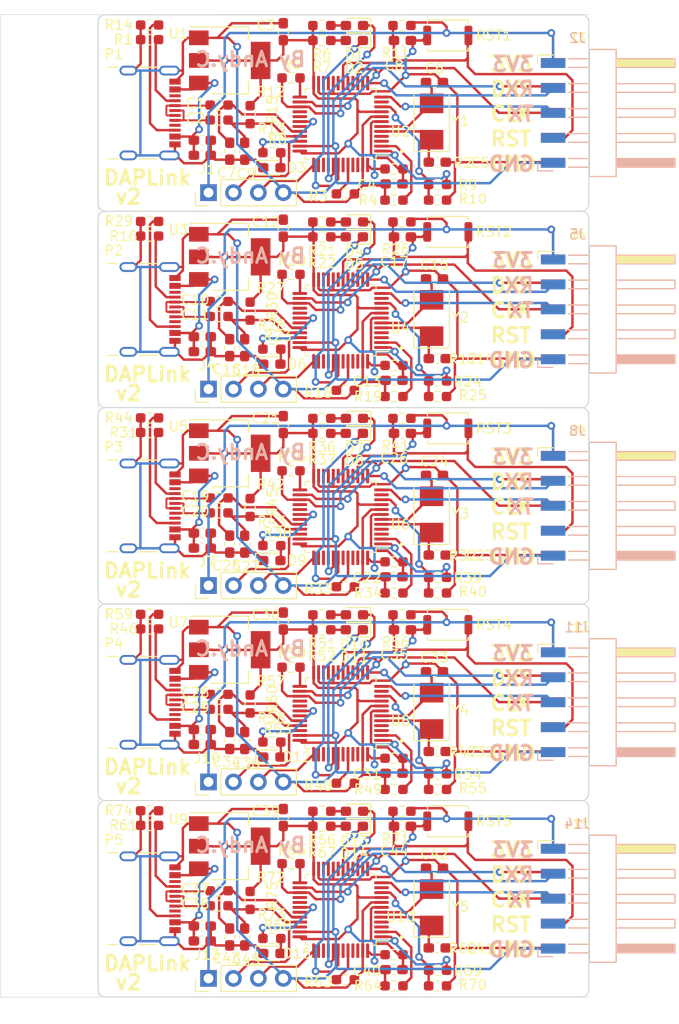
<source format=kicad_pcb>
(kicad_pcb (version 20221018) (generator pcbnew)
  (layers (0 "F.Cu" signal) (31 "B.Cu" signal) (34 "B.Paste" user) (35 "F.Paste" user) (36 "B.SilkS" user "B.Silkscreen") (37 "F.SilkS" user "F.Silkscreen") (38 "B.Mask" user) (39 "F.Mask" user) (44 "Edge.Cuts" user))
  (net 0 "")
  (net 1 "+5V")
  (net 2 "GND")
  (net 3 "+3.3V")
  (net 4 "/IF_RST")
  (net 5 "/OSCIN")
  (net 6 "/OSCOUT")
  (net 7 "/PA11")
  (net 8 "/TGT_RST")
  (net 9 "/PA12")
  (net 10 "/PB5")
  (net 11 "Net-(D1-A)")
  (net 12 "/PB6")
  (net 13 "Net-(D2-A)")
  (net 14 "Net-(D3-A)")
  (net 15 "/IF_SWDIO")
  (net 16 "/IF_SWCLK")
  (net 17 "/TGT_RX")
  (net 18 "/TGT_TX")
  (net 20 "/TGT_SWDIO")
  (net 21 "/TGT_SWCLK")
  (net 22 "Net-(P1-CC1)")
  (net 23 "/D+")
  (net 24 "/D-")
  (net 26 "Net-(U2-BOOT0)")
  (net 27 "Net-(U2-PC13)")
  (net 28 "Net-(U2-PB12)")
  (net 29 "/PA9")
  (net 30 "/PA0")
  (net 42 "/TGT_SW0")
  (net 49 "Net-(P1-CC2)")
  (footprint "Capacitor_SMD:C_0603_1608Metric_Pad1.08x0.95mm_HandSolder" (layer "F.Cu") (at 69.0721 89.963 90)
    (fp_text reference "C21")
    (fp_text value "10uF")
  )
  (footprint "Connector_USB:USB_C_Receptacle_GCT_USB4105-xx-A_16P_TopMnt_Horizontal" (layer "F.Cu") (at 54.3551 118.236 -90)
    (fp_text reference "P4")
    (fp_text value "USB_C_Receptacle_USB2.0")
  )
  (footprint "Capacitor_SMD:C_0603_1608Metric_Pad1.08x0.95mm_HandSolder" (layer "F.Cu") (at 84.7596 143.246)
    (fp_text reference "C41")
    (fp_text value "20pF")
  )
  (footprint "Resistor_SMD:R_0603_1608Metric_Pad0.98x0.95mm_HandSolder" (layer "F.Cu") (at 62.5301 58.95 180)
    (fp_text reference "R13")
    (fp_text value "33")
  )
  (footprint "Crystal:Crystal_SMD_5032-2Pin_5.0x3.2mm" (layer "F.Cu") (at 84.1851 119.107 90)
    (fp_text reference "Y4")
    (fp_text value "8MHz")
  )
  (footprint "LED_SMD:LED_0603_1608Metric_Pad1.05x0.95mm_HandSolder" (layer "F.Cu") (at 67.9056 123.806)
    (fp_text reference "D12")
    (fp_text value "LEDR")
  )
  (footprint "Capacitor_SMD:C_0603_1608Metric_Pad1.08x0.95mm_HandSolder" (layer "F.Cu") (at 69.0721 129.963 90)
    (fp_text reference "C39")
    (fp_text value "10uF")
  )
  (footprint "Resistor_SMD:R_0603_1608Metric_Pad0.98x0.95mm_HandSolder" (layer "F.Cu") (at 84.7966 127.108)
    (fp_text reference "R55")
    (fp_text value "4K7")
  )
  (footprint "Resistor_SMD:R_0603_1608Metric_Pad0.98x0.95mm_HandSolder" (layer "F.Cu") (at 62.5301 117.426 180)
    (fp_text reference "R57")
    (fp_text value "33")
  )
  (footprint "Capacitor_SMD:C_0603_1608Metric_Pad1.08x0.95mm_HandSolder" (layer "F.Cu") (at 84.4791 95.118)
    (fp_text reference "C24")
    (fp_text value "20pF")
  )
  (footprint "Resistor_SMD:R_0603_1608Metric_Pad0.98x0.95mm_HandSolder" (layer "F.Cu") (at 80.3516 147.108)
    (fp_text reference "R64")
    (fp_text value "10K")
  )
  (footprint "Resistor_SMD:R_0603_1608Metric_Pad0.98x0.95mm_HandSolder" (layer "F.Cu") (at 67.9056 122.282)
    (fp_text reference "R53")
    (fp_text value "470")
  )
  (footprint "LED_SMD:LED_0603_1608Metric_Pad1.05x0.95mm_HandSolder" (layer "F.Cu") (at 76.3251 109.328 180)
    (fp_text reference "D10")
    (fp_text value "LEDG")
  )
  (footprint "Capacitor_SMD:C_0603_1608Metric_Pad1.08x0.95mm_HandSolder" (layer "F.Cu") (at 84.4791 75.118)
    (fp_text reference "C15")
    (fp_text value "20pF")
  )
  (footprint "Capacitor_SMD:C_0603_1608Metric_Pad1.08x0.95mm_HandSolder" (layer "F.Cu") (at 81.2106 50.852)
    (fp_text reference "C8")
    (fp_text value "10nF")
  )
  (footprint "Connector_PinHeader_2.54mm:PinHeader_1x04_P2.54mm_Vertical" (layer "F.Cu") (at 61.4521 66.346 90)
    (fp_text reference "J1")
    (fp_text value "Conn_01x04")
  )
  (footprint "Resistor_SMD:R_0603_1608Metric_Pad0.98x0.95mm_HandSolder" (layer "F.Cu") (at 65.6901 78.406 90)
    (fp_text reference "R30")
    (fp_text value "1K5")
  )
  (footprint "Button_Switch_SMD:SW_Push_SPST_NO_Alps_SKRK" (layer "F.Cu") (at 85.8361 130.344 180)
    (fp_text reference "RST5")
    (fp_text value "RST")
  )
  (footprint "Resistor_SMD:R_0603_1608Metric_Pad0.98x0.95mm_HandSolder" (layer "F.Cu") (at 80.3516 127.108)
    (fp_text reference "R49")
    (fp_text value "10K")
  )
  (footprint "Capacitor_SMD:C_0603_1608Metric_Pad1.08x0.95mm_HandSolder" (layer "F.Cu") (at 84.7596 123.246)
    (fp_text reference "C32")
    (fp_text value "20pF")
  )
  (footprint "Resistor_SMD:R_0603_1608Metric_Pad0.98x0.95mm_HandSolder" (layer "F.Cu") (at 80.3546 103.933)
    (fp_text reference "R32")
    (fp_text value "10K")
  )
  (footprint "Resistor_SMD:R_0603_1608Metric_Pad0.98x0.95mm_HandSolder" (layer "F.Cu") (at 69.8576 54.662)
    (fp_text reference "R5")
    (fp_text value "100")
  )
  (footprint "Connector_Harwin:Harwin_M20-89005xx_1x05_P2.54mm_Horizontal" (layer "F.Cu") (at 102.0921 98.218)
    (fp_text reference "J9")
    (fp_text value "Conn_01x05")
  )
  (footprint "Capacitor_SMD:C_0603_1608Metric_Pad1.08x0.95mm_HandSolder" (layer "F.Cu") (at 81.2106 130.852)
    (fp_text reference "C44")
    (fp_text value "10nF")
  )
  (footprint "Resistor_SMD:R_0603_1608Metric_Pad0.98x0.95mm_HandSolder" (layer "F.Cu") (at 80.3516 87.108)
    (fp_text reference "R19")
    (fp_text value "10K")
  )
  (footprint "Package_QFP:LQFP-48_7x7mm_P0.5mm" (layer "F.Cu") (at 74.9141 119.361 180)
    (fp_text reference "U8")
    (fp_text value "STM32F103CBTx")
  )
  (footprint "Connector_Harwin:Harwin_M20-89005xx_1x05_P2.54mm_Horizontal" (layer "F.Cu") (at 102.0921 58.218)
    (fp_text reference "J3")
    (fp_text value "Conn_01x05")
  )
  (footprint "Package_QFP:LQFP-48_7x7mm_P0.5mm" (layer "F.Cu") (at 74.9141 79.361 180)
    (fp_text reference "U4")
    (fp_text value "STM32F103CBTx")
  )
  (footprint "Resistor_SMD:R_0603_1608Metric_Pad0.98x0.95mm_HandSolder" (layer "F.Cu") (at 81.1606 89.328 180)
    (fp_text reference "R41")
    (fp_text value "10K")
  )
  (footprint "Resistor_SMD:R_0603_1608Metric_Pad0.98x0.95mm_HandSolder" (layer "F.Cu") (at 75.3986 146.473 180)
    (fp_text reference "R63")
    (fp_text value "10K")
  )
  (footprint "Capacitor_SMD:C_0603_1608Metric_Pad1.08x0.95mm_HandSolder" (layer "F.Cu") (at 63.6111 82.1285 -90)
    (fp_text reference "C16")
    (fp_text value "18pF")
  )
  (footprint "Button_Switch_SMD:SW_Push_SPST_NO_Alps_SKRK" (layer "F.Cu") (at 85.8361 70.344 180)
    (fp_text reference "RST2")
    (fp_text value "RST")
  )
  (footprint "Capacitor_SMD:C_0603_1608Metric_Pad1.08x0.95mm_HandSolder" (layer "F.Cu") (at 60.8171 61.012)
    (fp_text reference "C1")
    (fp_text value "10nF")
  )
  (footprint "Capacitor_SMD:C_0603_1608Metric_Pad1.08x0.95mm_HandSolder" (layer "F.Cu") (at 65.1351 62.1285 -90)
    (fp_text reference "C9")
    (fp_text value "18pF")
  )
  (footprint "Package_QFP:LQFP-48_7x7mm_P0.5mm" (layer "F.Cu") (at 74.9141 59.361 180)
    (fp_text reference "U2")
    (fp_text value "STM32F103CBTx")
  )
  (footprint "Package_TO_SOT_SMD:SOT-223-3_TabPin2" (layer "F.Cu") (at 63.6111 72.884)
    (fp_text reference "U3")
    (fp_text value "AMS1117-3.3")
  )
  (footprint "Resistor_SMD:R_0603_1608Metric_Pad0.98x0.95mm_HandSolder" (layer "F.Cu") (at 72.9996 89.328)
    (fp_text reference "R36")
    (fp_text value "1K5")
  )
  (footprint "Resistor_SMD:R_0603_1608Metric_Pad0.98x0.95mm_HandSolder" (layer "F.Cu") (at 55.4501 50.766 180)
    (fp_text reference "R1")
    (fp_text value "5K1")
  )
  (footprint "LED_SMD:LED_0603_1608Metric_Pad1.05x0.95mm_HandSolder" (layer "F.Cu") (at 67.9056 63.806)
    (fp_text reference "D3")
    (fp_text value "LEDR")
  )
  (footprint "Capacitor_SMD:C_0603_1608Metric_Pad1.08x0.95mm_HandSolder" (layer "F.Cu") (at 80.3546 105.457 180)
    (fp_text reference "C22")
    (fp_text value "10nF")
  )
  (footprint "LED_SMD:LED_0603_1608Metric_Pad1.05x0.95mm_HandSolder" (layer "F.Cu") (at 67.9056 83.806)
    (fp_text reference "D6")
    (fp_text value "LEDR")
  )
  (footprint "Resistor_SMD:R_0603_1608Metric_Pad0.98x0.95mm_HandSolder" (layer "F.Cu") (at 75.3986 106.473 180)
    (fp_text reference "R33")
    (fp_text value "10K")
  )
  (footprint "Package_TO_SOT_SMD:SOT-223-3_TabPin2" (layer "F.Cu") (at 63.6111 132.884)
    (fp_text reference "U9")
    (fp_text value "AMS1117-3.3")
  )
  (footprint "Package_TO_SOT_SMD:SOT-223-3_TabPin2" (layer "F.Cu") (at 63.6111 52.884)
    (fp_text reference "U1")
    (fp_text value "AMS1117-3.3")
  )
  (footprint "Resistor_SMD:R_0603_1608Metric_Pad0.98x0.95mm_HandSolder" (layer "F.Cu") (at 65.6901 138.406 90)
    (fp_text reference "R75")
    (fp_text value "1K5")
  )
  (footprint "Resistor_SMD:R_0603_1608Metric_Pad0.98x0.95mm_HandSolder" (layer "F.Cu") (at 72.9996 69.328)
    (fp_text reference "R21")
    (fp_text value "1K5")
  )
  (footprint "Resistor_SMD:R_0603_1608Metric_Pad0.98x0.95mm_HandSolder" (layer "F.Cu") (at 72.9996 90.852)
    (fp_text reference "R37")
    (fp_text value "1K5")
  )
  (footprint "Capacitor_SMD:C_0603_1608Metric_Pad1.08x0.95mm_HandSolder" (layer "F.Cu") (at 63.6111 142.1285 -90)
    (fp_text reference "C43")
    (fp_text value "18pF")
  )
  (footprint "Connector_Harwin:Harwin_M20-89005xx_1x05_P2.54mm_Horizontal" (layer "F.Cu") (at 102.0921 138.218)
    (fp_text reference "J15")
    (fp_text value "Conn_01x05")
  )
  (footprint "Resistor_SMD:R_0603_1608Metric_Pad0.98x0.95mm_HandSolder" (layer "F.Cu") (at 81.1606 49.328 180)
    (fp_text reference "R11")
    (fp_text value "10K")
  )
  (footprint "Capacitor_SMD:C_0603_1608Metric_Pad1.08x0.95mm_HandSolder" (layer "F.Cu") (at 80.3546 65.457 180)
    (fp_text reference "C4")
    (fp_text value "10nF")
  )
  (footprint "LED_SMD:LED_0603_1608Metric_Pad1.05x0.95mm_HandSolder" (layer "F.Cu") (at 76.3111 50.852 180)
    (fp_text reference "D2")
    (fp_text value "LEDB")
  )
  (footprint "Resistor_SMD:R_0603_1608Metric_Pad0.98x0.95mm_HandSolder" (layer "F.Cu") (at 55.4501 110.766 180)
    (fp_text reference "R46")
    (fp_text value "5K1")
  )
  (footprint "Capacitor_SMD:C_0603_1608Metric_Pad1.08x0.95mm_HandSolder" (layer "F.Cu") (at 84.7596 103.246)
    (fp_text reference "C23")
    (fp_text value "20pF")
  )
  (footprint "Resistor_SMD:R_0603_1608Metric_Pad0.98x0.95mm_HandSolder" (layer "F.Cu") (at 55.4501 89.276 180)
    (fp_text reference "R44")
    (fp_text value "5K1")
  )
  (footprint "Resistor_SMD:R_0603_1608Metric_Pad0.98x0.95mm_HandSolder" (layer "F.Cu") (at 62.5301 77.426 180)
    (fp_text reference "R27")
    (fp_text value "33")
  )
  (footprint "LED_SMD:LED_0603_1608Metric_Pad1.05x0.95mm_HandSolder" (layer "F.Cu") (at 76.3111 110.852 180)
    (fp_text reference "D11")
    (fp_text value "LEDB")
  )
  (footprint "Crystal:Crystal_SMD_5032-2Pin_5.0x3.2mm" (layer "F.Cu") (at 84.1851 139.107 90)
    (fp_text reference "Y5")
    (fp_text value "8MHz")
  )
  (footprint "Resistor_SMD:R_0603_1608Metric_Pad0.98x0.95mm_HandSolder" (layer "F.Cu") (at 69.8576 94.662)
    (fp_text reference "R35")
    (fp_text value "100")
  )
  (footprint "Resistor_SMD:R_0603_1608Metric_Pad0.98x0.95mm_HandSolder" (layer "F.Cu") (at 67.9056 82.282)
    (fp_text reference "R23")
    (fp_text value "470")
  )
  (footprint "Resistor_SMD:R_0603_1608Metric_Pad0.98x0.95mm_HandSolder" (layer "F.Cu") (at 62.5301 138.95 180)
    (fp_text reference "R73")
    (fp_text value "33")
  )
  (footprint "LED_SMD:LED_0603_1608Metric_Pad1.05x0.95mm_HandSolder" (layer "F.Cu") (at 76.3111 130.852 180)
    (fp_text reference "D14")
    (fp_text value "LEDB")
  )
  (footprint "LED_SMD:LED_0603_1608Metric_Pad1.05x0.95mm_HandSolder" (layer "F.Cu") (at 76.3251 49.328 180)
    (fp_text reference "D1")
    (fp_text value "LEDG")
  )
  (footprint "Connector_PinHeader_2.54mm:PinHeader_1x04_P2.54mm_Vertical" (layer "F.Cu") (at 61.4521 86.346 90)
    (fp_text reference "J4")
    (fp_text value "Conn_01x04")
  )
  (footprint "Resistor_SMD:R_0603_1608Metric_Pad0.98x0.95mm_HandSolder" (layer "F.Cu") (at 55.4501 129.276 180)
    (fp_text reference "R74")
    (fp_text value "5K1")
  )
  (footprint "Resistor_SMD:R_0603_1608Metric_Pad0.98x0.95mm_HandSolder" (layer "F.Cu") (at 84.7966 65.524 180)
    (fp_text reference "R9")
    (fp_text value "4K7")
  )
  (footprint "Resistor_SMD:R_0603_1608Metric_Pad0.98x0.95mm_HandSolder" (layer "F.Cu") (at 69.8576 134.662)
    (fp_text reference "R65")
    (fp_text value "100")
  )
  (footprint "Crystal:Crystal_SMD_5032-2Pin_5.0x3.2mm" (layer "F.Cu") (at 84.1851 59.107 90)
    (fp_text reference "Y1")
    (fp_text value "8MHz")
  )
  (footprint "Resistor_SMD:R_0603_1608Metric_Pad0.98x0.95mm_HandSolder" (layer "F.Cu") (at 62.5301 78.95 180)
    (fp_text reference "R28")
    (fp_text value "33")
  )
  (footprint "Resistor_SMD:R_0603_1608Metric_Pad0.98x0.95mm_HandSolder" (layer "F.Cu") (at 81.1606 109.328 180)
    (fp_text reference "R56")
    (fp_text value "10K")
  )
  (footprint "Resistor_SMD:R_0603_1608Metric_Pad0.98x0.95mm_HandSolder" (layer "F.Cu") (at 84.7966 87.108)
    (fp_text reference "R25")
    (fp_text value "4K7")
  )
  (footprint "Crystal:Crystal_SMD_5032-2Pin_5.0x3.2mm" (layer "F.Cu") (at 84.1851 79.107 90)
    (fp_text reference "Y2")
    (fp_text value "8MHz")
  )
  (footprint "Resistor_SMD:R_0603_1608Metric_Pad0.98x0.95mm_HandSolder" (layer "F.Cu") (at 55.4501 109.276 180)
    (fp_text reference "R59")
    (fp_text value "5K1")
  )
  (footprint "Connector_PinHeader_2.54mm:PinHeader_1x04_P2.54mm_Vertical" (layer "F.Cu") (at 61.4521 146.346 90)
    (fp_text reference "J13")
    (fp_text value "Conn_01x04")
  )
  (footprint "Capacitor_SMD:C_0603_1608Metric_Pad1.08x0.95mm_HandSolder" (layer "F.Cu") (at 80.3546 85.457 180)
    (fp_text reference "C13")
    (fp_text value "10nF")
  )
  (footprint "Capacitor_SMD:C_0603_1608Metric_Pad1.08x0.95mm_HandSolder" (layer "F.Cu") (at 60.8171 101.012)
    (fp_text reference "C19")
    (fp_text value "10nF")
  )
  (footprint "Resistor_SMD:R_0603_1608Metric_Pad0.98x0.95mm_HandSolder" (layer "F.Cu") (at 84.7966 145.524 180)
    (fp_text reference "R69")
    (fp_text value "4K7")
  )
  (footprint "Resistor_SMD:R_0603_1608Metric_Pad0.98x0.95mm_HandSolder" (layer "F.Cu") (at 80.3546 83.933)
    (fp_text reference "R17")
    (fp_text value "10K")
  )
  (footprint "Button_Switch_SMD:SW_Push_SPST_NO_Alps_SKRK" (layer "F.Cu") (at 85.8361 110.344 180)
    (fp_text reference "RST4")
    (fp_text value "RST")
  )
  (footprint "Resistor_SMD:R_0603_1608Metric_Pad0.98x0.95mm_HandSolder" (layer "F.Cu") (at 84.7966 147.108)
    (fp_text reference "R70")
    (fp_text value "4K7")
  )
  (footprint "Resistor_SMD:R_0603_1608Metric_Pad0.98x0.95mm_HandSolder" (layer "F.Cu") (at 55.4501 70.766 180)
    (fp_text reference "R16")
    (fp_text value "5K1")
  )
  (footprint "Resistor_SMD:R_0603_1608Metric_Pad0.98x0.95mm_HandSolder" (layer "F.Cu") (at 80.3516 67.108)
    (fp_text reference "R4")
    (fp_text value "10K")
  )
  (footprint "Resistor_SMD:R_0603_1608Metric_Pad0.98x0.95mm_HandSolder" (layer "F.Cu") (at 72.9996 50.852)
    (fp_text reference "R7")
    (fp_text value "1K5")
  )
  (footprint "Capacitor_SMD:C_0603_1608Metric_Pad1.08x0.95mm_HandSolder" (layer "F.Cu") (at 80.3546 145.457 180)
    (fp_text reference "C40")
    (fp_text value "10nF")
  )
  (footprint "Resistor_SMD:R_0603_1608Metric_Pad0.98x0.95mm_HandSolder" (layer "F.Cu") (at 75.3986 86.473 180)
    (fp_text reference "R18")
    (fp_text value "10K")
  )
  (footprint "Resistor_SMD:R_0603_1608Metric_Pad0.98x0.95mm_HandSolder" (layer "F.Cu") (at 62.5301 137.426 180)
    (fp_text reference "R72")
    (fp_text value "33")
  )
  (footprint "Resistor_SMD:R_0603_1608Metric_Pad0.98x0.95mm_HandSolder" (layer "F.Cu") (at 55.4501 130.766 180)
    (fp_text reference "R61")
    (fp_text value "5K1")
  )
  (footprint "LED_SMD:LED_0603_1608Metric_Pad1.05x0.95mm_HandSolder" (layer "F.Cu") (at 67.9056 103.806)
    (fp_text reference "D9")
    (fp_text value "LEDR")
  )
  (footprint "Resistor_SMD:R_0603_1608Metric_Pad0.98x0.95mm_HandSolder" (layer "F.Cu") (at 67.9056 102.282)
    (fp_text reference "R38")
    (fp_text value "470")
  )
  (footprint "Crystal:Crystal_SMD_5032-2Pin_5.0x3.2mm" (layer "F.Cu") (at 84.1851 99.107 90)
    (fp_text reference "Y3")
    (fp_text value "8MHz")
  )
  (footprint "Capacitor_SMD:C_0603_1608Metric_Pad1.08x0.95mm_HandSolder" (layer "F.Cu") (at 69.0721 49.963 90)
    (fp_text reference "C3")
    (fp_text value "10uF")
  )
  (footprint "LED_SMD:LED_0603_1608Metric_Pad1.05x0.95mm_HandSolder" (layer "F.Cu") (at 76.3251 89.328 180)
    (fp_text reference "D7")
    (fp_text value "LEDG")
  )
  (footprint "Capacitor_SMD:C_0603_1608Metric_Pad1.08x0.95mm_HandSolder" (layer "F.Cu") (at 60.8171 122.536)
    (fp_text reference "C29")
    (fp_text value "10uF")
  )
  (footprint "Capacitor_SMD:C_0603_1608Metric_Pad1.08x0.95mm_HandSolder" (layer "F.Cu") (at 65.1351 102.1285 -90)
    (fp_text reference "C27")
    (fp_text value "18pF")
  )
  (footprint "Capacitor_SMD:C_0603_1608Metric_Pad1.08x0.95mm_HandSolder" (layer "F.Cu") (at 84.4791 115.118)
    (fp_text reference "C33")
    (fp_text value "20pF")
  )
  (footprint "Resistor_SMD:R_0603_1608Metric_Pad0.98x0.95mm_HandSolder" (layer "F.Cu") (at 80.3546 63.933)
    (fp_text reference "R2")
    (fp_text value "10K")
  )
  (footprint "Button_Switch_SMD:SW_Push_SPST_NO_Alps_SKRK" (layer "F.Cu") (at 85.8361 50.344 180)
    (fp_text reference "RST1")
    (fp_text value "RST")
  )
  (footprint "Package_TO_SOT_SMD:SOT-223-3_TabPin2" (layer "F.Cu") (at 63.6111 112.884)
    (fp_text reference "U7")
    (fp_text value "AMS1117-3.3")
  )
  (footprint "Capacitor_SMD:C_0603_1608Metric_Pad1.08x0.95mm_HandSolder" (layer "F.Cu") (at 60.8171 102.536)
    (fp_text reference "C20")
    (fp_text value "10uF")
  )
  (footprint "Capacitor_SMD:C_0603_1608Metric_Pad1.08x0.95mm_HandSolder" (layer "F.Cu") (at 63.6111 102.1285 -90)
    (fp_text reference "C25")
    (fp_text value "18pF")
  )
  (footprint "Resistor_SMD:R_0603_1608Metric_Pad0.98x0.95mm_HandSolder" (layer "F.Cu") (at 67.9056 142.282)
    (fp_text reference "R68")
    (fp_text value "470")
  )
  (footprint "Resistor_SMD:R_0603_1608Metric_Pad0.98x0.95mm_HandSolder" (layer "F.Cu") (at 69.8576 114.662)
    (fp_text reference "R50")
    (fp_text value "100")
  )
  (footprint "Resistor_SMD:R_0603_1608Metric_Pad0.98x0.95mm_HandSolder" (layer "F.Cu") (at 65.6901 98.406 90)
    (fp_text reference "R45")
    (fp_text value "1K5")
  )
  (footprint "Capacitor_SMD:C_0603_1608Metric_Pad1.08x0.95mm_HandSolder" (layer "F.Cu") (at 80.3546 125.457 180)
    (fp_text reference "C31")
    (fp_text value "10nF")
  )
  (footprint "Resistor_SMD:R_0603_1608Metric_Pad0.98x0.95mm_HandSolder" (layer "F.Cu") (at 84.7966 85.524 180)
    (fp_text reference "R24")
    (fp_text value "4K7")
  )
  (footprint "LED_SMD:LED_0603_1608Metric_Pad1.05x0.95mm_HandSolder" (layer "F.Cu") (at 76.3251 69.328 180)
    (fp_text reference "D4")
    (fp_text value "LEDG")
  )
  (footprint "Capacitor_SMD:C_0603_1608Metric_Pad1.08x0.95mm_HandSolder" (layer "F.Cu") (at 84.4791 55.118)
    (fp_text reference "C6")
    (fp_text value "20pF")
  )
  (footprint "Capacitor_SMD:C_0603_1608Metric_Pad1.08x0.95mm_HandSolder" (layer "F.Cu") (at 63.6111 122.1285 -90)
    (fp_text reference "C34")
    (fp_text value "18pF")
  )
  (footprint "Capacitor_SMD:C_0603_1608Metric_Pad1.08x0.95mm_HandSolder" (layer "F.Cu") (at 81.2106 110.852)
    (fp_text reference "C35")
    (fp_text value "10nF")
  )
  (footprint "Capacitor_SMD:C_0603_1608Metric_Pad1.08x0.95mm_HandSolder" (layer "F.Cu") (at 60.8171 121.012)
    (fp_text reference "C28")
    (fp_text value "10nF")
  )
  (footprint "Capacitor_SMD:C_0603_1608Metric_Pad1.08x0.95mm_HandSolder" (layer "F.Cu") (at 65.1351 122.1285 -90)
    (fp_text reference "C36")
    (fp_text value "18pF")
  )
  (footprint "LED_SMD:LED_0603_1608Metric_Pad1.05x0.95mm_HandSolder" (layer "F.Cu") (at 76.3111 90.852 180)
    (fp_text reference "D8")
    (fp_text value "LEDB")
  )
  (footprint "Connector_PinHeader_2.54mm:PinHeader_1x04_P2.54mm_Vertical" (layer "F.Cu") (at 61.4521 106.346 90)
    (fp_text reference "J7")
    (fp_text value "Conn_01x04")
  )
  (footprint "Capacitor_SMD:C_0603_1608Metric_Pad1.08x0.95mm_HandSolder" (layer "F.Cu") (at 60.8171 81.012)
    (fp_text reference "C10")
    (fp_text value "10nF")
  )
  (footprint "Capacitor_SMD:C_0603_1608Metric_Pad1.08x0.95mm_HandSolder" (layer "F.Cu") (at 81.2106 70.852)
    (fp_text reference "C17")
    (fp_text value "10nF")
  )
  (footprint "Capacitor_SMD:C_0603_1608Metric_Pad1.08x0.95mm_HandSolder" (layer "F.Cu") (at 63.6111 62.1285 -90)
    (fp_text reference "C7")
    (fp_text value "18pF")
  )
  (footprint "Resistor_SMD:R_0603_1608Metric_Pad0.98x0.95mm_HandSolder" (layer "F.Cu") (at 72.9996 130.852)
    (fp_text reference "R67")
    (fp_text value "1K5")
  )
  (footprint "Capacitor_SMD:C_0603_1608Metric_Pad1.08x0.95mm_HandSolder" (layer "F.Cu") (at 60.8171 141.012)
    (fp_text reference "C37")
    (fp_text value "10nF")
  )
  (footprint "LED_SMD:LED_0603_1608Metric_Pad1.05x0.95mm_HandSolder" (layer "F.Cu") (at 67.9056 143.806)
    (fp_text reference "D15")
    (fp_text value "LEDR")
  )
  (footprint "Resistor_SMD:R_0603_1608Metric_Pad0.98x0.95mm_HandSolder" (layer "F.Cu") (at 65.6901 58.406 90)
    (fp_text reference "R15")
    (fp_text value "1K5")
  )
  (footprint "Capacitor_SMD:C_0603_1608Metric_Pad1.08x0.95mm_HandSolder" (layer "F.Cu") (at 84.7596 83.246)
    (fp_text reference "C14")
    (fp_text value "20pF")
  )
  (footprint "Resistor_SMD:R_0603_1608Metric_Pad0.98x0.95mm_HandSolder" (layer "F.Cu") (at 62.5301 98.95 180)
    (fp_text reference "R43")
    (fp_text value "33")
  )
  (footprint "Capacitor_SMD:C_0603_1608Metric_Pad1.08x0.95mm_HandSolder" (layer "F.Cu") (at 60.8171 142.536)
    (fp_text reference "C38")
    (fp_text value "10uF")
  )
  (footprint "Resistor_SMD:R_0603_1608Metric_Pad0.98x0.95mm_HandSolder" (layer "F.Cu") (at 75.3986 66.473 180)
    (fp_text reference "R3")
    (fp_text value "10K")
  )
  (footprint "LED_SMD:LED_0603_1608Metric_Pad1.05x0.95mm_HandSolder" (layer "F.Cu") (at 76.3111 70.852 180)
    (fp_text reference "D5")
    (fp_text value "LEDB")
  )
  (footprint "Connector_Harwin:Harwin_M20-89005xx_1x05_P2.54mm_Horizontal" (layer "F.Cu") (at 102.0921 78.218)
    (fp_text reference "J6")
    (fp_text value "Conn_01x05")
  )
  (footprint "Resistor_SMD:R_0603_1608Metric_Pad0.98x0.95mm_HandSolder" (layer "F.Cu") (at 55.4501 69.276 180)
    (fp_text reference "R29")
    (fp_text value "5K1")
  )
  (footprint "Resistor_SMD:R_0603_1608Metric_Pad0.98x0.95mm_HandSolder" (layer "F.Cu") (at 81.1606 129.328 180)
    (fp_text reference "R71")
    (fp_text value "10K")
  )
  (footprint "Capacitor_SMD:C_0603_1608Metric_Pad1.08x0.95mm_HandSolder" (layer "F.Cu") (at 69.0721 109.963 90)
    (fp_text reference "C30")
    (fp_text value "10uF")
  )
  (footprint "Capacitor_SMD:C_0603_1608Metric_Pad1.08x0.95mm_HandSolder" (layer "F.Cu") (at 65.1351 142.1285 -90)
    (fp_text reference "C45")
    (fp_text value "18pF")
  )
  (footprint "Resistor_SMD:R_0603_1608Metric_Pad0.98x0.95mm_HandSolder" (layer "F.Cu") (at 72.9996 110.852)
    (fp_text reference "R52")
    (fp_text value "1K5")
  )
  (footprint "Resistor_SMD:R_0603_1608Metric_Pad0.98x0.95mm_HandSolder" (layer "F.Cu") (at 80.3516 107.108)
    (fp_text reference "R34")
    (fp_text value "10K")
  )
  (footprint "Capacitor_SMD:C_0603_1608Metric_Pad1.08x0.95mm_HandSolder" (layer "F.Cu") (at 60.8171 62.536)
    (fp_text reference "C2")
    (fp_text value "10uF")
  )
  (footprint "Capacitor_SMD:C_0603_1608Metric_Pad1.08x0.95mm_HandSolder" (layer "F.Cu") (at 84.7596 63.246)
    (fp_text reference "C5")
    (fp_text value "20pF")
  )
  (footprint "Capacitor_SMD:C_0603_1608Metric_Pad1.08x0.95mm_HandSolder" (layer "F.Cu") (at 60.8171 82.536)
    (fp_text reference "C11")
    (fp_text value "10uF")
  )
  (footprint "Resistor_SMD:R_0603_1608Metric_Pad0.98x0.95mm_HandSolder" (layer "F.Cu") (at 75.3986 126.473 180)
    (fp_text reference "R48")
    (fp_text value "10K")
  )
  (footprint "Connector_USB:USB_C_Receptacle_GCT_USB4105-xx-A_16P_TopMnt_Horizontal" (layer "F.Cu") (at 54.3551 98.236 -90)
    (fp_text reference "P3")
    (fp_text value "USB_C_Receptacle_USB2.0")
  )
  (footprint "Connector_PinHeader_2.54mm:PinHeader_1x04_P2.54mm_Vertical" (layer "F.Cu") (at 61.4521 126.346 90)
    (fp_text reference "J10")
    (fp_text value "Conn_01x04")
  )
  (footprint "Resistor_SMD:R_0603_1608Metric_Pad0.98x0.95mm_HandSolder" (layer "F.Cu") (at 69.8576 74.662)
    (fp_text reference "R20")
    (fp_text value "100")
  )
  (footprint "Resistor_SMD:R_0603_1608Metric_Pad0.98x0.95mm_HandSolder" (layer "F.Cu") (at 72.9996 129.328)
    (fp_text reference "R66")
    (fp_text value "1K5")
  )
  (footprint "Capacitor_SMD:C_0603_1608Metric_Pad1.08x0.95mm_HandSolder" (layer "F.Cu") (at 65.1351 82.1285 -90)
    (fp_text reference "C18")
    (fp_text value "18pF")
  )
  (footprint "Resistor_SMD:R_0603_1608Metric_Pad0.98x0.95mm_HandSolder" (layer "F.Cu") (at 84.7966 107.108)
    (fp_text reference "R40")
    (fp_text value "4K7")
  )
  (footprint "Resistor_SMD:R_0603_1608Metric_Pad0.98x0.95mm_HandSolder" (layer "F.Cu") (at 72.9996 49.328)
    (fp_text reference "R6")
    (fp_text value "1K5")
  )
  (footprint "Package_QFP:LQFP-48_7x7mm_P0.5mm" (layer "F.Cu") (at 74.9141 139.361 180)
    (fp_text reference "U10")
    (fp_text value "STM32F103CBTx")
  )
  (footprint "Package_TO_SOT_SMD:SOT-223-3_TabPin2" (layer "F.Cu") (at 63.6111 92.884)
    (fp_text reference "U5")
    (fp_text value "AMS1117-3.3")
  )
  (footprint "Connector_Harwin:Harwin_M20-89005xx_1x05_P2.54mm_Horizontal" (layer "F.Cu") (at 102.0921 118.218)
    (fp_text reference "J12")
    (fp_text value "Conn_01x05")
  )
  (footprint "Resistor_SMD:R_0603_1608Metric_Pad0.98x0.95mm_HandSolder" (layer "F.Cu") (at 80.3546 123.933)
    (fp_text reference "R47")
    (fp_text value "10K")
  )
  (footprint "Resistor_SMD:R_0603_1608Metric_Pad0.98x0.95mm_HandSolder" (layer "F.Cu") (at 62.5301 57.426 180)
    (fp_text reference "R12")
    (fp_text value "33")
  )
  (footprint "Resistor_SMD:R_0603_1608Metric_Pad0.98x0.95mm_HandSolder" (layer "F.Cu") (at 72.9996 109.328)
    (fp_text reference "R51")
    (fp_text value "1K5")
  )
  (footprint "Resistor_SMD:R_0603_1608Metric_Pad0.98x0.95mm_HandSolder" (layer "F.Cu") (at 81.1606 69.328 180)
    (fp_text reference "R26")
    (fp_text value "10K")
  )
  (footprint "Button_Switch_SMD:SW_Push_SPST_NO_Alps_SKRK" (layer "F.Cu") (at 85.8361 90.344 180)
    (fp_text reference "RST3")
    (fp_text value "RST")
  )
  (footprint "Resistor_SMD:R_0603_1608Metric_Pad0.98x0.95mm_HandSolder" (layer "F.Cu") (at 55.4501 49.276 180)
    (fp_text reference "R14")
    (fp_text value "5K1")
  )
  (footprint "Resistor_SMD:R_0603_1608Metric_Pad0.98x0.95mm_HandSolder" (layer "F.Cu") (at 55.4501 90.766 180)
    (fp_text reference "R31")
    (fp_text value "5K1")
  )
  (footprint "Connector_USB:USB_C_Receptacle_GCT_USB4105-xx-A_16P_TopMnt_Horizontal" (layer "F.Cu") (at 54.3551 78.236 -90)
    (fp_text reference "P2")
    (fp_text value "USB_C_Receptacle_USB2.0")
  )
  (footprint "Resistor_SMD:R_0603_1608Metric_Pad0.98x0.95mm_HandSolder" (layer "F.Cu") (at 80.3546 143.933)
    (fp_text reference "R62")
    (fp_text value "10K")
  )
  (footprint "Resistor_SMD:R_0603_1608Metric_Pad0.98x0.95mm_HandSolder" (layer "F.Cu") (at 84.7966 105.524 180)
    (fp_text reference "R39")
    (fp_text value "4K7")
  )
  (footprint "Capacitor_SMD:C_0603_1608Metric_Pad1.08x0.95mm_HandSolder" (layer "F.Cu") (at 69.0721 69.963 90)
    (fp_text reference "C12")
    (fp_text value "10uF")
  )
  (footprint "Connector_USB:USB_C_Receptacle_GCT_USB4105-xx-A_16P_TopMnt_Horizontal" (layer "F.Cu") (at 54.3551 58.236 -90)
    (fp_text reference "P1")
    (fp_text value "USB_C_Receptacle_USB2.0")
  )
  (footprint "LED_SMD:LED_0603_1608Metric_Pad1.05x0.95mm_HandSolder" (layer "F.Cu") (at 76.3251 129.328 180)
    (fp_text reference "D13")
    (fp_text value "LEDG")
  )
  (footprint "Resistor_SMD:R_0603_1608Metric_Pad0.98x0.95mm_HandSolder" (layer "F.Cu") (at 62.5301 118.95 180)
    (fp_text reference "R58")
    (fp_text value "33")
  )
  (footprint "Resistor_SMD:R_0603_1608Metric_Pad0.98x0.95mm_HandSolder" (layer "F.Cu") (at 65.6901 118.406 90)
    (fp_text reference "R60")
    (fp_text value "1K5")
  )
  (footprint "Connector_USB:USB_C_Receptacle_GCT_USB4105-xx-A_16P_TopMnt_Horizontal" (layer "F.Cu") (at 54.3551 138.236 -90)
    (fp_text reference "P5")
    (fp_text value "USB_C_Receptacle_USB2.0")
  )
  (footprint "Capacitor_SMD:C_0603_1608Metric_Pad1.08x0.95mm_HandSolder" (layer "F.Cu") (at 81.2106 90.852)
    (fp_text reference "C26")
    (fp_text value "10nF")
  )
  (footprint "Resistor_SMD:R_0603_1608Metric_Pad0.98x0.95mm_HandSolder" (layer "F.Cu") (at 72.9996 70.852)
    (fp_text reference "R22")
    (fp_text value "1K5")
  )
  (footprint "Resistor_SMD:R_0603_1608Metric_Pad0.98x0.95mm_HandSolder" (layer "F.Cu") (at 84.7966 125.524 180)
    (fp_text reference "R54")
    (fp_text value "4K7")
  )
  (footprint "Capacitor_SMD:C_0603_1608Metric_Pad1.08x0.95mm_HandSolder" (layer "F.Cu") (at 84.4791 135.118)
    (fp_text reference "C42")
    (fp_text value "20pF")
  )
  (footprint "Package_QFP:LQFP-48_7x7mm_P0.5mm" (layer "F.Cu") (at 74.9141 99.361 180)
    (fp_text reference "U6")
    (fp_text value "STM32F103CBTx")
  )
  (footprint "Resistor_SMD:R_0603_1608Metric_Pad0.98x0.95mm_HandSolder" (layer "F.Cu") (at 84.7966 67.108)
    (fp_text reference "R10")
    (fp_text value "4K7")
  )
  (footprint "Resistor_SMD:R_0603_1608Metric_Pad0.98x0.95mm_HandSolder" (layer "F.Cu") (at 67.9056 62.282)
    (fp_text reference "R8")
    (fp_text value "470")
  )
  (footprint "Resistor_SMD:R_0603_1608Metric_Pad0.98x0.95mm_HandSolder" (layer "F.Cu") (at 62.5301 97.426 180)
    (fp_text reference "R42")
    (fp_text value "33")
  )
  (footprint "Connector_Harwin:Harwin_M20-89005xx_1x05_P2.54mm_Horizontal" (layer "B.Cu") (at 102.0921 118.236)
    (fp_text reference "J11")
    (fp_text value "Conn_01x05")
  )
  (footprint "Connector_Harwin:Harwin_M20-89005xx_1x05_P2.54mm_Horizontal" (layer "B.Cu") (at 102.0921 138.236)
    (fp_text reference "J14")
    (fp_text value "Conn_01x05")
  )
  (footprint "Connector_Harwin:Harwin_M20-89005xx_1x05_P2.54mm_Horizontal" (layer "B.Cu") (at 102.0921 58.236)
    (fp_text reference "J2")
    (fp_text value "Conn_01x05")
  )
  (footprint "Connector_Harwin:Harwin_M20-89005xx_1x05_P2.54mm_Horizontal" (layer "B.Cu") (at 102.0921 78.236)
    (fp_text reference "J5")
    (fp_text value "Conn_01x05")
  )
  (footprint "Connector_Harwin:Harwin_M20-89005xx_1x05_P2.54mm_Horizontal" (layer "B.Cu") (at 102.0921 98.236)
    (fp_text reference "J8")
    (fp_text value "Conn_01x05")
  )
  (gr_circle (center 81.1371 82.155) (end 81.2641 82.155) (stroke (width 0.15)) (fill solid) (layer "F.SilkS"))
  (gr_circle (center 81.1371 122.155) (end 81.2641 122.155) (stroke (width 0.15)) (fill solid) (layer "F.SilkS"))
  (gr_circle (center 81.1371 62.155) (end 81.2641 62.155) (stroke (width 0.15)) (fill solid) (layer "F.SilkS"))
  (gr_circle (center 81.1371 142.155) (end 81.2641 142.155) (stroke (width 0.15)) (fill solid) (layer "F.SilkS"))
  (gr_circle (center 81.1371 102.155) (end 81.2641 102.155) (stroke (width 0.15)) (fill solid) (layer "F.SilkS"))
  (gr_arc (start 99.467516 88.244665) (mid 99.983901 88.45602) (end 100.203916 88.968769) (stroke (width 0.1)) (layer "Edge.Cuts"))
  (gr_line (start 50.9365 148.236) (end 99.477347 148.236) (stroke (width 0.1)) (layer "Edge.Cuts"))
  (gr_arc (start 50.9365 108.236) (mid 50.420117 108.024648) (end 50.2001 107.511896) (stroke (width 0.1)) (layer "Edge.Cuts"))
  (gr_line (start 100.201451 87.4996) (end 100.203916 68.968769) (stroke (width 0.1)) (layer "Edge.Cuts"))
  (gr_line (start 50.2251 48.211) (end 50.2251 148.211) (stroke (width 0.05)) (layer "Edge.Cuts"))
  (gr_line (start 50.9365 88.236) (end 99.477347 88.236) (stroke (width 0.1)) (layer "Edge.Cuts"))
  (gr_arc (start 100.201451 87.4996) (mid 99.990103 88.016001) (end 99.477347 88.236) (stroke (width 0.1)) (layer "Edge.Cuts"))
  (gr_line (start 100.201451 127.4996) (end 100.203916 108.968769) (stroke (width 0.1)) (layer "Edge.Cuts"))
  (gr_arc (start 99.467516 68.244665) (mid 99.983901 68.45602) (end 100.203916 68.968769) (stroke (width 0.1)) (layer "Edge.Cuts"))
  (gr_line (start 50.9365 108.236) (end 99.477347 108.236) (stroke (width 0.1)) (layer "Edge.Cuts"))
  (gr_arc (start 99.467516 108.244665) (mid 99.983901 108.45602) (end 100.203916 108.968769) (stroke (width 0.1)) (layer "Edge.Cuts"))
  (gr_line (start 50.9365 68.236) (end 99.477347 68.236) (stroke (width 0.1)) (layer "Edge.Cuts"))
  (gr_arc (start 100.201451 67.4996) (mid 99.990103 68.016001) (end 99.477347 68.236) (stroke (width 0.1)) (layer "Edge.Cuts"))
  (gr_arc (start 50.2001 108.9724) (mid 50.411452 108.456017) (end 50.924204 108.236) (stroke (width 0.1)) (layer "Edge.Cuts"))
  (gr_line (start 99.467516 108.244665) (end 50.924204 108.236) (stroke (width 0.1)) (layer "Edge.Cuts"))
  (gr_arc (start 100.201451 127.4996) (mid 99.990103 128.016001) (end 99.477347 128.236) (stroke (width 0.1)) (layer "Edge.Cuts"))
  (gr_arc (start 50.2001 68.9724) (mid 50.411452 68.456017) (end 50.924204 68.236) (stroke (width 0.1)) (layer "Edge.Cuts"))
  (gr_line (start 99.467516 68.244665) (end 50.924204 68.236) (stroke (width 0.1)) (layer "Edge.Cuts"))
  (gr_line (start 100.201451 67.4996) (end 100.203916 48.968769) (stroke (width 0.1)) (layer "Edge.Cuts"))
  (gr_line (start 50.9365 128.236) (end 99.477347 128.236) (stroke (width 0.1)) (layer "Edge.Cuts"))
  (gr_arc (start 50.2001 88.9724) (mid 50.411452 88.456017) (end 50.924204 88.236) (stroke (width 0.1)) (layer "Edge.Cuts"))
  (gr_line (start 100.228916 48.211) (end 40.228916 48.211) (stroke (width 0.05)) (layer "Edge.Cuts"))
  (gr_line (start 50.2001 48.9724) (end 50.2001 67.511896) (stroke (width 0.1)) (layer "Edge.Cuts"))
  (gr_line (start 50.2001 128.9724) (end 50.2001 147.511896) (stroke (width 0.1)) (layer "Edge.Cuts"))
  (gr_line (start 50.2001 68.9724) (end 50.2001 87.511896) (stroke (width 0.1)) (layer "Edge.Cuts"))
  (gr_line (start 100.201451 107.4996) (end 100.203916 88.968769) (stroke (width 0.1)) (layer "Edge.Cuts"))
  (gr_line (start 99.467516 48.244665) (end 50.924204 48.236) (stroke (width 0.1)) (layer "Edge.Cuts"))
  (gr_line (start 99.467516 88.244665) (end 50.924204 88.236) (stroke (width 0.1)) (layer "Edge.Cuts"))
  (gr_line (start 99.467516 128.244665) (end 50.924204 128.236) (stroke (width 0.1)) (layer "Edge.Cuts"))
  (gr_arc (start 50.2001 48.9724) (mid 50.411452 48.456017) (end 50.924204 48.236) (stroke (width 0.1)) (layer "Edge.Cuts"))
  (gr_line (start 100.228916 148.261) (end 40.228916 148.261) (stroke (width 0.05)) (layer "Edge.Cuts"))
  (gr_line (start 50.2001 88.9724) (end 50.2001 107.511896) (stroke (width 0.1)) (layer "Edge.Cuts"))
  (gr_line (start 40.228916 48.211) (end 40.228916 148.211) (stroke (width 0.05)) (layer "Edge.Cuts"))
  (gr_arc (start 100.201451 147.4996) (mid 99.990103 148.016001) (end 99.477347 148.236) (stroke (width 0.1)) (layer "Edge.Cuts"))
  (gr_arc (start 50.9365 88.236) (mid 50.420117 88.024648) (end 50.2001 87.511896) (stroke (width 0.1)) (layer "Edge.Cuts"))
  (gr_arc (start 99.467516 48.244665) (mid 99.983901 48.45602) (end 100.203916 48.968769) (stroke (width 0.1)) (layer "Edge.Cuts"))
  (gr_arc (start 50.9365 128.236) (mid 50.420117 128.024648) (end 50.2001 127.511896) (stroke (width 0.1)) (layer "Edge.Cuts"))
  (gr_arc (start 50.9365 68.236) (mid 50.420117 68.024648) (end 50.2001 67.511896) (stroke (width 0.1)) (layer "Edge.Cuts"))
  (gr_line (start 50.2001 108.9724) (end 50.2001 127.511896) (stroke (width 0.1)) (layer "Edge.Cuts"))
  (gr_arc (start 50.9365 148.236) (mid 50.420117 148.024648) (end 50.2001 147.511896) (stroke (width 0.1)) (layer "Edge.Cuts"))
  (gr_line (start 100.201451 147.4996) (end 100.203916 128.968769) (stroke (width 0.1)) (layer "Edge.Cuts"))
  (gr_arc (start 99.467516 128.244665) (mid 99.983901 128.45602) (end 100.203916 128.968769) (stroke (width 0.1)) (layer "Edge.Cuts"))
  (gr_arc (start 100.201451 107.4996) (mid 99.990103 108.016001) (end 99.477347 108.236) (stroke (width 0.1)) (layer "Edge.Cuts"))
  (gr_arc (start 50.2001 128.9724) (mid 50.411452 128.456017) (end 50.924204 128.236) (stroke (width 0.1)) (layer "Edge.Cuts"))
  (gr_text "TX" (at 94.769956 99.216) (layer "B.SilkS") (effects (font (size 1.5 1.5) (thickness 0.3) bold) (justify left bottom mirror)))
  (gr_text "RX" (at 94.769956 116.676) (layer "B.SilkS") (effects (font (size 1.5 1.5) (thickness 0.3) bold) (justify left bottom mirror)))
  (gr_text "GND" (at 94.769956 64.296) (layer "B.SilkS") (effects (font (size 1.5 1.5) (thickness 0.3) bold) (justify left bottom mirror)))
  (gr_text "GND" (at 94.769956 104.296) (layer "B.SilkS") (effects (font (size 1.5 1.5) (thickness 0.3) bold) (justify left bottom mirror)))
  (gr_text "RX" (at 94.769956 76.676) (layer "B.SilkS") (effects (font (size 1.5 1.5) (thickness 0.3) bold) (justify left bottom mirror)))
  (gr_text "3V3" (at 94.769956 134.136) (layer "B.SilkS") (effects (font (size 1.5 1.5) (thickness 0.3) bold) (justify left bottom mirror)))
  (gr_text "TX" (at 94.769956 79.216) (layer "B.SilkS") (effects (font (size 1.5 1.5) (thickness 0.3) bold) (justify left bottom mirror)))
  (gr_text "TX" (at 94.769956 59.216) (layer "B.SilkS") (effects (font (size 1.5 1.5) (thickness 0.3) bold) (justify left bottom mirror)))
  (gr_text "TX" (at 94.769956 139.216) (layer "B.SilkS") (effects (font (size 1.5 1.5) (thickness 0.3) bold) (justify left bottom mirror)))
  (gr_text "GND" (at 94.769956 84.296) (layer "B.SilkS") (effects (font (size 1.5 1.5) (thickness 0.3) bold) (justify left bottom mirror)))
  (gr_text "3V3" (at 94.769956 54.136) (layer "B.SilkS") (effects (font (size 1.5 1.5) (thickness 0.3) bold) (justify left bottom mirror)))
  (gr_text "RX" (at 94.769956 56.676) (layer "B.SilkS") (effects (font (size 1.5 1.5) (thickness 0.3) bold) (justify left bottom mirror)))
  (gr_text "3V3" (at 94.769956 114.136) (layer "B.SilkS") (effects (font (size 1.5 1.5) (thickness 0.3) bold) (justify left bottom mirror)))
  (gr_text "3V3" (at 94.769956 94.136) (layer "B.SilkS") (effects (font (size 1.5 1.5) (thickness 0.3) bold) (justify left bottom mirror)))
  (gr_text "By Andy.C" (at 71.4851 113.646) (layer "B.SilkS") (effects (font (size 1.5 1.5) (thickness 0.3) bold) (justify left bottom mirror)))
  (gr_text "TX" (at 94.769956 119.216) (layer "B.SilkS") (effects (font (size 1.5 1.5) (thickness 0.3) bold) (justify left bottom mirror)))
  (gr_text "By Andy.C" (at 71.4851 53.646) (layer "B.SilkS") (effects (font (size 1.5 1.5) (thickness 0.3) bold) (justify left bottom mirror)))
  (gr_text "GND" (at 94.769956 124.296) (layer "B.SilkS") (effects (font (size 1.5 1.5) (thickness 0.3) bold) (justify left bottom mirror)))
  (gr_text "GND" (at 94.769956 144.296) (layer "B.SilkS") (effects (font (size 1.5 1.5) (thickness 0.3) bold) (justify left bottom mirror)))
  (gr_text "By Andy.C" (at 71.4851 73.646) (layer "B.SilkS") (effects (font (size 1.5 1.5) (thickness 0.3) bold) (justify left bottom mirror)))
  (gr_text "RX" (at 94.769956 136.676) (layer "B.SilkS") (effects (font (size 1.5 1.5) (thickness 0.3) bold) (justify left bottom mirror)))
  (gr_text "By Andy.C" (at 71.4851 133.646) (layer "B.SilkS") (effects (font (size 1.5 1.5) (thickness 0.3) bold) (justify left bottom mirror)))
  (gr_text "By Andy.C" (at 71.4851 93.646) (layer "B.SilkS") (effects (font (size 1.5 1.5) (thickness 0.3) bold) (justify left bottom mirror)))
  (gr_text "3V3" (at 94.769956 74.136) (layer "B.SilkS") (effects (font (size 1.5 1.5) (thickness 0.3) bold) (justify left bottom mirror)))
  (gr_text "RX" (at 94.769956 96.676) (layer "B.SilkS") (effects (font (size 1.5 1.5) (thickness 0.3) bold) (justify left bottom mirror)))
  (gr_text "CLK" (at 90.0271 119.216) (layer "F.SilkS") (effects (font (size 1.5 1.5) (thickness 0.3) bold) (justify left bottom)))
  (gr_text "RST" (at 90.0271 81.756) (layer "F.SilkS") (effects (font (size 1.5 1.5) (thickness 0.3) bold) (justify left bottom)))
  (gr_text "CLK" (at 90.0271 139.216) (layer "F.SilkS") (effects (font (size 1.5 1.5) (thickness 0.3) bold) (justify left bottom)))
  (gr_text "CLK" (at 90.0271 99.216) (layer "F.SilkS") (effects (font (size 1.5 1.5) (thickness 0.3) bold) (justify left bottom)))
  (gr_text "CLK" (at 90.0271 59.216) (layer "F.SilkS") (effects (font (size 1.5 1.5) (thickness 0.3) bold) (justify left bottom)))
  (gr_text "CLK" (at 90.0271 79.216) (layer "F.SilkS") (effects (font (size 1.5 1.5) (thickness 0.3) bold) (justify left bottom)))
  (gr_text "v2" (at 51.8101 127.646) (layer "F.SilkS") (effects (font (size 1.5 1.5) (thickness 0.3) bold) (justify left bottom)))
  (gr_text "DAPLink" (at 50.6201 145.706) (layer "F.SilkS") (effects (font (size 1.5 1.5) (thickness 0.3) bold) (justify left bottom)))
  (gr_text "GND" (at 90.0271 144.296) (layer "F.SilkS") (effects (font (size 1.5 1.5) (thickness 0.3) bold) (justify left bottom)))
  (gr_text "DIO" (at 90.0271 116.676) (layer "F.SilkS") (effects (font (size 1.5 1.5) (thickness 0.3) bold) (justify left bottom)))
  (gr_text "DAPLink" (at 50.6201 65.706) (layer "F.SilkS") (effects (font (size 1.5 1.5) (thickness 0.3) bold) (justify left bottom)))
  (gr_text "DIO" (at 90.0271 56.676) (layer "F.SilkS") (effects (font (size 1.5 1.5) (thickness 0.3) bold) (justify left bottom)))
  (gr_text "DIO" (at 90.0271 136.676) (layer "F.SilkS") (effects (font (size 1.5 1.5) (thickness 0.3) bold) (justify left bottom)))
  (gr_text "v2" (at 51.8101 87.646) (layer "F.SilkS") (effects (font (size 1.5 1.5) (thickness 0.3) bold) (justify left bottom)))
  (gr_text "DIO" (at 90.0271 76.676) (layer "F.SilkS") (effects (font (size 1.5 1.5) (thickness 0.3) bold) (justify left bottom)))
  (gr_text "3V3" (at 90.0271 134.136) (layer "F.SilkS") (effects (font (size 1.5 1.5) (thickness 0.3) bold) (justify left bottom)))
  (gr_text "3V3" (at 90.0271 74.136) (layer "F.SilkS") (effects (font (size 1.5 1.5) (thickness 0.3) bold) (justify left bottom)))
  (gr_text "DAPLink" (at 50.6201 125.706) (layer "F.SilkS") (effects (font (size 1.5 1.5) (thickness 0.3) bold) (justify left bottom)))
  (gr_text "DAPLink" (at 50.6201 85.706) (layer "F.SilkS") (effects (font (size 1.5 1.5) (thickness 0.3) bold) (justify left bottom)))
  (gr_text "3V3" (at 90.0271 94.136) (layer "F.SilkS") (effects (font (size 1.5 1.5) (thickness 0.3) bold) (justify left bottom)))
  (gr_text "v2" (at 51.8101 147.646) (layer "F.SilkS") (effects (font (size 1.5 1.5) (thickness 0.3) bold) (justify left bottom)))
  (gr_text "RST" (at 90.0271 61.756) (layer "F.SilkS") (effects (font (size 1.5 1.5) (thickness 0.3) bold) (justify left bottom)))
  (gr_text "v2" (at 51.8101 67.646) (layer "F.SilkS") (effects (font (size 1.5 1.5) (thickness 0.3) bold) (justify left bottom)))
  (gr_text "v2" (at 51.8101 107.646) (layer "F.SilkS") (effects (font (size 1.5 1.5) (thickness 0.3) bold) (justify left bottom)))
  (gr_text "DAPLink" (at 50.6201 105.706) (layer "F.SilkS") (effects (font (size 1.5 1.5) (thickness 0.3) bold) (justify left bottom)))
  (gr_text "GND" (at 90.0271 64.296) (layer "F.SilkS") (effects (font (size 1.5 1.5) (thickness 0.3) bold) (justify left bottom)))
  (gr_text "RST" (at 90.0271 101.756) (layer "F.SilkS") (effects (font (size 1.5 1.5) (thickness 0.3) bold) (justify left bottom)))
  (gr_text "GND" (at 90.0271 104.296) (layer "F.SilkS") (effects (font (size 1.5 1.5) (thickness 0.3) bold) (justify left bottom)))
  (gr_text "3V3" (at 90.0271 114.136) (layer "F.SilkS") (effects (font (size 1.5 1.5) (thickness 0.3) bold) (justify left bottom)))
  (gr_text "GND" (at 90.0271 84.296) (layer "F.SilkS") (effects (font (size 1.5 1.5) (thickness 0.3) bold) (justify left bottom)))
  (gr_text "RST" (at 90.0271 121.756) (layer "F.SilkS") (effects (font (size 1.5 1.5) (thickness 0.3) bold) (justify left bottom)))
  (gr_text "DIO" (at 90.0271 96.676) (layer "F.SilkS") (effects (font (size 1.5 1.5) (thickness 0.3) bold) (justify left bottom)))
  (gr_text "RST" (at 90.0271 141.756) (layer "F.SilkS") (effects (font (size 1.5 1.5) (thickness 0.3) bold) (justify left bottom)))
  (gr_text "3V3" (at 90.0271 54.136) (layer "F.SilkS") (effects (font (size 1.5 1.5) (thickness 0.3) bold) (justify left bottom)))
  (gr_text "GND" (at 90.0271 124.296) (layer "F.SilkS") (effects (font (size 1.5 1.5) (thickness 0.3) bold) (justify left bottom)))
  (segment (start 59.5786 80.636) (end 59.6667 80.724) (width 0.25) (layer "F.Cu") (net 1))
  (segment (start 58.0351 135.836) (end 59.8091 135.836) (width 0.25) (layer "F.Cu") (net 1))
  (segment (start 58.0351 55.836) (end 59.8091 55.836) (width 0.25) (layer "F.Cu") (net 1))
  (segment (start 59.8091 95.836) (end 60.4611 95.184) (width 0.25) (layer "F.Cu") (net 1))
  (segment (start 58.0351 75.836) (end 59.8091 75.836) (width 0.25) (layer "F.Cu") (net 1))
  (segment (start 58.0351 120.636) (end 58.937 120.636) (width 0.25) (layer "F.Cu") (net 1))
  (segment (start 58.0351 140.636) (end 58.937 140.636) (width 0.25) (layer "F.Cu") (net 1))
  (segment (start 59.5786 120.636) (end 59.6667 120.724) (width 0.25) (layer "F.Cu") (net 1))
  (segment (start 60.4611 95.184) (end 62.0776 95.184) (width 0.25) (layer "F.Cu") (net 1))
  (segment (start 58.0351 95.836) (end 59.8091 95.836) (width 0.25) (layer "F.Cu") (net 1))
  (segment (start 58.937 80.636) (end 59.5786 80.636) (width 0.25) (layer "F.Cu") (net 1))
  (segment (start 59.6667 100.724) (end 60.4903 99.9004) (width 0.25) (layer "F.Cu") (net 1))
  (segment (start 58.0351 60.636) (end 58.937 60.636) (width 0.25) (layer "F.Cu") (net 1))
  (segment (start 60.4611 135.184) (end 62.0776 135.184) (width 0.25) (layer "F.Cu") (net 1))
  (segment (start 59.9546 142.536) (end 59.9546 141.012) (width 0.25) (layer "F.Cu") (net 1))
  (segment (start 59.9546 122.536) (end 59.9546 121.012) (width 0.25) (layer "F.Cu") (net 1))
  (segment (start 58.0351 115.836) (end 59.8091 115.836) (width 0.25) (layer "F.Cu") (net 1))
  (segment (start 59.6667 60.724) (end 60.4903 59.9004) (width 0.25) (layer "F.Cu") (net 1))
  (segment (start 60.4611 115.184) (end 62.0776 115.184) (width 0.25) (layer "F.Cu") (net 1))
  (segment (start 59.6667 60.724) (end 59.9546 61.012) (width 0.25) (layer "F.Cu") (net 1))
  (segment (start 59.6667 100.724) (end 59.9546 101.012) (width 0.25) (layer "F.Cu") (net 1))
  (segment (start 58.937 60.636) (end 59.5786 60.636) (width 0.25) (layer "F.Cu") (net 1))
  (segment (start 58.0351 80.636) (end 58.937 80.636) (width 0.25) (layer "F.Cu") (net 1))
  (segment (start 60.4611 75.184) (end 62.0776 75.184) (width 0.25) (layer "F.Cu") (net 1))
  (segment (start 59.6667 120.724) (end 60.4903 119.9004) (width 0.25) (layer "F.Cu") (net 1))
  (segment (start 59.6667 140.724) (end 60.4903 139.9004) (width 0.25) (layer "F.Cu") (net 1))
  (segment (start 58.0351 100.636) (end 58.937 100.636) (width 0.25) (layer "F.Cu") (net 1))
  (segment (start 59.8091 55.836) (end 60.4611 55.184) (width 0.25) (layer "F.Cu") (net 1))
  (segment (start 59.6667 80.724) (end 60.4903 79.9004) (width 0.25) (layer "F.Cu") (net 1))
  (segment (start 59.6667 80.724) (end 59.9546 81.012) (width 0.25) (layer "F.Cu") (net 1))
  (segment (start 59.8091 135.836) (end 60.4611 135.184) (width 0.25) (layer "F.Cu") (net 1))
  (segment (start 59.5786 60.636) (end 59.6667 60.724) (width 0.25) (layer "F.Cu") (net 1))
  (segment (start 58.937 120.636) (end 59.5786 120.636) (width 0.25) (layer "F.Cu") (net 1))
  (segment (start 59.9546 62.536) (end 59.9546 61.012) (width 0.25) (layer "F.Cu") (net 1))
  (segment (start 60.4611 55.184) (end 62.0776 55.184) (width 0.25) (layer "F.Cu") (net 1))
  (segment (start 59.6667 140.724) (end 59.9546 141.012) (width 0.25) (layer "F.Cu") (net 1))
  (segment (start 59.8091 75.836) (end 60.4611 75.184) (width 0.25) (layer "F.Cu") (net 1))
  (segment (start 59.9546 82.536) (end 59.9546 81.012) (width 0.25) (layer "F.Cu") (net 1))
  (segment (start 59.5786 140.636) (end 59.6667 140.724) (width 0.25) (layer "F.Cu") (net 1))
  (segment (start 58.937 100.636) (end 59.5786 100.636) (width 0.25) (layer "F.Cu") (net 1))
  (segment (start 59.9546 102.536) (end 59.9546 101.012) (width 0.25) (layer "F.Cu") (net 1))
  (segment (start 58.937 140.636) (end 59.5786 140.636) (width 0.25) (layer "F.Cu") (net 1))
  (segment (start 59.5786 100.636) (end 59.6667 100.724) (width 0.25) (layer "F.Cu") (net 1))
  (segment (start 59.8091 115.836) (end 60.4611 115.184) (width 0.25) (layer "F.Cu") (net 1))
  (segment (start 59.6667 120.724) (end 59.9546 121.012) (width 0.25) (layer "F.Cu") (net 1))
  (via (at 60.4903 79.9004) (size 0.8) (drill 0.4) (layers "F.Cu" "B.Cu") (net 1))
  (via (at 60.4903 59.9004) (size 0.8) (drill 0.4) (layers "F.Cu" "B.Cu") (net 1))
  (via (at 62.0776 95.184) (size 0.8) (drill 0.4) (layers "F.Cu" "B.Cu") (net 1))
  (via (at 62.0776 75.184) (size 0.8) (drill 0.4) (layers "F.Cu" "B.Cu") (net 1))
  (via (at 62.0776 135.184) (size 0.8) (drill 0.4) (layers "F.Cu" "B.Cu") (net 1))
  (via (at 60.4903 119.9004) (size 0.8) (drill 0.4) (layers "F.Cu" "B.Cu") (net 1))
  (via (at 60.4903 139.9004) (size 0.8) (drill 0.4) (layers "F.Cu" "B.Cu") (net 1))
  (via (at 62.0776 115.184) (size 0.8) (drill 0.4) (layers "F.Cu" "B.Cu") (net 1))
  (via (at 62.0776 55.184) (size 0.8) (drill 0.4) (layers "F.Cu" "B.Cu") (net 1))
  (via (at 60.4903 99.9004) (size 0.8) (drill 0.4) (layers "F.Cu" "B.Cu") (net 1))
  (segment (start 62.0776 135.184) (end 60.4903 136.7713) (width 0.25) (layer "B.Cu") (net 1))
  (segment (start 62.0776 115.184) (end 60.4903 116.7713) (width 0.25) (layer "B.Cu") (net 1))
  (segment (start 60.4903 96.7713) (end 60.4903 99.9004) (width 0.25) (layer "B.Cu") (net 1))
  (segment (start 60.4903 116.7713) (end 60.4903 119.9004) (width 0.25) (layer "B.Cu") (net 1))
  (segment (start 60.4903 136.7713) (end 60.4903 139.9004) (width 0.25) (layer "B.Cu") (net 1))
  (segment (start 62.0776 55.184) (end 60.4903 56.7713) (width 0.25) (layer "B.Cu") (net 1))
  (segment (start 62.0776 95.184) (end 60.4903 96.7713) (width 0.25) (layer "B.Cu") (net 1))
  (segment (start 60.4903 76.7713) (end 60.4903 79.9004) (width 0.25) (layer "B.Cu") (net 1))
  (segment (start 60.4903 56.7713) (end 60.4903 59.9004) (width 0.25) (layer "B.Cu") (net 1))
  (segment (start 62.0776 75.184) (end 60.4903 76.7713) (width 0.25) (layer "B.Cu") (net 1))
  (segment (start 63.6111 142.991) (end 65.1351 142.991) (width 0.25) (layer "F.Cu") (net 2))
  (segment (start 74.1641 56.281) (end 74.1641 55.1985) (width 0.25) (layer "F.Cu") (net 2))
  (segment (start 69.0721 106.346) (end 70.249 106.346) (width 0.25) (layer "F.Cu") (net 2))
  (segment (start 82.2565 130.852) (end 82.0731 130.852) (width 0.25) (layer "F.Cu") (net 2))
  (segment (start 58.837 111.0541) (end 58.837 113.916) (width 0.25) (layer "F.Cu") (net 2))
  (segment (start 57.8919 102.556) (end 58.1486 102.556) (width 0.25) (layer "F.Cu") (net 2))
  (segment (start 53.2801 93.916) (end 53.8499 93.916) (width 0.25) (layer "F.Cu") (net 2))
  (segment (start 79.9061 96.0296) (end 78.1392 96.0296) (width 0.25) (layer "F.Cu") (net 2))
  (segment (start 76.3111 146.473) (end 77.1641 145.62) (width 0.25) (layer "F.Cu") (net 2))
  (segment (start 76.3111 86.473) (end 77.1641 85.62) (width 0.25) (layer "F.Cu") (net 2))
  (segment (start 60.4611 130.584) (end 59.3071 130.584) (width 0.25) (layer "F.Cu") (net 2))
  (segment (start 76.3111 126.473) (end 77.1641 125.62) (width 0.25) (layer "F.Cu") (net 2))
  (segment (start 71.1825 87.2795) (end 75.5046 87.2795) (width 0.25) (layer "F.Cu") (net 2))
  (segment (start 58.837 93.916) (end 58.837 94.2585) (width 0.25) (layer "F.Cu") (net 2))
  (segment (start 77.1641 65.62) (end 77.1641 63.5235) (width 0.25) (layer "F.Cu") (net 2))
  (segment (start 60.4611 90.584) (end 59.3071 90.584) (width 0.25) (layer "F.Cu") (net 2))
  (segment (start 74.1641 56.281) (end 72.8352 56.281) (width 0.25) (layer "F.Cu") (net 2))
  (segment (start 58.94 83.3474) (end 60.8682 83.3474) (width 0.25) (layer "F.Cu") (net 2))
  (segment (start 58.837 134.2585) (end 58.0595 135.036) (width 0.25) (layer "F.Cu") (net 2))
  (segment (start 81.536 54.3997) (end 81.6445 54.2912) (width 0.25) (layer "F.Cu") (net 2))
  (segment (start 62.1346 102.991) (end 63.6111 102.991) (width 0.25) (layer "F.Cu") (net 2))
  (segment (start 86.5567 123.246) (end 85.6221 123.246) (width 0.25) (layer "F.Cu") (net 2))
  (segment (start 86.5567 143.246) (end 86.5567 146.2604) (width 0.25) (layer "F.Cu") (net 2))
  (segment (start 63.4701 50.584) (end 62.3551 50.584) (width 0.25) (layer "F.Cu") (net 2))
  (segment (start 86.5567 83.246) (end 85.6221 83.246) (width 0.25) (layer "F.Cu") (net 2))
  (segment (start 54.5376 129.276) (end 54.5376 130.766) (width 0.25) (layer "F.Cu") (net 2))
  (segment (start 54.5376 69.276) (end 54.5376 70.766) (width 0.25) (layer "F.Cu") (net 2))
  (segment (start 77.8878 96.281) (end 74.1641 96.281) (width 0.25) (layer "F.Cu") (net 2))
  (segment (start 79.9061 116.0296) (end 78.1392 116.0296) (width 0.25) (layer "F.Cu") (net 2))
  (segment (start 53.2801 73.916) (end 53.8499 73.916) (width 0.25) (layer "F.Cu") (net 2))
  (segment (start 57.8919 102.556) (end 58.0351 102.4128) (width 0.25) (layer "F.Cu") (net 2))
  (segment (start 83.7361 110.344) (end 83.2281 110.852) (width 0.25) (layer "F.Cu") (net 2))
  (segment (start 81.536 134.3997) (end 81.6445 134.2912) (width 0.25) (layer "F.Cu") (net 2))
  (segment (start 82.2565 70.852) (end 82.2565 71.9515) (width 0.25) (layer "F.Cu") (net 2))
  (segment (start 66.2156 102.991) (end 65.1351 102.991) (width 0.25) (layer "F.Cu") (net 2))
  (segment (start 72.8352 116.281) (end 72.6641 116.1099) (width 0.25) (layer "F.Cu") (net 2))
  (segment (start 77.1641 119.4771) (end 78.0302 118.611) (width 0.25) (layer "F.Cu") (net 2))
  (segment (start 62.3551 70.584) (end 60.4611 70.584) (width 0.25) (layer "F.Cu") (net 2))
  (segment (start 84.5148 134.2912) (end 85.3416 135.118) (width 0.25) (layer "F.Cu") (net 2))
  (segment (start 58.0595 95.036) (end 58.0351 95.036) (width 0.25) (layer "F.Cu") (net 2))
  (segment (start 58.837 53.916) (end 58.837 54.2585) (width 0.25) (layer "F.Cu") (net 2))
  (segment (start 86.809 143.246) (end 86.5567 143.246) (width 0.25) (layer "F.Cu") (net 2))
  (segment (start 71.1825 127.2795) (end 75.5046 127.2795) (width 0.25) (layer "F.Cu") (net 2))
  (segment (start 81.536 74.3997) (end 79.9061 76.0296) (width 0.25) (layer "F.Cu") (net 2))
  (segment (start 60.8682 83.3474) (end 61.6796 82.536) (width 0.25) (layer "F.Cu") (net 2))
  (segment (start 86.809 123.246) (end 96.5151 123.246) (width 0.25) (layer "F.Cu") (net 2))
  (segment (start 83.7361 130.344) (end 83.2281 130.852) (width 0.25) (layer "F.Cu") (net 2))
  (segment (start 77.8878 56.281) (end 74.1641 56.281) (width 0.25) (layer "F.Cu") (net 2))
  (segment (start 86.5567 63.246) (end 85.6221 63.246) (width 0.25) (layer "F.Cu") (net 2))
  (segment (start 86.809 76.3969) (end 85.5301 75.118) (width 0.25) (layer "F.Cu") (net 2))
  (segment (start 81.536 94.3997) (end 79.9061 96.0296) (width 0.25) (layer "F.Cu") (net 2))
  (segment (start 83.2281 90.852) (end 82.2565 90.852) (width 0.25) (layer "F.Cu") (net 2))
  (segment (start 69.0721 69.1005) (end 63.8386 69.1005) (width 0.25) (layer "F.Cu") (net 2))
  (segment (start 61.6796 102.536) (end 61.6796 101.012) (width 0.25) (layer "F.Cu") (net 2))
  (segment (start 77.1641 145.62) (end 77.1641 143.5235) (width 0.25) (layer "F.Cu") (net 2))
  (segment (start 83.2281 110.852) (end 82.2565 110.852) (width 0.25) (layer "F.Cu") (net 2))
  (segment (start 58.837 74.2585) (end 58.0595 75.036) (width 0.25) (layer "F.Cu") (net 2))
  (segment (start 79.4391 65.62) (end 79.4391 65.51) (width 0.25) (layer "F.Cu") (net 2))
  (segment (start 58.94 103.3474) (end 60.8682 103.3474) (width 0.25) (layer "F.Cu") (net 2))
  (segment (start 81.6445 134.2912) (end 84.5148 134.2912) (width 0.25) (layer "F.Cu") (net 2))
  (segment (start 86.809 83.246) (end 86.809 76.3969) (width 0.25) (layer "F.Cu") (net 2))
  (segment (start 75.5046 67.2795) (end 76.3111 66.473) (width 0.25) (layer "F.Cu") (net 2))
  (segment (start 79.4391 125.62) (end 79.4391 125.51) (width 0.25) (layer "F.Cu") (net 2))
  (segment (start 59.3071 110.584) (end 58.837 111.0541) (width 0.25) (layer "F.Cu") (net 2))
  (segment (start 69.0721 129.1005) (end 63.8386 129.1005) (width 0.25) (layer "F.Cu") (net 2))
  (segment (start 86.809 56.3969) (end 85.5301 55.118) (width 0.25) (layer "F.Cu") (net 2))
  (segment (start 59.3071 90.584) (end 58.837 91.0541) (width 0.25) (layer "F.Cu") (net 2))
  (segment (start 58.1486 102.556) (end 58.94 103.3474) (width 0.25) (layer "F.Cu") (net 2))
  (segment (start 77.1641 85.62) (end 79.4391 85.62) (width 0.25) (layer "F.Cu") (net 2))
  (segment (start 58.837 73.916) (end 58.837 74.2585) (width 0.25) (layer "F.Cu") (net 2))
  (segment (start 86.5567 123.246) (end 86.5567 126.2604) (width 0.25) (layer "F.Cu") (net 2))
  (segment (start 82.2565 110.852) (end 82.2565 111.9515) (width 0.25) (layer "F.Cu") (net 2))
  (segment (start 64.3731 51.487) (end 63.4701 50.584) (width 0.25) (layer "F.Cu") (net 2))
  (segment (start 74.1641 116.281) (end 74.1641 115.1985) (width 0.25) (layer "F.Cu") (net 2))
  (segment (start 61.6796 122.536) (end 62.1346 122.991) (width 0.25) (layer "F.Cu") (net 2))
  (segment (start 60.8682 63.3474) (end 61.6796 62.536) (width 0.25) (layer "F.Cu") (net 2))
  (segment (start 57.8919 142.556) (end 58.1486 142.556) (width 0.25) (layer "F.Cu") (net 2))
  (segment (start 85.5301 115.118) (end 85.3416 115.118) (width 0.25) (layer "F.Cu") (net 2))
  (segment (start 77.1641 145.62) (end 79.4391 145.62) (width 0.25) (layer "F.Cu") (net 2))
  (segment (start 54.5376 113.2283) (end 54.5376 110.766) (width 0.25) (layer "F.Cu") (net 2))
  (segment (start 59.3071 70.584) (end 58.837 71.0541) (width 0.25) (layer "F.Cu") (net 2))
  (segment (start 57.4601 113.916) (end 58.837 113.916) (width 0.25) (layer "F.Cu") (net 2))
  (segment (start 86.809 63.246) (end 96.5151 63.246) (width 0.25) (layer "F.Cu") (net 2))
  (segment (start 62.3551 90.584) (end 60.4611 90.584) (width 0.25) (layer "F.Cu") (net 2))
  (segment (start 66.2156 142.991) (end 65.1351 142.991) (width 0.25) (layer "F.Cu") (net 2))
  (segment (start 86.809 103.246) (end 86.809 96.3969) (width 0.25) (layer "F.Cu") (net 2))
  (segment (start 82.2565 130.852) (end 82.2565 131.9515) (width 0.25) (layer "F.Cu") (net 2))
  (segment (start 58.837 71.0541) (end 58.837 73.916) (width 0.25) (layer "F.Cu") (net 2))
  (segment (start 85.5301 95.118) (end 85.3416 95.118) (width 0.25) (layer "F.Cu") (net 2))
  (segment (start 58.837 91.0541) (end 58.837 93.916) (width 0.25) (layer "F.Cu") (net 2))
  (segment (start 86.5567 106.2604) (end 85.7091 107.108) (width 0.25) (layer "F.Cu") (net 2))
  (segment (start 62.3551 130.584) (end 60.4611 130.584) (width 0.25) (layer "F.Cu") (net 2))
  (segment (start 58.837 54.2585) (end 58.0595 55.036) (width 0.25) (layer "F.Cu") (net 2))
  (segment (start 96.5151 63.246) (end 96.5671 63.298) (width 0.25) (layer "F.Cu") (net 2))
  (segment (start 72.8352 56.281) (end 72.6641 56.1099) (width 0.25) (layer "F.Cu") (net 2))
  (segment (start 86.809 103.246) (end 86.5567 103.246) (width 0.25) (layer "F.Cu") (net 2))
  (segment (start 58.0351 122.4128) (end 58.0351 121.436) (width 0.25) (layer "F.Cu") (net 2))
  (segment (start 79.9061 56.0296) (end 78.1392 56.0296) (width 0.25) (layer "F.Cu") (net 2))
  (segment (start 53.2801 133.916) (end 53.8499 133.916) (width 0.25) (layer "F.Cu") (net 2))
  (segment (start 82.2565 90.852) (end 82.2565 91.9515) (width 0.25) (layer "F.Cu") (net 2))
  (segment (start 86.5567 66.2604) (end 85.7091 67.108) (width 0.25) (layer "F.Cu") (net 2))
  (segment (start 53.2801 53.916) (end 53.8499 53.916) (width 0.25) (layer "F.Cu") (net 2))
  (segment (start 58.837 114.2585) (end 58.0595 115.036) (width 0.25) (layer "F.Cu") (net 2))
  (segment (start 78.0302 58.611) (end 79.0766 58.611) (width 0.25) (layer "F.Cu") (net 2))
  (segment (start 62.1346 62.991) (end 63.6111 62.991) (width 0.25) (layer "F.Cu") (net 2))
  (segment (start 79.4391 87.108) (end 79.4391 85.62) (width 0.25) (layer "F.Cu") (net 2))
  (segment (start 57.8919 122.556) (end 58.1486 122.556) (width 0.25) (layer "F.Cu") (net 2))
  (segment (start 58.0351 142.4128) (end 58.0351 141.436) (width 0.25) (layer "F.Cu") (net 2))
  (segment (start 58.0595 55.036) (end 58.0351 55.036) (width 0.25) (layer "F.Cu") (net 2))
  (segment (start 77.1641 125.62) (end 77.1641 123.5235) (width 0.25) (layer "F.Cu") (net 2))
  (segment (start 54.5376 53.2283) (end 54.5376 50.766) (width 0.25) (layer "F.Cu") (net 2))
  (segment (start 81.536 74.3997) (end 81.6445 74.2912) (width 0.25) (layer "F.Cu") (net 2))
  (segment (start 77.1641 85.62) (end 77.1641 83.5235) (width 0.25) (layer "F.Cu") (net 2))
  (segment (start 79.4391 147.108) (end 79.4391 145.62) (width 0.25) (layer "F.Cu") (net 2))
  (segment (start 77.1641 105.62) (end 77.1641 103.5235) (width 0.25) (layer "F.Cu") (net 2))
  (segment (start 61.6796 142.536) (end 62.1346 142.991) (width 0.25) (layer "F.Cu") (net 2))
  (segment (start 86.5567 143.246) (end 85.6221 143.246) (width 0.25) (layer "F.Cu") (net 2))
  (segment (start 53.8499 93.916) (end 54.5376 93.2283) (width 0.25) (layer "F.Cu") (net 2))
  (segment (start 78.0302 138.611) (end 79.0766 138.611) (width 0.25) (layer "F.Cu") (net 2))
  (segment (start 69.0721 66.346) (end 70.249 66.346) (width 0.25) (layer "F.Cu") (net 2))
  (segment (start 64.3731 111.487) (end 63.4701 110.584) (width 0.25) (layer "F.Cu") (net 2))
  (segment (start 57.8919 142.556) (end 58.0351 142.4128) (width 0.25) (layer "F.Cu") (net 2))
  (segment (start 82.2565 110.852) (end 82.0731 110.852) (width 0.25) (layer "F.Cu") (net 2))
  (segment (start 69.0721 86.346) (end 70.249 86.346) (width 0.25) (layer "F.Cu") (net 2))
  (segment (start 74.1641 116.281) (end 72.8352 116.281) (width 0.25) (layer "F.Cu") (net 2))
  (segment (start 78.1392 136.0296) (end 77.8878 136.281) (width 0.25) (layer "F.Cu") (net 2))
  (segment (start 75.5046 147.2795) (end 76.3111 146.473) (width 0.25) (layer "F.Cu") (net 2))
  (segment (start 61.6796 102.536) (end 62.1346 102.991) (width 0.25) (layer "F.Cu") (net 2))
  (segment (start 74.1641 96.281) (end 72.8352 96.281) (width 0.25) (layer "F.Cu") (net 2))
  (segment (start 86.5567 103.246) (end 85.6221 103.246) (width 0.25) (layer "F.Cu") (net 2))
  (segment (start 86.809 103.246) (end 96.5151 103.246) (width 0.25) (layer "F.Cu") (net 2))
  (segment (start 77.1641 79.4771) (end 78.0302 78.611) (width 0.25) (layer "F.Cu") (net 2))
  (segment (start 67.0306 83.806) (end 66.2156 82.991) (width 0.25) (layer "F.Cu") (net 2))
  (segment (start 63.8386 69.1005) (end 62.3551 70.584) (width 0.25) (layer "F.Cu") (net 2))
  (segment (start 62.1346 122.991) (end 63.6111 122.991) (width 0.25) (layer "F.Cu") (net 2))
  (segment (start 61.6796 142.536) (end 61.6796 141.012) (width 0.25) (layer "F.Cu") (net 2))
  (segment (start 81.6445 94.2912) (end 84.5148 94.2912) (width 0.25) (layer "F.Cu") (net 2))
  (segment (start 54.5376 73.2283) (end 54.5376 70.766) (width 0.25) (layer "F.Cu") (net 2))
  (segment (start 63.8386 49.1005) (end 62.3551 50.584) (width 0.25) (layer "F.Cu") (net 2))
  (segment (start 72.8352 96.281) (end 72.6641 96.1099) (width 0.25) (layer "F.Cu") (net 2))
  (segment (start 78.0302 118.611) (end 79.0766 118.611) (width 0.25) (layer "F.Cu") (net 2))
  (segment (start 79.9061 76.0296) (end 78.1392 76.0296) (width 0.25) (layer "F.Cu") (net 2))
  (segment (start 77.1641 59.4771) (end 78.0302 58.611) (width 0.25) (layer "F.Cu") (net 2))
  (segment (start 54.5376 109.276) (end 54.5376 110.766) (width 0.25) (layer "F.Cu") (net 2))
  (segment (start 63.6111 102.991) (end 65.1351 102.991) (width 0.25) (layer "F.Cu") (net 2))
  (segment (start 96.5151 143.246) (end 96.5671 143.298) (width 0.25) (layer "F.Cu") (net 2))
  (segment (start 57.4601 122.556) (end 57.8919 122.556) (width 0.25) (layer "F.Cu") (net 2))
  (segment (start 84.5148 54.2912) (end 85.3416 55.118) (width 0.25) (layer "F.Cu") (net 2))
  (segment (start 70.7516 101.611) (end 74.3837 101.611) (width 0.25) (layer "F.Cu") (net 2))
  (segment (start 79.4391 105.51) (end 79.4921 105.457) (width 0.25) (layer "F.Cu") (net 2))
  (segment (start 58.0595 135.036) (end 58.0351 135.036) (width 0.25) (layer "F.Cu") (net 2))
  (segment (start 82.2565 50.852) (end 82.2565 51.9515) (width 0.25) (layer "F.Cu") (net 2))
  (segment (start 57.4601 62.556) (end 57.8919 62.556) (width 0.25) (layer "F.Cu") (net 2))
  (segment (start 60.8682 123.3474) (end 61.6796 122.536) (width 0.25) (layer "F.Cu") (net 2))
  (segment (start 57.4601 93.916) (end 58.837 93.916) (width 0.25) (layer "F.Cu") (net 2))
  (segment (start 62.1346 82.991) (end 63.6111 82.991) (width 0.25) (layer "F.Cu") (net 2))
  (segment (start 76.3111 106.473) (end 77.1641 105.62) (width 0.25) (layer "F.Cu") (net 2))
  (segment (start 58.0351 62.4128) (end 58.0351 61.436) (width 0.25) (layer "F.Cu") (net 2))
  (segment (start 79.4391 127.108) (end 79.4391 125.62) (width 0.25) (layer "F.Cu") (net 2))
  (segment (start 58.837 94.2585) (end 58.0595 95.036) (width 0.25) (layer "F.Cu") (net 2))
  (segment (start 63.4701 110.584) (end 62.3551 110.584) (width 0.25) (layer "F.Cu") (net 2))
  (segment (start 74.1641 136.281) (end 74.1641 135.1985) (width 0.25) (layer "F.Cu") (net 2))
  (segment (start 85.5301 135.118) (end 85.3416 135.118) (width 0.25) (layer "F.Cu") (net 2))
  (segment (start 77.1641 143.5235) (end 77.1641 139.4771) (width 0.25) (layer "F.Cu") (net 2))
  (segment (start 79.4391 85.62) (end 79.4391 85.51) (width 0.25) (layer "F.Cu") (net 2))
  (segment (start 60.8682 103.3474) (end 61.6796 102.536) (width 0.25) (layer "F.Cu") (net 2))
  (segment (start 79.4391 85.51) (end 79.4921 85.457) (width 0.25) (layer "F.Cu") (net 2))
  (segment (start 86.5567 83.246) (end 86.5567 86.2604) (width 0.25) (layer "F.Cu") (net 2))
  (segment (start 58.837 133.916) (end 58.837 134.2585) (width 0.25) (layer "F.Cu") (net 2))
  (segment (start 79.4391 65.51) (end 79.4921 65.457) (width 0.25) (layer "F.Cu") (net 2))
  (segment (start 57.8919 62.556) (end 58.1486 62.556) (width 0.25) (layer "F.Cu") (net 2))
  (segment (start 72.6641 136.1099) (end 72.6641 135.1985) (width 0.25) (layer "F.Cu") (net 2))
  (segment (start 77.8878 76.281) (end 74.1641 76.281) (width 0.25) (layer "F.Cu") (net 2))
  (segment (start 58.1486 122.556) (end 58.94 123.3474) (width 0.25) (layer "F.Cu") (net 2))
  (segment (start 86.5567 103.246) (end 86.5567 106.2604) (width 0.25) (layer "F.Cu") (net 2))
  (segment (start 70.249 66.346) (end 71.1825 67.2795) (width 0.25) (layer "F.Cu") (net 2))
  (segment (start 60.4611 50.584) (end 59.3071 50.584) (width 0.25) (layer "F.Cu") (net 2))
  (segment (start 75.5046 127.2795) (end 76.3111 126.473) (width 0.25) (layer "F.Cu") (net 2))
  (segment (start 61.6796 62.536) (end 61.6796 61.012) (width 0.25) (layer "F.Cu") (net 2))
  (segment (start 86.809 116.3969) (end 85.5301 115.118) (width 0.25) (layer "F.Cu") (net 2))
  (segment (start 86.809 63.246) (end 86.809 56.3969) (width 0.25) (layer "F.Cu") (net 2))
  (segment (start 61.6796 82.536) (end 61.6796 81.012) (width 0.25) (layer "F.Cu") (net 2))
  (segment (start 58.94 143.3474) (end 60.8682 143.3474) (width 0.25) (layer "F.Cu") (net 2))
  (segment (start 67.0306 103.806) (end 66.2156 102.991) (width 0.25) (layer "F.Cu") (net 2))
  (segment (start 66.2156 82.991) (end 65.1351 82.991) (width 0.25) (layer "F.Cu") (net 2))
  (segment (start 79.4391 145.62) (end 79.4391 145.51) (width 0.25) (layer "F.Cu") (net 2))
  (segment (start 53.8499 73.916) (end 54.5376 73.2283) (width 0.25) (layer "F.Cu") (net 2))
  (segment (start 74.1641 136.281) (end 72.8352 136.281) (width 0.25) (layer "F.Cu") (net 2))
  (segment (start 63.8386 89.1005) (end 62.3551 90.584) (width 0.25) (layer "F.Cu") (net 2))
  (segment (start 70.249 126.346) (end 71.1825 127.2795) (width 0.25) (layer "F.Cu") (net 2))
  (segment (start 57.4601 53.916) (end 58.837 53.916) (width 0.25) (layer "F.Cu") (net 2))
  (segment (start 54.5376 133.2283) (end 54.5376 130.766) (width 0.25) (layer "F.Cu") (net 2))
  (segment (start 60.4611 110.584) (end 59.3071 110.584) (width 0.25) (layer "F.Cu") (net 2))
  (segment (start 63.4701 70.584) (end 62.3551 70.584) (width 0.25) (layer "F.Cu") (net 2))
  (segment (start 81.6445 54.2912) (end 84.5148 54.2912) (width 0.25) (layer "F.Cu") (net 2))
  (segment (start 66.2156 62.991) (end 65.1351 62.991) (width 0.25) (layer "F.Cu") (net 2))
  (segment (start 86.809 143.246) (end 86.809 136.3969) (width 0.25) (layer "F.Cu") (net 2))
  (segment (start 82.2565 70.852) (end 82.0731 70.852) (width 0.25) (layer "F.Cu") (net 2))
  (segment (start 77.1641 105.62) (end 79.4391 105.62) (width 0.25) (layer "F.Cu") (net 2))
  (segment (start 86.5567 63.246) (end 86.5567 66.2604) (width 0.25) (layer "F.Cu") (net 2))
  (segment (start 57.4601 133.916) (end 58.837 133.916) (width 0.25) (layer "F.Cu") (net 2))
  (segment (start 84.5148 94.2912) (end 85.3416 95.118) (width 0.25) (layer "F.Cu") (net 2))
  (segment (start 57.8919 82.556) (end 58.0351 82.4128) (width 0.25) (layer "F.Cu") (net 2))
  (segment (start 57.4601 82.556) (end 57.8919 82.556) (width 0.25) (layer "F.Cu") (net 2))
  (segment (start 69.0721 89.1005) (end 63.8386 89.1005) (width 0.25) (layer "F.Cu") (net 2))
  (segment (start 66.2156 122.991) (end 65.1351 122.991) (width 0.25) (layer "F.Cu") (net 2))
  (segment (start 69.0721 146.346) (end 70.249 146.346) (width 0.25) (layer "F.Cu") (net 2))
  (segment (start 61.6796 82.536) (end 62.1346 82.991) (width 0.25) (layer "F.Cu") (net 2))
  (segment (start 58.837 51.0541) (end 58.837 53.916) (width 0.25) (layer "F.Cu") (net 2))
  (segment (start 96.5151 103.246) (end 96.5671 103.298) (width 0.25) (layer "F.Cu") (net 2))
  (segment (start 59.3071 130.584) (end 58.837 131.0541) (width 0.25) (layer "F.Cu") (net 2))
  (segment (start 62.3551 110.584) (end 60.4611 110.584) (width 0.25) (layer "F.Cu") (net 2))
  (segment (start 58.0351 82.4128) (end 58.0351 81.436) (width 0.25) (layer "F.Cu") (net 2))
  (segment (start 54.5376 93.2283) (end 54.5376 90.766) (width 0.25) (layer "F.Cu") (net 2))
  (segment (start 77.1641 99.4771) (end 78.0302 98.611) (width 0.25) (layer "F.Cu") (net 2))
  (segment (start 71.1825 67.2795) (end 75.5046 67.2795) (width 0.25) (layer "F.Cu") (net 2))
  (segment (start 59.3071 50.584) (end 58.837 51.0541) (width 0.25) (layer "F.Cu") (net 2))
  (segment (start 75.5046 107.2795) (end 76.3111 106.473) (width 0.25) (layer "F.Cu") (net 2))
  (segment (start 57.8919 122.556) (end 58.0351 122.4128) (width 0.25) (layer "F.Cu") (net 2))
  (segment (start 58.1486 82.556) (end 58.94 83.3474) (width 0.25) (layer "F.Cu") (net 2))
  (segment (start 71.1825 107.2795) (end 75.5046 107.2795) (width 0.25) (layer "F.Cu") (net 2))
  (segment (start 54.5376 89.276) (end 54.5376 90.766) (width 0.25) (layer "F.Cu") (net 2))
  (segment (start 81.536 94.3997) (end 81.6445 94.2912) (width 0.25) (layer "F.Cu") (net 2))
  (segment (start 63.4701 130.584) (end 62.3551 130.584) (width 0.25) (layer "F.Cu") (net 2))
  (segment (start 83.7361 90.344) (end 83.2281 90.852) (width 0.25) (layer "F.Cu") (net 2))
  (segment (start 77.1641 139.4771) (end 78.0302 138.611) (width 0.25) (layer "F.Cu") (net 2))
  (segment (start 77.8878 136.281) (end 74.1641 136.281) (width 0.25) (layer "F.Cu") (net 2))
  (segment (start 67.0306 143.806) (end 66.2156 142.991) (width 0.25) (layer "F.Cu") (net 2))
  (segment (start 53.8499 133.916) (end 54.5376 133.2283) (width 0.25) (layer "F.Cu") (net 2))
  (segment (start 58.1486 62.556) (end 58.94 63.3474) (width 0.25) (layer "F.Cu") (net 2))
  (segment (start 86.809 123.246) (end 86.5567 123.246) (width 0.25) (layer "F.Cu") (net 2))
  (segment (start 86.5567 146.2604) (end 85.7091 147.108) (width 0.25) (layer "F.Cu") (net 2))
  (segment (start 77.1641 103.5235) (end 77.1641 99.4771) (width 0.25) (layer "F.Cu") (net 2))
  (segment (start 83.2281 130.852) (end 82.2565 130.852) (width 0.25) (layer "F.Cu") (net 2))
  (segment (start 58.837 113.916) (end 58.837 114.2585) (width 0.25) (layer "F.Cu") (net 2))
  (segment (start 64.3731 91.487) (end 63.4701 90.584) (width 0.25) (layer "F.Cu") (net 2))
  (segment (start 70.7516 61.611) (end 74.3837 61.611) (width 0.25) (layer "F.Cu") (net 2))
  (segment (start 54.5376 49.276) (end 54.5376 50.766) (width 0.25) (layer "F.Cu") (net 2))
  (segment (start 58.837 131.0541) (end 58.837 133.916) (width 0.25) (layer "F.Cu") (net 2))
  (segment (start 81.6445 114.2912) (end 84.5148 114.2912) (width 0.25) (layer "F.Cu") (net 2))
  (segment (start 60.8682 143.3474) (end 61.6796 142.536) (width 0.25) (layer "F.Cu") (net 2))
  (segment (start 61.6796 62.536) (end 62.1346 62.991) (width 0.25) (layer "F.Cu") (net 2))
  (segment (start 58.94 123.3474) (end 60.8682 123.3474) (width 0.25) (layer "F.Cu") (net 2))
  (segment (start 78.1392 116.0296) (end 77.8878 116.281) (width 0.25) (layer "F.Cu") (net 2))
  (segment (start 63.6111 122.991) (end 65.1351 122.991) (width 0.25) (layer "F.Cu") (net 2))
  (segment (start 70.249 106.346) (end 71.1825 107.2795) (width 0.25) (layer "F.Cu") (net 2))
  (segment (start 58.1486 142.556) (end 58.94 143.3474) (width 0.25) (layer "F.Cu") (net 2))
  (segment (start 62.1346 142.991) (end 63.6111 142.991) (width 0.25) (layer "F.Cu") (net 2))
  (segment (start 69.0721 49.1005) (end 63.8386 49.1005) (width 0.25) (layer "F.Cu") (net 2))
  (segment (start 81.536 54.3997) (end 79.9061 56.0296) (width 0.25) (layer "F.Cu") (net 2))
  (segment (start 79.4391 107.108) (end 79.4391 105.62) (width 0.25) (layer "F.Cu") (net 2))
  (segment (start 77.8878 116.281) (end 74.1641 116.281) (width 0.25) (layer "F.Cu") (net 2))
  (segment (start 70.249 146.346) (end 71.1825 147.2795) (width 0.25) (layer "F.Cu") (net 2))
  (segment (start 82.2565 50.852) (end 82.0731 50.852) (width 0.25) (layer "F.Cu") (net 2))
  (segment (start 81.536 114.3997) (end 79.9061 116.0296) (width 0.25) (layer "F.Cu") (net 2))
  (segment (start 86.5567 86.2604) (end 85.7091 87.108) (width 0.25) (layer "F.Cu") (net 2))
  (segment (start 77.1641 65.62) (end 79.4391 65.62) (width 0.25) (layer "F.Cu") (net 2))
  (segment (start 58.0595 75.036) (end 58.0351 75.036) (width 0.25) (layer "F.Cu") (net 2))
  (segment (start 86.809 83.246) (end 86.5567 83.246) (width 0.25) (layer "F.Cu") (net 2))
  (segment (start 58.94 63.3474) (end 60.8682 63.3474) (width 0.25) (layer "F.Cu") (net 2))
  (segment (start 86.809 143.246) (end 96.5151 143.246) (width 0.25) (layer "F.Cu") (net 2))
  (segment (start 81.536 134.3997) (end 79.9061 136.0296) (width 0.25) (layer "F.Cu") (net 2))
  (segment (start 75.5046 87.2795) (end 76.3111 86.473) (width 0.25) (layer "F.Cu") (net 2))
  (segment (start 82.2565 90.852) (end 82.0731 90.852) (width 0.25) (layer "F.Cu") (net 2))
  (segment (start 70.249 86.346) (end 71.1825 87.2795) (width 0.25) (layer "F.Cu") (net 2))
  (segment (start 53.8499 113.916) (end 54.5376 113.2283) (width 0.25) (layer "F.Cu") (net 2))
  (segment (start 81.536 114.3997) (end 81.6445 114.2912) (width 0.25) (layer "F.Cu") (net 2))
  (segment (start 72.6641 76.1099) (end 72.6641 75.1985) (width 0.25) (layer "F.Cu") (net 2))
  (segment (start 84.5148 114.2912) (end 85.3416 115.118) (width 0.25) (layer "F.Cu") (net 2))
  (segment (start 57.4601 102.556) (end 57.8919 102.556) (width 0.25) (layer "F.Cu") (net 2))
  (segment (start 78.0302 98.611) (end 79.0766 98.611) (width 0.25) (layer "F.Cu") (net 2))
  (segment (start 67.0306 123.806) (end 66.2156 122.991) (width 0.25) (layer "F.Cu") (net 2))
  (segment (start 57.4601 142.556) (end 57.8919 142.556) (width 0.25) (layer "F.Cu") (net 2))
  (segment (start 67.0306 63.806) (end 66.2156 62.991) (width 0.25) (layer "F.Cu") (net 2))
  (segment (start 84.5148 74.2912) (end 85.3416 75.118) (width 0.25) (layer "F.Cu") (net 2))
  (segment (start 85.5301 55.118) (end 85.3416 55.118) (width 0.25) (layer "F.Cu") (net 2))
  (segment (start 78.1392 96.0296) (end 77.8878 96.281) (width 0.25) (layer "F.Cu") (net 2))
  (segment (start 74.1641 96.281) (end 74.1641 95.1985) (width 0.25) (layer "F.Cu") (net 2))
  (segment (start 85.5301 75.118) (end 85.3416 75.118) (width 0.25) (layer "F.Cu") (net 2))
  (segment (start 79.4391 125.51) (end 79.4921 125.457) (width 0.25) (layer "F.Cu") (net 2))
  (segment (start 76.3111 66.473) (end 77.1641 65.62) (width 0.25) (layer "F.Cu") (net 2))
  (segment (start 63.6111 62.991) (end 65.1351 62.991) (width 0.25) (layer "F.Cu") (net 2))
  (segment (start 58.0351 102.4128) (end 58.0351 101.436) (width 0.25) (layer "F.Cu") (net 2))
  (segment (start 79.4391 105.62) (end 79.4391 105.51) (width 0.25) (layer "F.Cu") (net 2))
  (segment (start 63.4701 90.584) (end 62.3551 90.584) (width 0.25) (layer "F.Cu") (net 2))
  (segment (start 72.6641 116.1099) (end 72.6641 115.1985) (width 0.25) (layer "F.Cu") (net 2))
  (segment (start 79.4391 67.108) (end 79.4391 65.62) (width 0.25) (layer "F.Cu") (net 2))
  (segment (start 72.8352 76.281) (end 72.6641 76.1099) (width 0.25) (layer "F.Cu") (net 2))
  (segment (start 64.3731 71.487) (end 63.4701 70.584) (width 0.25) (layer "F.Cu") (net 2))
  (segment (start 57.4601 73.916) (end 58.837 73.916) (width 0.25) (layer "F.Cu") (net 2))
  (segment (start 74.1641 76.281) (end 74.1641 75.1985) (width 0.25) (layer "F.Cu") (net 2))
  (segment (start 74.1641 76.281) (end 72.8352 76.281) (width 0.25) (layer "F.Cu") (net 2))
  (segment (start 77.1641 123.5235) (end 77.1641 119.4771) (width 0.25) (layer "F.Cu") (net 2))
  (segment (start 86.809 63.246) (end 86.5567 63.246) (width 0.25) (layer "F.Cu") (net 2))
  (segment (start 77.1641 63.5235) (end 77.1641 59.4771) (width 0.25) (layer "F.Cu") (net 2))
  (segment (start 60.4611 70.584) (end 59.3071 70.584) (width 0.25) (layer "F.Cu") (net 2))
  (segment (start 63.6111 82.991) (end 65.1351 82.991) (width 0.25) (layer "F.Cu") (net 2))
  (segment (start 71.1825 147.2795) (end 75.5046 147.2795) (width 0.25) (layer "F.Cu") (net 2))
  (segment (start 70.7516 81.611) (end 74.3837 81.611) (width 0.25) (layer "F.Cu") (net 2))
  (segment (start 53.8499 53.916) (end 54.5376 53.2283) (width 0.25) (layer "F.Cu") (net 2))
  (segment (start 72.6641 56.1099) (end 72.6641 55.1985) (width 0.25) (layer "F.Cu") (net 2))
  (segment (start 62.3551 50.584) (end 60.4611 50.584) (width 0.25) (layer "F.Cu") (net 2))
  (segment (start 70.7516 141.611) (end 74.3837 141.611) (width 0.25) (layer "F.Cu") (net 2))
  (segment (start 77.1641 125.62) (end 79.4391 125.62) (width 0.25) (layer "F.Cu") (net 2))
  (segment (start 57.8919 62.556) (end 58.0351 62.4128) (width 0.25) (layer "F.Cu") (net 2))
  (segment (start 83.7361 70.344) (end 83.2281 70.852) (width 0.25) (layer "F.Cu") (net 2))
  (segment (start 79.4391 145.51) (end 79.4921 145.457) (width 0.25) (layer "F.Cu") (net 2))
  (segment (start 57.8919 82.556) (end 58.1486 82.556) (width 0.25) (layer "F.Cu") (net 2))
  (segment (start 79.9061 136.0296) (end 78.1392 136.0296) (width 0.25) (layer "F.Cu") (net 2))
  (segment (start 96.5151 123.246) (end 96.5671 123.298) (width 0.25) (layer "F.Cu") (net 2))
  (segment (start 70.7516 121.611) (end 74.3837 121.611) (width 0.25) (layer "F.Cu") (net 2))
  (segment (start 86.5567 126.2604) (end 85.7091 127.108) (width 0.25) (layer "F.Cu") (net 2))
  (segment (start 83.7361 50.344) (end 83.2281 50.852) (width 0.25) (layer "F.Cu") (net 2))
  (segment (start 64.3731 131.487) (end 63.4701 130.584) (width 0.25) (layer "F.Cu") (net 2))
  (segment (start 78.1392 76.0296) (end 77.8878 76.281) (width 0.25) (layer "F.Cu") (net 2))
  (segment (start 63.8386 109.1005) (end 62.3551 110.584) (width 0.25) (layer "F.Cu") (net 2))
  (segment (start 86.809 83.246) (end 96.5151 83.246) (width 0.25) (layer "F.Cu") (net 2))
  (segment (start 83.2281 70.852) (end 82.2565 70.852) (width 0.25) (layer "F.Cu") (net 2))
  (segment (start 72.6641 96.1099) (end 72.6641 95.1985) (width 0.25) (layer "F.Cu") (net 2))
  (segment (start 83.2281 50.852) (end 82.2565 50.852) (width 0.25) (layer "F.Cu") (net 2))
  (segment (start 86.809 96.3969) (end 85.5301 95.118) (width 0.25) (layer "F.Cu") (net 2))
  (segment (start 53.2801 113.916) (end 53.8499 113.916) (width 0.25) (layer "F.Cu") (net 2))
  (segment (start 96.5151 83.246) (end 96.5671 83.298) (width 0.25) (layer "F.Cu") (net 2))
  (segment (start 77.1641 83.5235) (end 77.1641 79.4771) (width 0.25) (layer "F.Cu") (net 2))
  (segment (start 72.8352 136.281) (end 72.6641 136.1099) (width 0.25) (layer "F.Cu") (net 2))
  (segment (start 86.809 123.246) (end 86.809 116.3969) (width 0.25) (layer "F.Cu") (net 2))
  (segment (start 86.809 136.3969) (end 85.5301 135.118) (width 0.25) (layer "F.Cu") (net 2))
  (segment (start 81.6445 74.2912) (end 84.5148 74.2912) (width 0.25) (layer "F.Cu") (net 2))
  (segment (start 69.0721 109.1005) (end 63.8386 109.1005) (width 0.25) (layer "F.Cu") (net 2))
  (segment (start 78.0302 78.611) (end 79.0766 78.611) (width 0.25) (layer "F.Cu") (net 2))
  (segment (start 61.6796 122.536) (end 61.6796 121.012) (width 0.25) (layer "F.Cu") (net 2))
  (segment (start 63.8386 129.1005) (end 62.3551 130.584) (width 0.25) (layer "F.Cu") (net 2))
  (segment (start 69.0721 126.346) (end 70.249 126.346) (width 0.25) (layer "F.Cu") (net 2))
  (segment (start 58.0595 115.036) (end 58.0351 115.036) (width 0.25) (layer "F.Cu") (net 2))
  (segment (start 78.1392 56.0296) (end 77.8878 56.281) (width 0.25) (layer "F.Cu") (net 2))
  (via (at 81.536 134.3997) (size 0.8) (drill 0.4) (layers "F.Cu" "B.Cu") (net 2))
  (via (at 74.3837 81.611) (size 0.8) (drill 0.4) (layers "F.Cu" "B.Cu") (net 2))
  (via (at 82.2565 131.9515) (size 0.8) (drill 0.4) (layers "F.Cu" "B.Cu") (net 2))
  (via (at 81.536 114.3997) (size 0.8) (drill 0.4) (layers "F.Cu" "B.Cu") (net 2))
  (via (at 81.536 74.3997) (size 0.8) (drill 0.4) (layers "F.Cu" "B.Cu") (net 2))
  (via (at 82.2565 111.9515) (size 0.8) (drill 0.4) (layers "F.Cu" "B.Cu") (net 2))
  (via (at 74.3837 61.611) (size 0.8) (drill 0.4) (layers "F.Cu" "B.Cu") (net 2))
  (via (at 64.3731 91.487) (size 0.8) (drill 0.4) (layers "F.Cu" "B.Cu") (net 2))
  (via (at 82.2565 71.9515) (size 0.8) (drill 0.4) (layers "F.Cu" "B.Cu") (net 2))
  (via (at 74.3837 141.611) (size 0.8) (drill 0.4) (layers "F.Cu" "B.Cu") (net 2))
  (via (at 64.3731 111.487) (size 0.8) (drill 0.4) (layers "F.Cu" "B.Cu") (net 2))
  (via (at 81.536 94.3997) (size 0.8) (drill 0.4) (layers "F.Cu" "B.Cu") (net 2))
  (via (at 64.3731 71.487) (size 0.8) (drill 0.4) (layers "F.Cu" "B.Cu") (net 2))
  (via (at 74.3837 101.611) (size 0.8) (drill 0.4) (layers "F.Cu" "B.Cu") (net 2))
  (via (at 82.2565 91.9515) (size 0.8) (drill 0.4) (layers "F.Cu" "B.Cu") (net 2))
  (via (at 81.536 54.3997) (size 0.8) (drill 0.4) (layers "F.Cu" "B.Cu") (net 2))
  (via (at 64.3731 131.487) (size 0.8) (drill 0.4) (layers "F.Cu" "B.Cu") (net 2))
  (via (at 64.3731 51.487) (size 0.8) (drill 0.4) (layers "F.Cu" "B.Cu") (net 2))
  (via (at 82.2565 51.9515) (size 0.8) (drill 0.4) (layers "F.Cu" "B.Cu") (net 2))
  (via (at 74.3837 121.611) (size 0.8) (drill 0.4) (layers "F.Cu" "B.Cu") (net 2))
  (segment (start 57.4601 102.556) (end 54.507 102.556) (width 0.25) (layer "B.Cu") (net 2))
  (segment (start 70.249 86.346) (end 73.2796 86.346) (width 0.25) (layer "B.Cu") (net 2))
  (segment (start 73.2796 146.346) (end 74.4228 145.2028) (width 0.25) (layer "B.Cu") (net 2))
  (segment (start 73.2796 126.346) (end 74.4228 125.2028) (width 0.25) (layer "B.Cu") (net 2))
  (segment (start 82.2565 91.9515) (end 81.536 92.672) (width 0.25) (layer "B.Cu") (net 2))
  (segment (start 90.1304 85.3818) (end 74.6018 85.3818) (width 0.25) (layer "B.Cu") (net 2))
  (segment (start 78.0065 93.1808) (end 74.1703 97.017) (width 0.25) (layer "B.Cu") (net 2))
  (segment (start 74.6018 65.3818) (end 74.4228 65.2028) (width 0.25) (layer "B.Cu") (net 2))
  (segment (start 74.6018 145.3818) (end 74.4228 145.2028) (width 0.25) (layer "B.Cu") (net 2))
  (segment (start 57.4601 62.556) (end 54.507 62.556) (width 0.25) (layer "B.Cu") (net 2))
  (segment (start 92.1962 143.316) (end 90.1304 145.3818) (width 0.25) (layer "B.Cu") (net 2))
  (segment (start 69.0721 146.346) (end 70.249 146.346) (width 0.25) (layer "B.Cu") (net 2))
  (segment (start 70.249 146.346) (end 73.2796 146.346) (width 0.25) (layer "B.Cu") (net 2))
  (segment (start 82.2565 71.9515) (end 81.536 72.672) (width 0.25) (layer "B.Cu") (net 2))
  (segment (start 74.1703 121.3976) (end 74.3837 121.611) (width 0.25) (layer "B.Cu") (net 2))
  (segment (start 96.5671 63.316) (end 92.1962 63.316) (width 0.25) (layer "B.Cu") (net 2))
  (segment (start 69.0721 146.346) (end 69.0721 146.092) (width 0.25) (layer "B.Cu") (net 2))
  (segment (start 54.507 53.916) (end 56.0832 53.916) (width 0.25) (layer "B.Cu") (net 2))
  (segment (start 74.4228 85.2028) (end 74.4228 81.6501) (width 0.25) (layer "B.Cu") (net 2))
  (segment (start 57.4601 82.556) (end 54.507 82.556) (width 0.25) (layer "B.Cu") (net 2))
  (segment (start 74.1703 137.017) (end 74.1703 141.3976) (width 0.25) (layer "B.Cu") (net 2))
  (segment (start 96.5671 83.316) (end 92.1962 83.316) (width 0.25) (layer "B.Cu") (net 2))
  (segment (start 57.4601 53.916) (end 56.0832 53.916) (width 0.25) (layer "B.Cu") (net 2))
  (segment (start 70.249 126.346) (end 73.2796 126.346) (width 0.25) (layer "B.Cu") (net 2))
  (segment (start 74.4228 61.6501) (end 74.3837 61.611) (width 0.25) (layer "B.Cu") (net 2))
  (segment (start 54.507 62.556) (end 53.2801 62.556) (width 0.25) (layer "B.Cu") (net 2))
  (segment (start 81.536 53.1808) (end 78.0065 53.1808) (width 0.25) (layer "B.Cu") (net 2))
  (segment (start 57.4601 142.556) (end 54.507 142.556) (width 0.25) (layer "B.Cu") (net 2))
  (segment (start 74.4228 101.6501) (end 74.3837 101.611) (width 0.25) (layer "B.Cu") (net 2))
  (segment (start 74.6018 105.3818) (end 74.4228 105.2028) (width 0.25) (layer "B.Cu") (net 2))
  (segment (start 57.4601 73.916) (end 56.0832 73.916) (width 0.25) (layer "B.Cu") (net 2))
  (segment (start 54.507 102.556) (end 54.507 93.916) (width 0.25) (layer "B.Cu") (net 2))
  (segment (start 54.507 113.916) (end 56.0832 113.916) (width 0.25) (layer "B.Cu") (net 2))
  (segment (start 82.2565 111.9515) (end 81.536 112.672) (width 0.25) (layer "B.Cu") (net 2))
  (segment (start 70.249 66.346) (end 73.2796 66.346) (width 0.25) (layer "B.Cu") (net 2))
  (segment (start 74.1703 141.3976) (end 74.3837 141.611) (width 0.25) (layer "B.Cu") (net 2))
  (segment (start 81.536 113.1808) (end 78.0065 113.1808) (width 0.25) (layer "B.Cu") (net 2))
  (segment (start 69.0721 126.346) (end 69.0721 126.092) (width 0.25) (layer "B.Cu") (net 2))
  (segment (start 53.2801 133.916) (end 54.507 133.916) (width 0.25) (layer "B.Cu") (net 2))
  (segment (start 69.0721 126.346) (end 70.249 126.346) (width 0.25) (layer "B.Cu") (net 2))
  (segment (start 74.4228 145.2028) (end 74.4228 141.6501) (width 0.25) (layer "B.Cu") (net 2))
  (segment (start 74.1703 81.3976) (end 74.3837 81.611) (width 0.25) (layer "B.Cu") (net 2))
  (segment (start 57.4601 133.916) (end 56.0832 133.916) (width 0.25) (layer "B.Cu") (net 2))
  (segment (start 81.536 132.672) (end 81.536 133.1808) (width 0.25) (layer "B.Cu") (net 2))
  (segment (start 64.3731 101.393) (end 64.3731 91.487) (width 0.25) (layer "B.Cu") (net 2))
  (segment (start 53.2801 113.916) (end 54.507 113.916) (width 0.25) (layer "B.Cu") (net 2))
  (segment (start 53.2801 73.916) (end 54.507 73.916) (width 0.25) (layer "B.Cu") (net 2))
  (segment (start 81.536 92.672) (end 81.536 93.1808) (width 0.25) (layer "B.Cu") (net 2))
  (segment (start 69.0721 86.092) (end 64.3731 81.393) (width 0.25) (layer "B.Cu") (net 2))
  (segment (start 74.1703 101.3976) (end 74.3837 101.611) (width 0.25) (layer "B.Cu") (net 2))
  (segment (start 74.1703 117.017) (end 74.1703 121.3976) (width 0.25) (layer "B.Cu") (net 2))
  (segment (start 81.536 112.672) (end 81.536 113.1808) (width 0.25) (layer "B.Cu") (net 2))
  (segment (start 74.1703 57.017) (end 74.1703 61.3976) (width 0.25) (layer "B.Cu") (net 2))
  (segment (start 90.1304 125.3818) (end 74.6018 125.3818) (width 0.25) (layer "B.Cu") (net 2))
  (segment (start 69.0721 66.346) (end 70.249 66.346) (width 0.25) (layer "B.Cu") (net 2))
  (segment (start 81.536 93.1808) (end 78.0065 93.1808) (width 0.25) (layer "B.Cu") (net 2))
  (segment (start 64.3731 121.393) (end 64.3731 111.487) (width 0.25) (layer "B.Cu") (net 2))
  (segment (start 57.4601 113.916) (end 56.0832 113.916) (width 0.25) (layer "B.Cu") (net 2))
  (segment (start 78.0065 53.1808) (end 74.1703 57.017) (width 0.25) (layer "B.Cu") (net 2))
  (segment (start 74.4228 105.2028) (end 74.4228 101.6501) (width 0.25) (layer "B.Cu") (net 2))
  (segment (start 53.2801 53.916) (end 54.507 53.916) (width 0.25) (layer "B.Cu") (net 2))
  (segment (start 69.0721 86.346) (end 69.0721 86.092) (width 0.25) (layer "B.Cu") (net 2))
  (segment (start 82.2565 51.9515) (end 81.536 52.672) (width 0.25) (layer "B.Cu") (net 2))
  (segment (start 54.507 62.556) (end 54.507 53.916) (width 0.25) (layer "B.Cu") (net 2))
  (segment (start 54.507 93.916) (end 56.0832 93.916) (width 0.25) (layer "B.Cu") (net 2))
  (segment (start 54.507 142.556) (end 54.507 133.916) (width 0.25) (layer "B.Cu") (net 2))
  (segment (start 92.1962 103.316) (end 90.1304 105.3818) (width 0.25) (layer "B.Cu") (net 2))
  (segment (start 69.0721 86.346) (end 70.249 86.346) (width 0.25) (layer "B.Cu") (net 2))
  (segment (start 64.3731 141.393) (end 64.3731 131.487) (width 0.25) (layer "B.Cu") (net 2))
  (segment (start 74.6018 125.3818) (end 74.4228 125.2028) (width 0.25) (layer "B.Cu") (net 2))
  (segment (start 74.4228 125.2028) (end 74.4228 121.6501) (width 0.25) (layer "B.Cu") (net 2))
  (segment (start 92.1962 63.316) (end 90.1304 65.3818) (width 0.25) (layer "B.Cu") (net 2))
  (segment (start 74.6018 85.3818) (end 74.4228 85.2028) (width 0.25) (layer "B.Cu") (net 2))
  (segment (start 69.0721 106.346) (end 69.0721 106.092) (width 0.25) (layer "B.Cu") (net 2))
  (segment (start 69.0721 106.346) (end 70.249 106.346) (width 0.25) (layer "B.Cu") (net 2))
  (segment (start 96.5671 103.316) (end 92.1962 103.316) (width 0.25) (layer "B.Cu") (net 2))
  (segment (start 69.0721 66.092) (end 64.3731 61.393) (width 0.25) (layer "B.Cu") (net 2))
  (segment (start 78.0065 113.1808) (end 74.1703 117.017) (width 0.25) (layer "B.Cu") (net 2))
  (segment (start 90.1304 105.3818) (end 74.6018 105.3818) (width 0.25) (layer "B.Cu") (net 2))
  (segment (start 69.0721 106.092) (end 64.3731 101.393) (width 0.25) (layer "B.Cu") (net 2))
  (segment (start 53.2801 93.916) (end 54.507 93.916) (width 0.25) (layer "B.Cu") (net 2))
  (segment (start 90.1304 145.3818) (end 74.6018 145.3818) (width 0.25) (layer "B.Cu") (net 2))
  (segment (start 74.1703 61.3976) (end 74.3837 61.611) (width 0.25) (layer "B.Cu") (net 2))
  (segment (start 78.0065 133.1808) (end 74.1703 137.017) (width 0.25) (layer "B.Cu") (net 2))
  (segment (start 69.0721 66.346) (end 69.0721 66.092) (width 0.25) (layer "B.Cu") (net 2))
  (segment (start 54.507 142.556) (end 53.2801 142.556) (width 0.25) (layer "B.Cu") (net 2))
  (segment (start 69.0721 146.092) (end 64.3731 141.393) (width 0.25) (layer "B.Cu") (net 2))
  (segment (start 69.0721 126.092) (end 64.3731 121.393) (width 0.25) (layer "B.Cu") (net 2))
  (segment (start 57.4601 93.916) (end 56.0832 93.916) (width 0.25) (layer "B.Cu") (net 2))
  (segment (start 54.507 133.916) (end 56.0832 133.916) (width 0.25) (layer "B.Cu") (net 2))
  (segment (start 74.1703 97.017) (end 74.1703 101.3976) (width 0.25) (layer "B.Cu") (net 2))
  (segment (start 74.4228 121.6501) (end 74.3837 121.611) (width 0.25) (layer "B.Cu") (net 2))
  (segment (start 90.1304 65.3818) (end 74.6018 65.3818) (width 0.25) (layer "B.Cu") (net 2))
  (segment (start 54.507 122.556) (end 54.507 113.916) (width 0.25) (layer "B.Cu") (net 2))
  (segment (start 74.4228 81.6501) (end 74.3837 81.611) (width 0.25) (layer "B.Cu") (net 2))
  (segment (start 64.3731 61.393) (end 64.3731 51.487) (width 0.25) (layer "B.Cu") (net 2))
  (segment (start 74.1703 77.017) (end 74.1703 81.3976) (width 0.25) (layer "B.Cu") (net 2))
  (segment (start 81.536 72.672) (end 81.536 73.1808) (width 0.25) (layer "B.Cu") (net 2))
  (segment (start 81.536 133.1808) (end 81.536 134.3997) (width 0.25) (layer "B.Cu") (net 2))
  (segment (start 54.507 122.556) (end 53.2801 122.556) (width 0.25) (layer "B.Cu") (net 2))
  (segment (start 81.536 53.1808) (end 81.536 54.3997) (width 0.25) (layer "B.Cu") (net 2))
  (segment (start 78.0065 73.1808) (end 74.1703 77.017) (width 0.25) (layer "B.Cu") (net 2))
  (segment (start 57.4601 122.556) (end 54.507 122.556) (width 0.25) (layer "B.Cu") (net 2))
  (segment (start 82.2565 131.9515) (end 81.536 132.672) (width 0.25) (layer "B.Cu") (net 2))
  (segment (start 92.1962 123.316) (end 90.1304 125.3818) (width 0.25) (layer "B.Cu") (net 2))
  (segment (start 81.536 52.672) (end 81.536 53.1808) (width 0.25) (layer "B.Cu") (net 2))
  (segment (start 54.507 73.916) (end 56.0832 73.916) (width 0.25) (layer "B.Cu") (net 2))
  (segment (start 81.536 93.1808) (end 81.536 94.3997) (width 0.25) (layer "B.Cu") (net 2))
  (segment (start 73.2796 106.346) (end 74.4228 105.2028) (width 0.25) (layer "B.Cu") (net 2))
  (segment (start 70.249 106.346) (end 73.2796 106.346) (width 0.25) (layer "B.Cu") (net 2))
  (segment (start 54.507 82.556) (end 53.2801 82.556) (width 0.25) (layer "B.Cu") (net 2))
  (segment (start 81.536 73.1808) (end 78.0065 73.1808) (width 0.25) (layer "B.Cu") (net 2))
  (segment (start 81.536 113.1808) (end 81.536 114.3997) (width 0.25) (layer "B.Cu") (net 2))
  (segment (start 54.507 82.556) (end 54.507 73.916) (width 0.25) (layer "B.Cu") (net 2))
  (segment (start 73.2796 66.346) (end 74.4228 65.2028) (width 0.25) (layer "B.Cu") (net 2))
  (segment (start 81.536 73.1808) (end 81.536 74.3997) (width 0.25) (layer "B.Cu") (net 2))
  (segment (start 74.4228 65.2028) (end 74.4228 61.6501) (width 0.25) (layer "B.Cu") (net 2))
  (segment (start 73.2796 86.346) (end 74.4228 85.2028) (width 0.25) (layer "B.Cu") (net 2))
  (segment (start 96.5671 143.316) (end 92.1962 143.316) (width 0.25) (layer "B.Cu") (net 2))
  (segment (start 74.4228 141.6501) (end 74.3837 141.611) (width 0.25) (layer "B.Cu") (net 2))
  (segment (start 92.1962 83.316) (end 90.1304 85.3818) (width 0.25) (layer "B.Cu") (net 2))
  (segment (start 64.3731 81.393) (end 64.3731 71.487) (width 0.25) (layer "B.Cu") (net 2))
  (segment (start 81.536 133.1808) (end 78.0065 133.1808) (width 0.25) (layer "B.Cu") (net 2))
  (segment (start 96.5671 123.316) (end 92.1962 123.316) (width 0.25) (layer "B.Cu") (net 2))
  (segment (start 54.507 102.556) (end 53.2801 102.556) (width 0.25) (layer "B.Cu") (net 2))
  (segment (start 72.0871 90.852) (end 72.1641 90.929) (width 0.25) (layer "F.Cu") (net 3))
  (segment (start 76.6301 136.986) (end 76.6301 140.276) (width 0.25) (layer "F.Cu") (net 3))
  (segment (start 96.3771 90.09) (end 96.5671 90.28) (width 0.25) (layer "F.Cu") (net 3))
  (segment (start 72.0871 89.328) (end 72.0871 90.8255) (width 0.25) (layer "F.Cu") (net 3))
  (segment (start 74.7029 62.3448) (end 75.6887 61.359) (width 0.25) (layer "F.Cu") (net 3))
  (segment (start 72.0871 90.8255) (end 69.0721 90.8255) (width 0.25) (layer "F.Cu") (net 3))
  (segment (start 72.0871 70.8255) (end 69.0721 70.8255) (width 0.25) (layer "F.Cu") (net 3))
  (segment (start 80.0168 142.111) (end 79.0766 142.111) (width 0.25) (layer "F.Cu") (net 3))
  (segment (start 70.9854 102.3448) (end 74.7029 102.3448) (width 0.25) (layer "F.Cu") (net 3))
  (segment (start 78.366 83.933) (end 79.4421 83.933) (width 0.25) (layer "F.Cu") (net 3))
  (segment (start 72.647 56.767) (end 76.4111 56.767) (width 0.25) (layer "F.Cu") (net 3))
  (segment (start 85.7091 129.455) (end 85.2731 129.019) (width 0.25) (layer "F.Cu") (net 3))
  (segment (start 85.7091 144.4447) (end 85.7091 145.524) (width 0.25) (layer "F.Cu") (net 3))
  (segment (start 72.647 136.767) (end 76.4111 136.767) (width 0.25) (layer "F.Cu") (net 3))
  (segment (start 72.0871 90.8255) (end 72.0871 90.852) (width 0.25) (layer "F.Cu") (net 3))
  (segment (start 85.7091 50.09) (end 85.7091 49.455) (width 0.25) (layer "F.Cu") (net 3))
  (segment (start 76.6301 100.276) (end 75.6887 101.2174) (width 0.25) (layer "F.Cu") (net 3))
  (segment (start 80.4354 82.5296) (end 80.0168 82.111) (width 0.25) (layer "F.Cu") (net 3))
  (segment (start 61.8092 72.9052) (end 61.788 72.884) (width 0.25) (layer "F.Cu") (net 3))
  (segment (start 66.7611 116.4225) (end 65.6901 117.4935) (width 0.25) (layer "F.Cu") (net 3))
  (segment (start 78.366 63.933) (end 79.4421 63.933) (width 0.25) (layer "F.Cu") (net 3))
  (segment (start 85.7091 110.09) (end 85.7091 109.455) (width 0.25) (layer "F.Cu") (net 3))
  (segment (start 76.6301 96.986) (end 76.6301 100.276) (width 0.25) (layer "F.Cu") (net 3))
  (segment (start 72.0871 69.328) (end 72.0871 70.8255) (width 0.25) (layer "F.Cu") (net 3))
  (segment (start 66.7611 76.4225) (end 65.6901 77.4935) (width 0.25) (layer "F.Cu") (net 3))
  (segment (start 66.7611 56.4225) (end 65.6901 57.4935) (width 0.25) (layer "F.Cu") (net 3))
  (segment (start 69.0721 112.249) (end 68.4371 112.884) (width 0.25) (layer "F.Cu") (net 3))
  (segment (start 70.7516 102.111) (end 70.9854 102.3448) (width 0.25) (layer "F.Cu") (net 3))
  (segment (start 80.4354 122.5296) (end 80.0168 122.111) (width 0.25) (layer "F.Cu") (net 3))
  (segment (start 70.7516 122.111) (end 70.9854 122.3448) (width 0.25) (layer "F.Cu") (net 3))
  (segment (start 66.7611 112.884) (end 66.7611 112.9052) (width 0.25) (layer "F.Cu") (net 3))
  (segment (start 76.6301 116.986) (end 76.6301 120.276) (width 0.25) (layer "F.Cu") (net 3))
  (segment (start 85.7091 69.455) (end 85.2731 69.019) (width 0.25) (layer "F.Cu") (net 3))
  (segment (start 79.0766 78.111) (end 76.8451 78.111) (width 0.25) (layer "F.Cu") (net 3))
  (segment (start 66.7611 112.884) (end 66.7611 116.4225) (width 0.25) (layer "F.Cu") (net 3))
  (segment (start 70.9854 122.3448) (end 74.7029 122.3448) (width 0.25) (layer "F.Cu") (net 3))
  (segment (start 72.1641 95.1985) (end 72.1641 96.2841) (width 0.25) (layer "F.Cu") (net 3))
  (segment (start 72.0871 130.8255) (end 69.0721 130.8255) (width 0.25) (layer "F.Cu") (net 3))
  (segment (start 66.7611 72.884) (end 66.7611 76.4225) (width 0.25) (layer "F.Cu") (net 3))
  (segment (start 60.4611 72.884) (end 61.788 72.884) (width 0.25) (layer "F.Cu") (net 3))
  (segment (start 76.6301 56.986) (end 76.6301 60.276) (width 0.25) (layer "F.Cu") (net 3))
  (segment (start 66.7611 72.884) (end 66.7611 72.9052) (width 0.25) (layer "F.Cu") (net 3))
  (segment (start 85.2731 49.019) (end 82.3821 49.019) (width 0.25) (layer "F.Cu") (net 3))
  (segment (start 96.5671 113.138) (end 96.5491 113.156) (width 0.25) (layer "F.Cu") (net 3))
  (segment (start 78.366 83.933) (end 78.366 84.5648) (width 0.25) (layer "F.Cu") (net 3))
  (segment (start 80.0168 82.111) (end 79.0766 82.111) (width 0.25) (layer "F.Cu") (net 3))
  (segment (start 77.6641 63.5235) (end 78.0736 63.933) (width 0.25) (layer "F.Cu") (net 3))
  (segment (start 78.0736 123.933) (end 78.366 123.933) (width 0.25) (layer "F.Cu") (net 3))
  (segment (start 79.0766 58.111) (end 76.8451 58.111) (width 0.25) (layer "F.Cu") (net 3))
  (segment (start 80.4354 102.5296) (end 80.0168 102.111) (width 0.25) (layer "F.Cu") (net 3))
  (segment (start 69.0721 130.8255) (end 69.0721 132.249) (width 0.25) (layer "F.Cu") (net 3))
  (segment (start 76.4111 96.767) (end 76.6301 96.986) (width 0.25) (layer "F.Cu") (net 3))
  (segment (start 76.8451 78.111) (end 76.6301 77.896) (width 0.25) (layer "F.Cu") (net 3))
  (segment (start 72.0871 130.8255) (end 72.0871 130.852) (width 0.25) (layer "F.Cu") (net 3))
  (segment (start 82.3821 89.019) (end 82.0731 89.328) (width 0.25) (layer "F.Cu") (net 3))
  (segment (start 85.2731 69.019) (end 82.3821 69.019) (width 0.25) (layer "F.Cu") (net 3))
  (segment (start 69.0721 72.249) (end 68.4371 72.884) (width 0.25) (layer "F.Cu") (net 3))
  (segment (start 78.366 63.933) (end 78.366 64.5648) (width 0.25) (layer "F.Cu") (net 3))
  (segment (start 70.7516 82.111) (end 70.9854 82.3448) (width 0.25) (layer "F.Cu") (net 3))
  (segment (start 72.0871 110.8255) (end 69.0721 110.8255) (width 0.25) (layer "F.Cu") (net 3))
  (segment (start 69.0721 70.8255) (end 69.0721 72.249) (width 0.25) (layer "F.Cu") (net 3))
  (segment (start 96.3771 130.09) (end 96.5671 130.28) (width 0.25) (layer "F.Cu") (net 3))
  (segment (start 76.6301 76.986) (end 76.6301 80.276) (width 0.25) (layer "F.Cu") (net 3))
  (segment (start 78.0736 103.933) (end 78.366 103.933) (width 0.25) (layer "F.Cu") (net 3))
  (segment (start 60.4611 112.884) (end 61.788 112.884) (width 0.25) (layer "F.Cu") (net 3))
  (segment (start 60.4611 92.884) (end 61.788 92.884) (width 0.25) (layer "F.Cu") (net 3))
  (segment (start 77.6641 123.5235) (end 78.0736 123.933) (width 0.25) (layer "F.Cu") (net 3))
  (segment (start 85.7091 109.455) (end 85.2731 109.019) (width 0.25) (layer "F.Cu") (net 3))
  (segment (start 66.7611 132.884) (end 66.7611 132.9052) (width 0.25) (layer "F.Cu") (net 3))
  (segment (start 69.0721 90.8255) (end 69.0721 92.249) (width 0.25) (layer "F.Cu") (net 3))
  (segment (start 60.4611 132.884) (end 61.788 132.884) (width 0.25) (layer "F.Cu") (net 3))
  (segment (start 72.0871 109.328) (end 72.0871 110.8255) (width 0.25) (layer "F.Cu") (net 3))
  (segment (start 96.5671 50.28) (end 96.5671 53.138) (width 0.25) (layer "F.Cu") (net 3))
  (segment (start 76.6301 140.276) (end 75.6887 141.2174) (width 0.25) (layer "F.Cu") (net 3))
  (segment (start 69.0721 50.8255) (end 69.0721 52.249) (width 0.25) (layer "F.Cu") (net 3))
  (segment (start 72.0871 50.852) (end 72.1641 50.929) (width 0.25) (layer "F.Cu") (net 3))
  (segment (start 72.1641 116.2841) (end 72.647 116.767) (width 0.25) (layer "F.Cu") (net 3))
  (segment (start 76.8451 58.111) (end 76.6301 57.896) (width 0.25) (layer "F.Cu") (net 3))
  (segment (start 76.8451 98.111) (end 76.6301 97.896) (width 0.25) (layer "F.Cu") (net 3))
  (segment (start 72.0871 110.8255) (end 72.0871 110.852) (width 0.25) (layer "F.Cu") (net 3))
  (segment (start 80.0168 102.111) (end 79.0766 102.111) (width 0.25) (layer "F.Cu") (net 3))
  (segment (start 66.7611 92.884) (end 66.7611 96.4225) (width 0.25) (layer "F.Cu") (net 3))
  (segment (start 76.6301 120.276) (end 75.6887 121.2174) (width 0.25) (layer "F.Cu") (net 3))
  (segment (start 75.6887 101.2174) (end 75.6887 101.359) (width 0.25) (layer "F.Cu") (net 3))
  (segment (start 82.4195 68.9816) (end 82.0731 69.328) (width 0.25) (layer "F.Cu") (net 3))
  (segment (start 85.2731 89.019) (end 82.3821 89.019) (width 0.25) (layer "F.Cu") (net 3))
  (segment (start 76.6301 60.276) (end 75.6887 61.2174) (width 0.25) (layer "F.Cu") (net 3))
  (segment (start 82.3821 69.019) (end 82.0731 69.328) (width 0.25) (layer "F.Cu") (net 3))
  (segment (start 77.6641 103.5235) (end 78.0736 103.933) (width 0.25) (layer "F.Cu") (net 3))
  (segment (start 85.7091 84.4447) (end 85.7091 85.524) (width 0.25) (layer "F.Cu") (net 3))
  (segment (start 69.0721 52.249) (end 68.4371 52.884) (width 0.25) (layer "F.Cu") (net 3))
  (segment (start 69.0721 132.249) (end 68.4371 132.884) (width 0.25) (layer "F.Cu") (net 3))
  (segment (start 75.6887 121.2174) (end 75.6887 121.359) (width 0.25) (layer "F.Cu") (net 3))
  (segment (start 72.0871 130.852) (end 72.1641 130.929) (width 0.25) (layer "F.Cu") (net 3))
  (segment (start 85.7091 64.4447) (end 85.7091 65.524) (width 0.25) (layer "F.Cu") (net 3))
  (segment (start 96.5671 110.28) (end 96.5671 113.138) (width 0.25) (layer "F.Cu") (net 3))
  (segment (start 66.7611 92.9052) (end 61.8092 92.9052) (width 0.25) (layer "F.Cu") (net 3))
  (segment (start 66.7611 132.9052) (end 61.8092 132.9052) (width 0.25) (layer "F.Cu") (net 3))
  (segment (start 76.4111 76.767) (end 76.6301 76.986) (width 0.25) (layer "F.Cu") (net 3))
  (segment (start 76.4111 116.767) (end 76.6301 116.986) (width 0.25) (layer "F.Cu") (net 3))
  (segment (start 68.4371 112.884) (end 66.7611 112.884) (width 0.25) (layer "F.Cu") (net 3))
  (segment (start 85.7091 49.455) (end 85.2731 49.019) (width 0.25) (layer "F.Cu") (net 3))
  (segment (start 72.0871 70.8255) (end 72.0871 70.852) (width 0.25) (layer "F.Cu") (net 3))
  (segment (start 74.7029 102.3448) (end 75.6887 101.359) (width 0.25) (layer "F.Cu") (net 3))
  (segment (start 79.0766 118.111) (end 76.8451 118.111) (width 0.25) (layer "F.Cu") (net 3))
  (segment (start 72.0871 50.8255) (end 72.0871 50.852) (width 0.25) (layer "F.Cu") (net 3))
  (segment (start 78.366 103.933) (end 78.366 104.5648) (width 0.25) (layer "F.Cu") (net 3))
  (segment (start 70.9854 82.3448) (end 74.7029 82.3448) (width 0.25) (layer "F.Cu") (net 3))
  (segment (start 96.3771 110.09) (end 96.5671 110.28) (width 0.25) (layer "F.Cu") (net 3))
  (segment (start 76.8451 138.111) (end 76.6301 137.896) (width 0.25) (layer "F.Cu") (net 3))
  (segment (start 82.4195 48.9816) (end 82.0731 49.328) (width 0.25) (layer "F.Cu") (net 3))
  (segment (start 78.0736 83.933) (end 78.366 83.933) (width 0.25) (layer "F.Cu") (net 3))
  (segment (start 70.7516 62.111) (end 70.9854 62.3448) (width 0.25) (layer "F.Cu") (net 3))
  (segment (start 68.4371 72.884) (end 66.7611 72.884) (width 0.25) (layer "F.Cu") (net 3))
  (segment (start 85.7091 89.455) (end 85.2731 89.019) (width 0.25) (layer "F.Cu") (net 3))
  (segment (start 72.1641 70.929) (end 72.1641 75.1985) (width 0.25) (layer "F.Cu") (net 3))
  (segment (start 79.0766 138.111) (end 76.8451 138.111) (width 0.25) (layer "F.Cu") (net 3))
  (segment (start 72.0871 49.328) (end 72.0871 50.8255) (width 0.25) (layer "F.Cu") (net 3))
  (segment (start 69.0721 92.249) (end 68.4371 92.884) (width 0.25) (layer "F.Cu") (net 3))
  (segment (start 72.1641 55.1985) (end 72.1641 56.2841) (width 0.25) (layer "F.Cu") (net 3))
  (segment (start 61.8092 112.9052) (end 61.788 112.884) (width 0.25) (layer "F.Cu") (net 3))
  (segment (start 66.7611 92.884) (end 66.7611 92.9052) (width 0.25) (layer "F.Cu") (net 3))
  (segment (start 78.366 143.933) (end 79.4421 143.933) (width 0.25) (layer "F.Cu") (net 3))
  (segment (start 72.1641 90.929) (end 72.1641 95.1985) (width 0.25) (layer "F.Cu") (net 3))
  (segment (start 85.2731 129.019) (end 82.3821 129.019) (width 0.25) (layer "F.Cu") (net 3))
  (segment (start 72.1641 135.1985) (end 72.1641 136.2841) (width 0.25) (layer "F.Cu") (net 3))
  (segment (start 72.1641 76.2841) (end 72.647 76.767) (width 0.25) (layer "F.Cu") (net 3))
  (segment (start 76.6301 80.276) (end 75.6887 81.2174) (width 0.25) (layer "F.Cu") (net 3))
  (segment (start 82.3821 129.019) (end 82.0731 129.328) (width 0.25) (layer "F.Cu") (net 3))
  (segment (start 68.4371 92.884) (end 66.7611 92.884) (width 0.25) (layer "F.Cu") (net 3))
  (segment (start 78.366 103.933) (end 79.4421 103.933) (width 0.25) (layer "F.Cu") (net 3))
  (segment (start 72.647 116.767) (end 76.4111 116.767) (width 0.25) (layer "F.Cu") (net 3))
  (segment (start 76.4111 136.767) (end 76.6301 136.986) (width 0.25) (layer "F.Cu") (net 3))
  (segment (start 82.4195 108.9816) (end 82.0731 109.328) (width 0.25) (layer "F.Cu") (net 3))
  (segment (start 85.7091 104.4447) (end 85.7091 105.524) (width 0.25) (layer "F.Cu") (net 3))
  (segment (start 70.9854 62.3448) (end 74.7029 62.3448) (width 0.25) (layer "F.Cu") (net 3))
  (segment (start 72.1641 75.1985) (end 72.1641 76.2841) (width 0.25) (layer "F.Cu") (net 3))
  (segment (start 66.7611 72.9052) (end 61.8092 72.9052) (width 0.25) (layer "F.Cu") (net 3))
  (segment (start 72.647 96.767) (end 76.4111 96.767) (width 0.25) (layer "F.Cu") (net 3))
  (segment (start 96.5671 130.28) (end 96.5671 133.138) (width 0.25) (layer "F.Cu") (net 3))
  (segment (start 72.0871 50.8255) (end 69.0721 50.8255) (width 0.25) (layer "F.Cu") (net 3))
  (segment (start 77.6641 83.5235) (end 78.0736 83.933) (width 0.25) (layer "F.Cu") (net 3))
  (segment (start 96.5671 93.138) (end 96.5491 93.156) (width 0.25) (layer "F.Cu") (net 3))
  (segment (start 78.366 143.933) (end 78.366 144.5648) (width 0.25) (layer "F.Cu") (net 3))
  (segment (start 74.7029 142.3448) (end 75.6887 141.359) (width 0.25) (layer "F.Cu") (net 3))
  (segment (start 82.3821 49.019) (end 82.0731 49.328) (width 0.25) (layer "F.Cu") (net 3))
  (segment (start 72.0871 70.852) (end 72.1641 70.929) (width 0.25) (layer "F.Cu") (net 3))
  (segment (start 96.3771 50.09) (end 96.5671 50.28) (width 0.25) (layer "F.Cu") (net 3))
  (segment (start 66.7611 136.4225) (end 65.6901 137.4935) (width 0.25) (layer "F.Cu") (net 3))
  (segment (start 80.4354 62.5296) (end 80.0168 62.111) (width 0.25) (layer "F.Cu") (net 3))
  (segment (start 85.7091 124.4447) (end 85.7091 125.524) (width 0.25) (layer "F.Cu") (net 3))
  (segment (start 78.0736 63.933) (end 78.366 63.933) (width 0.25) (layer "F.Cu") (net 3))
  (segment (start 69.0721 110.8255) (end 69.0721 112.249) (width 0.25) (layer "F.Cu") (net 3))
  (segment (start 96.3771 70.09) (end 96.5671 70.28) (width 0.25) (layer "F.Cu") (net 3))
  (segment (start 68.4371 52.884) (end 66.7611 52.884) (width 0.25) (layer "F.Cu") (net 3))
  (segment (start 76.4111 56.767) (end 76.6301 56.986) (width 0.25) (layer "F.Cu") (net 3))
  (segment (start 60.4611 52.884) (end 61.788 52.884) (width 0.25) (layer "F.Cu") (net 3))
  (segment (start 61.8092 92.9052) (end 61.788 92.884) (width 0.25) (layer "F.Cu") (net 3))
  (segment (start 96.5671 73.138) (end 96.5491 73.156) (width 0.25) (layer "F.Cu") (net 3))
  (segment (start 76.8451 118.111) (end 76.6301 117.896) (width 0.25) (layer "F.Cu") (net 3))
  (segment (start 78.366 123.933) (end 79.4421 123.933) (width 0.25) (layer "F.Cu") (net 3))
  (segment (start 82.4195 88.9816) (end 82.0731 89.328) (width 0.25) (layer "F.Cu") (net 3))
  (segment (start 61.8092 52.9052) (end 61.788 52.884) (width 0.25) (layer "F.Cu") (net 3))
  (segment (start 85.7091 130.09) (end 85.7091 129.455) (width 0.25) (layer "F.Cu") (net 3))
  (segment (start 66.7611 52.9052) (end 61.8092 52.9052) (width 0.25) (layer "F.Cu") (net 3))
  (segment (start 77.6641 143.5235) (end 78.0736 143.933) (width 0.25) (layer "F.Cu") (net 3))
  (segment (start 72.1641 50.929) (end 72.1641 55.1985) (width 0.25) (layer "F.Cu") (net 3))
  (segment (start 72.1641 136.2841) (end 72.647 136.767) (width 0.25) (layer "F.Cu") (net 3))
  (segment (start 66.7611 112.9052) (end 61.8092 112.9052) (width 0.25) (layer "F.Cu") (net 3))
  (segment (start 96.5671 90.28) (end 96.5671 93.138) (width 0.25) (layer "F.Cu") (net 3))
  (segment (start 75.6887 81.2174) (end 75.6887 81.359) (width 0.25) (layer "F.Cu") (net 3))
  (segment (start 66.7611 132.884) (end 66.7611 136.4225) (width 0.25) (layer "F.Cu") (net 3))
  (segment (start 66.7611 96.4225) (end 65.6901 97.4935) (width 0.25) (layer "F.Cu") (net 3))
  (segment (start 72.1641 130.929) (end 72.1641 135.1985) (width 0.25) (layer "F.Cu") (net 3))
  (segment (start 74.7029 82.3448) (end 75.6887 81.359) (width 0.25) (layer "F.Cu") (net 3))
  (segment (start 66.7611 52.884) (end 66.7611 52.9052) (width 0.25) (layer "F.Cu") (net 3))
  (segment (start 75.6887 141.2174) (end 75.6887 141.359) (width 0.25) (layer "F.Cu") (net 3))
  (segment (start 72.1641 115.1985) (end 72.1641 116.2841) (width 0.25) (layer "F.Cu") (net 3))
  (segment (start 85.7091 90.09) (end 85.7091 89.455) (width 0.25) (layer "F.Cu") (net 3))
  (segment (start 85.7091 70.09) (end 85.7091 69.455) (width 0.25) (layer "F.Cu") (net 3))
  (segment (start 85.2731 109.019) (end 82.3821 109.019) (width 0.25) (layer "F.Cu") (net 3))
  (segment (start 68.4371 132.884) (end 66.7611 132.884) (width 0.25) (layer "F.Cu") (net 3))
  (segment (start 96.5671 53.138) (end 96.5491 53.156) (width 0.25) (layer "F.Cu") (net 3))
  (segment (start 79.0766 98.111) (end 76.8451 98.111) (width 0.25) (layer "F.Cu") (net 3))
  (segment (start 70.7516 142.111) (end 70.9854 142.3448) (width 0.25) (layer "F.Cu") (net 3))
  (segment (start 75.6887 61.2174) (end 75.6887 61.359) (width 0.25) (layer "F.Cu") (net 3))
  (segment (start 72.1641 56.2841) (end 72.647 56.767) (width 0.25) (layer "F.Cu") (net 3))
  (segment (start 96.5671 70.28) (end 96.5671 73.138) (width 0.25) (layer "F.Cu") (net 3))
  (segment (start 80.0168 122.111) (end 79.0766 122.111) (width 0.25) (layer "F.Cu") (net 3))
  (segment (start 78.0736 143.933) (end 78.366 143.933) (width 0.25) (layer "F.Cu") (net 3))
  (segment (start 72.0871 129.328) (end 72.0871 130.8255) (width 0.25) (layer "F.Cu") (net 3))
  (segment (start 61.8092 132.9052) (end 61.788 132.884) (width 0.25) (layer "F.Cu") (net 3))
  (segment (start 74.7029 122.3448) (end 75.6887 121.359) (width 0.25) (layer "F.Cu") (net 3))
  (segment (start 72.1641 110.929) (end 72.1641 115.1985) (width 0.25) (layer "F.Cu") (net 3))
  (segment (start 72.1641 96.2841) (end 72.647 96.767) (width 0.25) (layer "F.Cu") (net 3))
  (segment (start 82.3821 109.019) (end 82.0731 109.328) (width 0.25) (layer "F.Cu") (net 3))
  (segment (start 96.5671 133.138) (end 96.5491 133.156) (width 0.25) (layer "F.Cu") (net 3))
  (segment (start 72.0871 110.852) (end 72.1641 110.929) (width 0.25) (layer "F.Cu") (net 3))
  (segment (start 66.7611 52.884) (end 66.7611 56.4225) (width 0.25) (layer "F.Cu") (net 3))
  (segment (start 78.366 123.933) (end 78.366 124.5648) (width 0.25) (layer "F.Cu") (net 3))
  (segment (start 72.647 76.767) (end 76.4111 76.767) (width 0.25) (layer "F.Cu") (net 3))
  (segment (start 82.4195 128.9816) (end 82.0731 129.328) (width 0.25) (layer "F.Cu") (net 3))
  (segment (start 80.0168 62.111) (end 79.0766 62.111) (width 0.25) (layer "F.Cu") (net 3))
  (segment (start 80.4354 142.5296) (end 80.0168 142.111) (width 0.25) (layer "F.Cu") (net 3))
  (segment (start 70.9854 142.3448) (end 74.7029 142.3448) (width 0.25) (layer "F.Cu") (net 3))
  (via (at 80.4354 82.5296) (size 0.8) (drill 0.4) (layers "F.Cu" "B.Cu") (net 3))
  (via (at 75.6887 61.359) (size 0.8) (drill 0.4) (layers "F.Cu" "B.Cu") (net 3))
  (via (at 63.1031 112.884) (size 0.8) (drill 0.4) (layers "F.Cu" "B.Cu") (net 3))
  (via (at 85.7091 90.09) (size 0.8) (drill 0.4) (layers "F.Cu" "B.Cu") (net 3))
  (via (at 85.7091 110.09) (size 0.8) (drill 0.4) (layers "F.Cu" "B.Cu") (net 3))
  (via (at 63.1031 92.884) (size 0.8) (drill 0.4) (layers "F.Cu" "B.Cu") (net 3))
  (via (at 80.4354 102.5296) (size 0.8) (drill 0.4) (layers "F.Cu" "B.Cu") (net 3))
  (via (at 80.4354 142.5296) (size 0.8) (drill 0.4) (layers "F.Cu" "B.Cu") (net 3))
  (via (at 78.366 144.5648) (size 0.8) (drill 0.4) (layers "F.Cu" "B.Cu") (net 3))
  (via (at 96.3771 110.09) (size 0.8) (drill 0.4) (layers "F.Cu" "B.Cu") (net 3))
  (via (at 96.3771 90.09) (size 0.8) (drill 0.4) (layers "F.Cu" "B.Cu") (net 3))
  (via (at 85.7091 144.4447) (size 0.8) (drill 0.4) (layers "F.Cu" "B.Cu") (net 3))
  (via (at 96.3771 50.09) (size 0.8) (drill 0.4) (layers "F.Cu" "B.Cu") (net 3))
  (via (at 85.7091 84.4447) (size 0.8) (drill 0.4) (layers "F.Cu" "B.Cu") (net 3))
  (via (at 63.1031 72.884) (size 0.8) (drill 0.4) (layers "F.Cu" "B.Cu") (net 3))
  (via (at 96.3771 130.09) (size 0.8) (drill 0.4) (layers "F.Cu" "B.Cu") (net 3))
  (via (at 85.7091 130.09) (size 0.8) (drill 0.4) (layers "F.Cu" "B.Cu") (net 3))
  (via (at 78.366 64.5648) (size 0.8) (drill 0.4) (layers "F.Cu" "B.Cu") (net 3))
  (via (at 85.7091 104.4447) (size 0.8) (drill 0.4) (layers "F.Cu" "B.Cu") (net 3))
  (via (at 75.6887 121.359) (size 0.8) (drill 0.4) (layers "F.Cu" "B.Cu") (net 3))
  (via (at 85.7091 124.4447) (size 0.8) (drill 0.4) (layers "F.Cu" "B.Cu") (net 3))
  (via (at 80.4354 122.5296) (size 0.8) (drill 0.4) (layers "F.Cu" "B.Cu") (net 3))
  (via (at 80.4354 62.5296) (size 0.8) (drill 0.4) (layers "F.Cu" "B.Cu") (net 3))
  (via (at 63.1031 52.884) (size 0.8) (drill 0.4) (layers "F.Cu" "B.Cu") (net 3))
  (via (at 75.6887 141.359) (size 0.8) (drill 0.4) (layers "F.Cu" "B.Cu") (net 3))
  (via (at 85.7091 70.09) (size 0.8) (drill 0.4) (layers "F.Cu" "B.Cu") (net 3))
  (via (at 75.6887 101.359) (size 0.8) (drill 0.4) (layers "F.Cu" "B.Cu") (net 3))
  (via (at 96.3771 70.09) (size 0.8) (drill 0.4) (layers "F.Cu" "B.Cu") (net 3))
  (via (at 78.366 104.5648) (size 0.8) (drill 0.4) (layers "F.Cu" "B.Cu") (net 3))
  (via (at 63.1031 132.884) (size 0.8) (drill 0.4) (layers "F.Cu" "B.Cu") (net 3))
  (via (at 85.7091 64.4447) (size 0.8) (drill 0.4) (layers "F.Cu" "B.Cu") (net 3))
  (via (at 78.366 124.5648) (size 0.8) (drill 0.4) (layers "F.Cu" "B.Cu") (net 3))
  (via (at 85.7091 50.09) (size 0.8) (drill 0.4) (layers "F.Cu" "B.Cu") (net 3))
  (via (at 78.366 84.5648) (size 0.8) (drill 0.4) (layers "F.Cu" "B.Cu") (net 3))
  (via (at 75.6887 81.359) (size 0.8) (drill 0.4) (layers "F.Cu" "B.Cu") (net 3))
  (segment (start 96.3771 130.09) (end 63.6111 130.09) (width 0.25) (layer "B.Cu") (net 3))
  (segment (start 82.6059 104.9158) (end 80.4354 102.7453) (width 0.25) (layer "B.Cu") (net 3))
  (segment (start 63.1031 56.567) (end 61.4521 58.218) (width 0.25) (layer "B.Cu") (net 3))
  (segment (start 80.4354 142.5296) (end 78.366 142.5296) (width 0.25) (layer "B.Cu") (net 3))
  (segment (start 78.366 122.5296) (end 78.366 124.5648) (width 0.25) (layer "B.Cu") (net 3))
  (segment (start 85.238 104.9158) (end 82.6059 104.9158) (width 0.25) (layer "B.Cu") (net 3))
  (segment (start 85.7091 104.4447) (end 85.238 104.9158) (width 0.25) (layer "B.Cu") (net 3))
  (segment (start 85.7091 124.4447) (end 85.238 124.9158) (width 0.25) (layer "B.Cu") (net 3))
  (segment (start 82.6059 144.9158) (end 80.4354 142.7453) (width 0.25) (layer "B.Cu") (net 3))
  (segment (start 63.6111 90.09) (end 63.1031 90.598) (width 0.25) (layer "B.Cu") (net 3))
  (segment (start 63.1031 72.884) (end 63.1031 76.567) (width 0.25) (layer "B.Cu") (net 3))
  (segment (start 63.1031 136.567) (end 61.4521 138.218) (width 0.25) (layer "B.Cu") (net 3))
  (segment (start 80.4354 102.5296) (end 78.366 102.5296) (width 0.25) (layer "B.Cu") (net 3))
  (segment (start 76.8593 122.5296) (end 75.6887 121.359) (width 0.25) (layer "B.Cu") (net 3))
  (segment (start 96.3771 70.09) (end 96.5671 70.28) (width 0.25) (layer "B.Cu") (net 3))
  (segment (start 96.3771 70.09) (end 63.6111 70.09) (width 0.25) (layer "B.Cu") (net 3))
  (segment (start 85.7091 84.4447) (end 85.238 84.9158) (width 0.25) (layer "B.Cu") (net 3))
  (segment (start 85.238 144.9158) (end 82.6059 144.9158) (width 0.25) (layer "B.Cu") (net 3))
  (segment (start 61.4521 98.218) (end 61.4521 106.346) (width 0.25) (layer "B.Cu") (net 3))
  (segment (start 80.4354 122.5296) (end 78.366 122.5296) (width 0.25) (layer "B.Cu") (net 3))
  (segment (start 63.1031 76.567) (end 61.4521 78.218) (width 0.25) (layer "B.Cu") (net 3))
  (segment (start 80.4354 82.7453) (end 80.4354 82.5296) (width 0.25) (layer "B.Cu") (net 3))
  (segment (start 61.4521 118.218) (end 61.4521 126.346) (width 0.25) (layer "B.Cu") (net 3))
  (segment (start 78.366 102.5296) (end 76.8593 102.5296) (width 0.25) (layer "B.Cu") (net 3))
  (segment (start 63.1031 116.567) (end 61.4521 118.218) (width 0.25) (layer "B.Cu") (net 3))
  (segment (start 63.1031 112.884) (end 63.1031 116.567) (width 0.25) (layer "B.Cu") (net 3))
  (segment (start 82.6059 84.9158) (end 80.4354 82.7453) (width 0.25) (layer "B.Cu") (net 3))
  (segment (start 63.1031 90.598) (end 63.1031 92.884) (width 0.25) (layer "B.Cu") (net 3))
  (segment (start 96.5671 110.28) (end 96.5671 113.156) (width 0.25) (layer "B.Cu") (net 3))
  (segment (start 85.238 64.9158) (end 82.6059 64.9158) (width 0.25) (layer "B.Cu") (net 3))
  (segment (start 61.4521 138.218) (end 61.4521 146.346) (width 0.25) (layer "B.Cu") (net 3))
  (segment (start 78.366 122.5296) (end 76.8593 122.5296) (width 0.25) (layer "B.Cu") (net 3))
  (segment (start 63.1031 70.598) (end 63.1031 72.884) (width 0.25) (layer "B.Cu") (net 3))
  (segment (start 63.6111 110.09) (end 63.1031 110.598) (width 0.25) (layer "B.Cu") (net 3))
  (segment (start 96.3771 50.09) (end 96.5671 50.28) (width 0.25) (layer "B.Cu") (net 3))
  (segment (start 63.1031 130.598) (end 63.1031 132.884) (width 0.25) (layer "B.Cu") (net 3))
  (segment (start 63.6111 130.09) (end 63.1031 130.598) (width 0.25) (layer "B.Cu") (net 3))
  (segment (start 63.1031 110.598) (end 63.1031 112.884) (width 0.25) (layer "B.Cu") (net 3))
  (segment (start 61.4521 58.218) (end 61.4521 66.346) (width 0.25) (layer "B.Cu") (net 3))
  (segment (start 76.8593 102.5296) (end 75.6887 101.359) (width 0.25) (layer "B.Cu") (net 3))
  (segment (start 96.3771 50.09) (end 63.6111 50.09) (width 0.25) (layer "B.Cu") (net 3))
  (segment (start 85.7091 144.4447) (end 85.238 144.9158) (width 0.25) (layer "B.Cu") (net 3))
  (segment (start 96.3771 110.09) (end 96.5671 110.28) (width 0.25) (layer "B.Cu") (net 3))
  (segment (start 96.5671 70.28) (end 96.5671 73.156) (width 0.25) (layer "B.Cu") (net 3))
  (segment (start 82.6059 64.9158) (end 80.4354 62.7453) (width 0.25) (layer "B.Cu") (net 3))
  (segment (start 96.3771 110.09) (end 63.6111 110.09) (width 0.25) (layer "B.Cu") (net 3))
  (segment (start 80.4354 62.5296) (end 78.366 62.5296) (width 0.25) (layer "B.Cu") (net 3))
  (segment (start 63.1031 52.884) (end 63.1031 56.567) (width 0.25) (layer "B.Cu") (net 3))
  (segment (start 61.4521 78.218) (end 61.4521 86.346) (width 0.25) (layer "B.Cu") (net 3))
  (segment (start 96.5671 130.28) (end 96.5671 133.156) (width 0.25) (layer "B.Cu") (net 3))
  (segment (start 96.5671 90.28) (end 96.5671 93.156) (width 0.25) (layer "B.Cu") (net 3))
  (segment (start 78.366 82.5296) (end 78.366 84.5648) (width 0.25) (layer "B.Cu") (net 3))
  (segment (start 63.6111 50.09) (end 63.1031 50.598) (width 0.25) (layer "B.Cu") (net 3))
  (segment (start 96.5671 50.28) (end 96.5671 53.156) (width 0.25) (layer "B.Cu") (net 3))
  (segment (start 78.366 62.5296) (end 76.8593 62.5296) (width 0.25) (layer "B.Cu") (net 3))
  (segment (start 85.238 84.9158) (end 82.6059 84.9158) (width 0.25) (layer "B.Cu") (net 3))
  (segment (start 80.4354 142.7453) (end 80.4354 142.5296) (width 0.25) (layer "B.Cu") (net 3))
  (segment (start 96.3771 90.09) (end 96.5671 90.28) (width 0.25) (layer "B.Cu") (net 3))
  (segment (start 76.8593 142.5296) (end 75.6887 141.359) (width 0.25) (layer "B.Cu") (net 3))
  (segment (start 82.6059 124.9158) (end 80.4354 122.7453) (width 0.25) (layer "B.Cu") (net 3))
  (segment (start 78.366 82.5296) (end 76.8593 82.5296) (width 0.25) (layer "B.Cu") (net 3))
  (segment (start 85.238 124.9158) (end 82.6059 124.9158) (width 0.25) (layer "B.Cu") (net 3))
  (segment (start 78.366 102.5296) (end 78.366 104.5648) (width 0.25) (layer "B.Cu") (net 3))
  (segment (start 78.366 142.5296) (end 76.8593 142.5296) (width 0.25) (layer "B.Cu") (net 3))
  (segment (start 63.1031 92.884) (end 63.1031 96.567) (width 0.25) (layer "B.Cu") (net 3))
  (segment (start 63.1031 96.567) (end 61.4521 98.218) (width 0.25) (layer "B.Cu") (net 3))
  (segment (start 80.4354 122.7453) (end 80.4354 122.5296) (width 0.25) (layer "B.Cu") (net 3))
  (segment (start 78.366 62.5296) (end 78.366 64.5648) (width 0.25) (layer "B.Cu") (net 3))
  (segment (start 80.4354 62.7453) (end 80.4354 62.5296) (width 0.25) (layer "B.Cu") (net 3))
  (segment (start 80.4354 102.7453) (end 80.4354 102.5296) (width 0.25) (layer "B.Cu") (net 3))
  (segment (start 96.3771 130.09) (end 96.5671 130.28) (width 0.25) (layer "B.Cu") (net 3))
  (segment (start 85.7091 64.4447) (end 85.238 64.9158) (width 0.25) (layer "B.Cu") (net 3))
  (segment (start 76.8593 82.5296) (end 75.6887 81.359) (width 0.25) (layer "B.Cu") (net 3))
  (segment (start 96.3771 90.09) (end 63.6111 90.09) (width 0.25) (layer "B.Cu") (net 3))
  (segment (start 63.1031 50.598) (end 63.1031 52.884) (width 0.25) (layer "B.Cu") (net 3))
  (segment (start 63.1031 132.884) (end 63.1031 136.567) (width 0.25) (layer "B.Cu") (net 3))
  (segment (start 78.366 142.5296) (end 78.366 144.5648) (width 0.25) (layer "B.Cu") (net 3))
  (segment (start 76.8593 62.5296) (end 75.6887 61.359) (width 0.25) (layer "B.Cu") (net 3))
  (segment (start 63.6111 70.09) (end 63.1031 70.598) (width 0.25) (layer "B.Cu") (net 3))
  (segment (start 80.4354 82.5296) (end 78.366 82.5296) (width 0.25) (layer "B.Cu") (net 3))
  (segment (start 79.0766 79.111) (end 78.2019 79.111) (width 0.25) (layer "F.Cu") (net 4))
  (segment (start 78.2019 99.111) (end 78.0119 99.301) (width 0.25) (layer "F.Cu") (net 4))
  (segment (start 79.0766 119.111) (end 78.2019 119.111) (width 0.25) (layer "F.Cu") (net 4))
  (segment (start 78.0119 79.301) (end 78.0119 82.3783) (width 0.25) (layer "F.Cu") (net 4))
  (segment (start 78.4524 102.8188) (end 79.6967 102.8188) (width 0.25) (layer "F.Cu") (net 4))
  (segment (start 81.2171 65.457) (end 81.2671 65.407) (width 0.25) (layer "F.Cu") (net 4))
  (segment (start 81.2671 145.407) (end 81.2671 143.933) (width 0.25) (layer "F.Cu") (net 4))
  (segment (start 81.2171 85.457) (end 81.2671 85.407) (width 0.25) (layer "F.Cu") (net 4))
  (segment (start 78.0119 139.301) (end 78.0119 142.3783) (width 0.25) (layer "F.Cu") (net 4))
  (segment (start 81.2671 65.407) (end 81.2671 63.933) (width 0.25) (layer "F.Cu") (net 4))
  (segment (start 78.0119 102.3783) (end 78.4524 102.8188) (width 0.25) (layer "F.Cu") (net 4))
  (segment (start 81.2671 125.407) (end 81.2671 123.933) (width 0.25) (layer "F.Cu") (net 4))
  (segment (start 78.0119 62.3783) (end 78.4524 62.8188) (width 0.25) (layer "F.Cu") (net 4))
  (segment (start 79.0766 139.111) (end 78.2019 139.111) (width 0.25) (layer "F.Cu") (net 4))
  (segment (start 78.2019 59.111) (end 78.0119 59.301) (width 0.25) (layer "F.Cu") (net 4))
  (segment (start 78.4524 122.8188) (end 79.6967 122.8188) (width 0.25) (layer "F.Cu") (net 4))
  (segment (start 80.8109 83.933) (end 81.2671 83.933) (width 0.25) (layer "F.Cu") (net 4))
  (segment (start 79.6967 142.8188) (end 80.8109 143.933) (width 0.25) (layer "F.Cu") (net 4))
  (segment (start 81.2171 125.457) (end 81.2671 125.407) (width 0.25) (layer "F.Cu") (net 4))
  (segment (start 80.8109 143.933) (end 81.2671 143.933) (width 0.25) (layer "F.Cu") (net 4))
  (segment (start 79.0766 59.111) (end 78.2019 59.111) (width 0.25) (layer "F.Cu") (net 4))
  (segment (start 78.0119 59.301) (end 78.0119 62.3783) (width 0.25) (layer "F.Cu") (net 4))
  (segment (start 79.0766 99.111) (end 78.2019 99.111) (width 0.25) (layer "F.Cu") (net 4))
  (segment (start 81.2671 105.407) (end 81.2671 103.933) (width 0.25) (layer "F.Cu") (net 4))
  (segment (start 80.8109 123.933) (end 81.2671 123.933) (width 0.25) (layer "F.Cu") (net 4))
  (segment (start 78.4524 82.8188) (end 79.6967 82.8188) (width 0.25) (layer "F.Cu") (net 4))
  (segment (start 78.2019 119.111) (end 78.0119 119.301) (width 0.25) (layer "F.Cu") (net 4))
  (segment (start 78.0119 99.301) (end 78.0119 102.3783) (width 0.25) (layer "F.Cu") (net 4))
  (segment (start 78.2019 139.111) (end 78.0119 139.301) (width 0.25) (layer "F.Cu") (net 4))
  (segment (start 79.6967 122.8188) (end 80.8109 123.933) (width 0.25) (layer "F.Cu") (net 4))
  (segment (start 78.0119 82.3783) (end 78.4524 82.8188) (width 0.25) (layer "F.Cu") (net 4))
  (segment (start 78.0119 122.3783) (end 78.4524 122.8188) (width 0.25) (layer "F.Cu") (net 4))
  (segment (start 78.0119 142.3783) (end 78.4524 142.8188) (width 0.25) (layer "F.Cu") (net 4))
  (segment (start 78.4524 62.8188) (end 79.6967 62.8188) (width 0.25) (layer "F.Cu") (net 4))
  (segment (start 78.2019 79.111) (end 78.0119 79.301) (width 0.25) (layer "F.Cu") (net 4))
  (segment (start 81.2671 85.407) (end 81.2671 83.933) (width 0.25) (layer "F.Cu") (net 4))
  (segment (start 79.6967 62.8188) (end 80.8109 63.933) (width 0.25) (layer "F.Cu") (net 4))
  (segment (start 80.8109 63.933) (end 81.2671 63.933) (width 0.25) (layer "F.Cu") (net 4))
  (segment (start 80.8109 103.933) (end 81.2671 103.933) (width 0.25) (layer "F.Cu") (net 4))
  (segment (start 81.2171 145.457) (end 81.2671 145.407) (width 0.25) (layer "F.Cu") (net 4))
  (segment (start 79.6967 102.8188) (end 80.8109 103.933) (width 0.25) (layer "F.Cu") (net 4))
  (segment (start 81.2171 105.457) (end 81.2671 105.407) (width 0.25) (layer "F.Cu") (net 4))
  (segment (start 78.0119 119.301) (end 78.0119 122.3783) (width 0.25) (layer "F.Cu") (net 4))
  (segment (start 79.6967 82.8188) (end 80.8109 83.933) (width 0.25) (layer "F.Cu") (net 4))
  (segment (start 78.4524 142.8188) (end 79.6967 142.8188) (width 0.25) (layer "F.Cu") (net 4))
  (segment (start 84.1851 60.957) (end 83.8971 61.245) (width 0.25) (layer "F.Cu") (net 5))
  (segment (start 84.1851 80.957) (end 83.3391 80.111) (width 0.25) (layer "F.Cu") (net 5))
  (segment (start 83.3391 120.111) (end 79.0766 120.111) (width 0.25) (layer "F.Cu") (net 5))
  (segment (start 84.1851 140.957) (end 83.8971 141.245) (width 0.25) (layer "F.Cu") (net 5))
  (segment (start 84.1851 120.957) (end 83.3391 120.111) (width 0.25) (layer "F.Cu") (net 5))
  (segment (start 83.3391 100.111) (end 79.0766 100.111) (width 0.25) (layer "F.Cu") (net 5))
  (segment (start 83.3391 140.111) (end 79.0766 140.111) (width 0.25) (layer "F.Cu") (net 5))
  (segment (start 84.1851 120.957) (end 83.8971 121.245) (width 0.25) (layer "F.Cu") (net 5))
  (segment (start 84.1851 100.957) (end 83.8971 101.245) (width 0.25) (layer "F.Cu") (net 5))
  (segment (start 83.8971 101.245) (end 83.8971 103.246) (width 0.25) (layer "F.Cu") (net 5))
  (segment (start 84.1851 140.957) (end 83.3391 140.111) (width 0.25) (layer "F.Cu") (net 5))
  (segment (start 83.8971 121.245) (end 83.8971 123.246) (width 0.25) (layer "F.Cu") (net 5))
  (segment (start 83.3391 80.111) (end 79.0766 80.111) (width 0.25) (layer "F.Cu") (net 5))
  (segment (start 83.3391 60.111) (end 79.0766 60.111) (width 0.25) (layer "F.Cu") (net 5))
  (segment (start 84.1851 100.957) (end 83.3391 100.111) (width 0.25) (layer "F.Cu") (net 5))
  (segment (start 83.8971 81.245) (end 83.8971 83.246) (width 0.25) (layer "F.Cu") (net 5))
  (segment (start 84.1851 80.957) (end 83.8971 81.245) (width 0.25) (layer "F.Cu") (net 5))
  (segment (start 83.8971 61.245) (end 83.8971 63.246) (width 0.25) (layer "F.Cu") (net 5))
  (segment (start 83.8971 141.245) (end 83.8971 143.246) (width 0.25) (layer "F.Cu") (net 5))
  (segment (start 84.1851 60.957) (end 83.3391 60.111) (width 0.25) (layer "F.Cu") (net 5))
  (segment (start 84.1301 117.257) (end 81.7761 119.611) (width 0.25) (layer "F.Cu") (net 6))
  (segment (start 83.6166 115.118) (end 84.1851 115.6865) (width 0.25) (layer "F.Cu") (net 6))
  (segment (start 84.1301 77.257) (end 81.7761 79.611) (width 0.25) (layer "F.Cu") (net 6))
  (segment (start 83.6166 95.118) (end 84.1851 95.6865) (width 0.25) (layer "F.Cu") (net 6))
  (segment (start 84.1851 77.257) (end 84.1301 77.257) (width 0.25) (layer "F.Cu") (net 6))
  (segment (start 81.7761 59.611) (end 79.0766 59.611) (width 0.25) (layer "F.Cu") (net 6))
  (segment (start 83.6166 55.118) (end 84.1851 55.6865) (width 0.25) (layer "F.Cu") (net 6))
  (segment (start 83.6166 135.118) (end 84.1851 135.6865) (width 0.25) (layer "F.Cu") (net 6))
  (segment (start 81.7761 139.611) (end 79.0766 139.611) (width 0.25) (layer "F.Cu") (net 6))
  (segment (start 84.1851 97.257) (end 84.1301 97.257) (width 0.25) (layer "F.Cu") (net 6))
  (segment (start 84.1851 75.6865) (end 84.1851 77.257) (width 0.25) (layer "F.Cu") (net 6))
  (segment (start 84.1851 57.257) (end 84.1301 57.257) (width 0.25) (layer "F.Cu") (net 6))
  (segment (start 81.7761 119.611) (end 79.0766 119.611) (width 0.25) (layer "F.Cu") (net 6))
  (segment (start 84.1851 115.6865) (end 84.1851 117.257) (width 0.25) (layer "F.Cu") (net 6))
  (segment (start 84.1301 137.257) (end 81.7761 139.611) (width 0.25) (layer "F.Cu") (net 6))
  (segment (start 83.6166 75.118) (end 84.1851 75.6865) (width 0.25) (layer "F.Cu") (net 6))
  (segment (start 84.1851 117.257) (end 84.1301 117.257) (width 0.25) (layer "F.Cu") (net 6))
  (segment (start 84.1851 95.6865) (end 84.1851 97.257) (width 0.25) (layer "F.Cu") (net 6))
  (segment (start 84.1851 137.257) (end 84.1301 137.257) (width 0.25) (layer "F.Cu") (net 6))
  (segment (start 81.7761 79.611) (end 79.0766 79.611) (width 0.25) (layer "F.Cu") (net 6))
  (segment (start 84.1301 97.257) (end 81.7761 99.611) (width 0.25) (layer "F.Cu") (net 6))
  (segment (start 84.1851 135.6865) (end 84.1851 137.257) (width 0.25) (layer "F.Cu") (net 6))
  (segment (start 84.1851 55.6865) (end 84.1851 57.257) (width 0.25) (layer "F.Cu") (net 6))
  (segment (start 81.7761 99.611) (end 79.0766 99.611) (width 0.25) (layer "F.Cu") (net 6))
  (segment (start 84.1301 57.257) (end 81.7761 59.611) (width 0.25) (layer "F.Cu") (net 6))
  (segment (start 62.5301 140.185) (end 63.6111 141.266) (width 0.25) (layer "F.Cu") (net 7))
  (segment (start 62.5301 118.016) (end 62.5301 120.185) (width 0.25) (layer "F.Cu") (net 7))
  (segment (start 68.2301 58.376) (end 64.8901 58.376) (width 0.25) (layer "F.Cu") (net 7))
  (segment (start 69.6891 99.835) (end 68.2301 98.376) (width 0.25) (layer "F.Cu") (net 7))
  (segment (start 63.9401 137.426) (end 63.4426 137.426) (width 0.25) (layer "F.Cu") (net 7))
  (segment (start 70.7466 140.106) (end 69.943415 140.106) (width 0.25) (layer "F.Cu") (net 7))
  (segment (start 70.7466 80.106) (end 69.943415 80.106) (width 0.25) (layer "F.Cu") (net 7))
  (segment (start 64.8901 58.376) (end 63.9401 57.426) (width 0.25) (layer "F.Cu") (net 7))
  (segment (start 70.7466 100.106) (end 69.943415 100.106) (width 0.25) (layer "F.Cu") (net 7))
  (segment (start 68.2301 118.376) (end 64.8901 118.376) (width 0.25) (layer "F.Cu") (net 7))
  (segment (start 63.4426 97.426) (end 63.1201 97.426) (width 0.25) (layer "F.Cu") (net 7))
  (segment (start 68.2301 98.376) (end 64.8901 98.376) (width 0.25) (layer "F.Cu") (net 7))
  (segment (start 70.7466 120.106) (end 69.943415 120.106) (width 0.25) (layer "F.Cu") (net 7))
  (segment (start 64.8901 138.376) (end 63.9401 137.426) (width 0.25) (layer "F.Cu") (net 7))
  (segment (start 63.4426 117.426) (end 63.1201 117.426) (width 0.25) (layer "F.Cu") (net 7))
  (segment (start 62.5301 100.185) (end 63.6111 101.266) (width 0.25) (layer "F.Cu") (net 7))
  (segment (start 69.6891 99.851685) (end 69.6891 99.835) (width 0.25) (layer "F.Cu") (net 7))
  (segment (start 64.8901 98.376) (end 63.9401 97.426) (width 0.25) (layer "F.Cu") (net 7))
  (segment (start 63.4426 77.426) (end 63.1201 77.426) (width 0.25) (layer "F.Cu") (net 7))
  (segment (start 63.1201 77.426) (end 62.5301 78.016) (width 0.25) (layer "F.Cu") (net 7))
  (segment (start 69.6891 79.851685) (end 69.6891 79.835) (width 0.25) (layer "F.Cu") (net 7))
  (segment (start 70.7516 80.111) (end 70.7466 80.106) (width 0.25) (layer "F.Cu") (net 7))
  (segment (start 63.1201 57.426) (end 62.5301 58.016) (width 0.25) (layer "F.Cu") (net 7))
  (segment (start 70.7516 120.111) (end 70.7466 120.106) (width 0.25) (layer "F.Cu") (net 7))
  (segment (start 63.9401 77.426) (end 63.4426 77.426) (width 0.25) (layer "F.Cu") (net 7))
  (segment (start 68.2301 78.376) (end 64.8901 78.376) (width 0.25) (layer "F.Cu") (net 7))
  (segment (start 70.7516 60.111) (end 70.7466 60.106) (width 0.25) (layer "F.Cu") (net 7))
  (segment (start 70.7516 140.111) (end 70.7466 140.106) (width 0.25) (layer "F.Cu") (net 7))
  (segment (start 64.8901 118.376) (end 63.9401 117.426) (width 0.25) (layer "F.Cu") (net 7))
  (segment (start 62.5301 78.016) (end 62.5301 80.185) (width 0.25) (layer "F.Cu") (net 7))
  (segment (start 63.9401 57.426) (end 63.4426 57.426) (width 0.25) (layer "F.Cu") (net 7))
  (segment (start 69.6891 59.835) (end 68.2301 58.376) (width 0.25) (layer "F.Cu") (net 7))
  (segment (start 69.6891 79.835) (end 68.2301 78.376) (width 0.25) (layer "F.Cu") (net 7))
  (segment (start 63.9401 117.426) (end 63.4426 117.426) (width 0.25) (layer "F.Cu") (net 7))
  (segment (start 69.943415 80.106) (end 69.6891 79.851685) (width 0.25) (layer "F.Cu") (net 7))
  (segment (start 69.943415 140.106) (end 69.6891 139.851685) (width 0.25) (layer "F.Cu") (net 7))
  (segment (start 69.943415 120.106) (end 69.6891 119.851685) (width 0.25) (layer "F.Cu") (net 7))
  (segment (start 62.5301 138.016) (end 62.5301 140.185) (width 0.25) (layer "F.Cu") (net 7))
  (segment (start 69.6891 59.851685) (end 69.6891 59.835) (width 0.25) (layer "F.Cu") (net 7))
  (segment (start 68.2301 138.376) (end 64.8901 138.376) (width 0.25) (layer "F.Cu") (net 7))
  (segment (start 63.1201 137.426) (end 62.5301 138.016) (width 0.25) (layer "F.Cu") (net 7))
  (segment (start 70.7516 100.111) (end 70.7466 100.106) (width 0.25) (layer "F.Cu") (net 7))
  (segment (start 69.943415 60.106) (end 69.6891 59.851685) (width 0.25) (layer "F.Cu") (net 7))
  (segment (start 63.4426 137.426) (end 63.1201 137.426) (width 0.25) (layer "F.Cu") (net 7))
  (segment (start 64.8901 78.376) (end 63.9401 77.426) (width 0.25) (layer "F.Cu") (net 7))
  (segment (start 69.943415 100.106) (end 69.6891 99.851685) (width 0.25) (layer "F.Cu") (net 7))
  (segment (start 62.5301 80.185) (end 63.6111 81.266) (width 0.25) (layer "F.Cu") (net 7))
  (segment (start 62.5301 120.185) (end 63.6111 121.266) (width 0.25) (layer "F.Cu") (net 7))
  (segment (start 70.7466 60.106) (end 69.943415 60.106) (width 0.25) (layer "F.Cu") (net 7))
  (segment (start 69.6891 119.851685) (end 69.6891 119.835) (width 0.25) (layer "F.Cu") (net 7))
  (segment (start 63.1201 97.426) (end 62.5301 98.016) (width 0.25) (layer "F.Cu") (net 7))
  (segment (start 62.5301 60.185) (end 63.6111 61.266) (width 0.25) (layer "F.Cu") (net 7))
  (segment (start 69.6891 139.835) (end 68.2301 138.376) (width 0.25) (layer "F.Cu") (net 7))
  (segment (start 63.9401 97.426) (end 63.4426 97.426) (width 0.25) (layer "F.Cu") (net 7))
  (segment (start 63.4426 57.426) (end 63.1201 57.426) (width 0.25) (layer "F.Cu") (net 7))
  (segment (start 63.1201 117.426) (end 62.5301 118.016) (width 0.25) (layer "F.Cu") (net 7))
  (segment (start 62.5301 58.016) (end 62.5301 60.185) (width 0.25) (layer "F.Cu") (net 7))
  (segment (start 69.6891 119.835) (end 68.2301 118.376) (width 0.25) (layer "F.Cu") (net 7))
  (segment (start 62.5301 98.016) (end 62.5301 100.185) (width 0.25) (layer "F.Cu") (net 7))
  (segment (start 69.6891 139.851685) (end 69.6891 139.835) (width 0.25) (layer "F.Cu") (net 7))
  (segment (start 80.3481 50.852) (end 80.2481 50.752) (width 0.25) (layer "F.Cu") (net 8))
  (segment (start 87.8681 90.412) (end 87.8681 92.3783) (width 0.25) (layer "F.Cu") (net 8))
  (segment (start 80.3481 132.73) (end 80.3481 131.1137) (width 0.25) (layer "F.Cu") (net 8))
  (segment (start 98.5361 79.996) (end 97.7741 80.758) (width 0.25) (layer "F.Cu") (net 8))
  (segment (start 98.5361 139.996) (end 97.7741 140.758) (width 0.25) (layer "F.Cu") (net 8))
  (segment (start 88.6301 134.281) (end 97.9011 134.281) (width 0.25) (layer "F.Cu") (net 8))
  (segment (start 97.9011 74.281) (end 98.5361 74.916) (width 0.25) (layer "F.Cu") (net 8))
  (segment (start 87.8681 70.412) (end 87.8681 72.3783) (width 0.25) (layer "F.Cu") (net 8))
  (segment (start 87.8681 92.63) (end 87.6141 92.884) (width 0.25) (layer "F.Cu") (net 8))
  (segment (start 80.3481 90.852) (end 80.2481 90.752) (width 0.25) (layer "F.Cu") (net 8))
  (segment (start 98.5361 59.996) (end 97.7741 60.758) (width 0.25) (layer "F.Cu") (net 8))
  (segment (start 87.8681 52.3783) (end 87.8681 52.63) (width 0.25) (layer "F.Cu") (net 8))
  (segment (start 87.9361 90.344) (end 87.8681 90.412) (width 0.25) (layer "F.Cu") (net 8))
  (segment (start 87.8681 92.63) (end 87.8681 93.519) (width 0.25) (layer "F.Cu") (net 8))
  (segment (start 75.1641 73.396) (end 75.1641 75.1985) (width 0.25) (layer "F.Cu") (net 8))
  (segment (start 87.8681 72.63) (end 87.8681 73.519) (width 0.25) (layer "F.Cu") (net 8))
  (segment (start 80.2481 113.138) (end 75.4221 113.138) (width 0.25) (layer "F.Cu") (net 8))
  (segment (start 80.2481 70.752) (end 80.2481 69.328) (width 0.25) (layer "F.Cu") (net 8))
  (segment (start 87.8681 113.519) (end 88.6301 114.281) (width 0.25) (layer "F.Cu") (net 8))
  (segment (start 80.2481 130.752) (end 80.2481 129.328) (width 0.25) (layer "F.Cu") (net 8))
  (segment (start 80.3481 71.1137) (end 80.3481 70.852) (width 0.25) (layer "F.Cu") (net 8))
  (segment (start 80.3481 91.1137) (end 80.3481 93.038) (width 0.25) (layer "F.Cu") (net 8))
  (segment (start 87.9361 50.344) (end 87.8681 50.412) (width 0.25) (layer "F.Cu") (net 8))
  (segment (start 88.6301 54.281) (end 97.9011 54.281) (width 0.25) (layer "F.Cu") (net 8))
  (segment (start 87.8681 52.63) (end 87.8681 53.519) (width 0.25) (layer "F.Cu") (net 8))
  (segment (start 80.5021 92.884) (end 80.3481 92.73) (width 0.25) (layer "F.Cu") (net 8))
  (segment (start 80.3481 72.73) (end 80.3481 71.1137) (width 0.25) (layer "F.Cu") (net 8))
  (segment (start 80.3481 91.1137) (end 80.3481 90.852) (width 0.25) (layer "F.Cu") (net 8))
  (segment (start 87.8681 52.63) (end 87.6141 52.884) (width 0.25) (layer "F.Cu") (net 8))
  (segment (start 75.1641 133.396) (end 75.1641 135.1985) (width 0.25) (layer "F.Cu") (net 8))
  (segment (start 80.3481 52.73) (end 80.3481 51.1137) (width 0.25) (layer "F.Cu") (net 8))
  (segment (start 80.2481 93.138) (end 75.4221 93.138) (width 0.25) (layer "F.Cu") (net 8))
  (segment (start 87.6141 132.884) (end 80.5021 132.884) (width 0.25) (layer "F.Cu") (net 8))
  (segment (start 75.1641 93.396) (end 75.1641 95.1985) (width 0.25) (layer "F.Cu") (net 8))
  (segment (start 75.1641 53.396) (end 75.1641 55.1985) (width 0.25) (layer "F.Cu") (net 8))
  (segment (start 97.9011 114.281) (end 98.5361 114.916) (width 0.25) (layer "F.Cu") (net 8))
  (segment (start 87.6141 52.884) (end 80.5021 52.884) (width 0.25) (layer "F.Cu") (net 8))
  (segment (start 75.4221 113.138) (end 75.1641 113.396) (width 0.25) (layer "F.Cu") (net 8))
  (segment (start 87.6141 72.884) (end 80.5021 72.884) (width 0.25) (layer "F.Cu") (net 8))
  (segment (start 80.3481 51.1137) (end 80.3481 53.038) (width 0.25) (layer "F.Cu") (net 8))
  (segment (start 87.8681 73.519) (end 88.6301 74.281) (width 0.25) (layer "F.Cu") (net 8))
  (segment (start 98.5361 54.916) (end 98.5361 59.996) (width 0.25) (layer "F.Cu") (net 8))
  (segment (start 87.8681 112.3783) (end 87.8681 112.63) (width 0.25) (layer "F.Cu") (net 8))
  (segment (start 75.4221 53.138) (end 75.1641 53.396) (width 0.25) (layer "F.Cu") (net 8))
  (segment (start 88.6301 94.281) (end 97.9011 94.281) (width 0.25) (layer "F.Cu") (net 8))
  (segment (start 98.5361 74.916) (end 98.5361 79.996) (width 0.25) (layer "F.Cu") (net 8))
  (segment (start 80.2481 50.752) (end 80.2481 49.328) (width 0.25) (layer "F.Cu") (net 8))
  (segment (start 88.6301 114.281) (end 97.9011 114.281) (width 0.25) (layer "F.Cu") (net 8))
  (segment (start 80.5021 52.884) (end 80.3481 52.73) (width 0.25) (layer "F.Cu") (net 8))
  (segment (start 80.3481 112.73) (end 80.3481 111.1137) (width 0.25) (layer "F.Cu") (net 8))
  (segment (start 98.5361 114.916) (end 98.5361 119.996) (width 0.25) (layer "F.Cu") (net 8))
  (segment (start 87.8681 92.3783) (end 87.8681 92.63) (width 0.25) (layer "F.Cu") (net 8))
  (segment (start 80.3481 71.1137) (end 80.3481 73.038) (width 0.25) (layer "F.Cu") (net 8))
  (segment (start 97.7741 140.758) (end 96.5671 140.758) (width 0.25) (layer "F.Cu") (net 8))
  (segment (start 87.9361 70.344) (end 87.8681 70.412) (width 0.25) (layer "F.Cu") (net 8))
  (segment (start 80.3481 111.1137) (end 80.3481 113.038) (width 0.25) (layer "F.Cu") (net 8))
  (segment (start 87.8681 132.3783) (end 87.8681 132.63) (width 0.25) (layer "F.Cu") (net 8))
  (segment (start 80.2481 73.138) (end 75.4221 73.138) (width 0.25) (layer "F.Cu") (net 8))
  (segment (start 80.3481 92.73) (end 80.3481 91.1137) (width 0.25) (layer "F.Cu") (net 8))
  (segment (start 87.8681 130.412) (end 87.8681 132.3783) (width 0.25) (layer "F.Cu") (net 8))
  (segment (start 80.3481 133.038) (end 80.2481 133.138) (width 0.25) (layer "F.Cu") (net 8))
  (segment (start 87.8681 53.519) (end 88.6301 54.281) (width 0.25) (layer "F.Cu") (net 8))
  (segment (start 80.2481 53.138) (end 75.4221 53.138) (width 0.25) (layer "F.Cu") (net 8))
  (segment (start 87.9361 110.344) (end 87.8681 110.412) (width 0.25) (layer "F.Cu") (net 8))
  (segment (start 87.8681 132.63) (end 87.8681 133.519) (width 0.25) (layer "F.Cu") (net 8))
  (segment (start 87.6141 112.884) (end 80.5021 112.884) (width 0.25) (layer "F.Cu") (net 8))
  (segment (start 97.7741 120.758) (end 96.5671 120.758) (width 0.25) (layer "F.Cu") (net 8))
  (segment (start 97.7741 60.758) (end 96.5671 60.758) (width 0.25) (layer "F.Cu") (net 8))
  (segment (start 80.2481 133.138) (end 75.4221 133.138) (width 0.25) (layer "F.Cu") (net 8))
  (segment (start 87.8681 110.412) (end 87.8681 112.3783) (width 0.25) (layer "F.Cu") (net 8))
  (segment (start 80.5021 112.884) (end 80.3481 112.73) (width 0.25) (layer "F.Cu") (net 8))
  (segment (start 98.5361 119.996) (end 97.7741 120.758) (width 0.25) (layer "F.Cu") (net 8))
  (segment (start 75.4221 133.138) (end 75.1641 133.396) (width 0.25) (layer "F.Cu") (net 8))
  (segment (start 80.3481 131.1137) (end 80.3481 133.038) (width 0.25) (layer "F.Cu") (net 8))
  (segment (start 87.9361 130.344) (end 87.8681 130.412) (width 0.25) (layer "F.Cu") (net 8))
  (segment (start 98.5361 99.996) (end 97.7741 100.758) (width 0.25) (layer "F.Cu") (net 8))
  (segment (start 97.9011 54.281) (end 98.5361 54.916) (width 0.25) (layer "F.Cu") (net 8))
  (segment (start 80.5021 132.884) (end 80.3481 132.73) (width 0.25) (layer "F.Cu") (net 8))
  (segment (start 87.8681 132.63) (end 87.6141 132.884) (width 0.25) (layer "F.Cu") (net 8))
  (segment (start 88.6301 74.281) (end 97.9011 74.281) (width 0.25) (layer "F.Cu") (net 8))
  (segment (start 87.8681 133.519) (end 88.6301 134.281) (width 0.25) (layer "F.Cu") (net 8))
  (segment (start 98.5361 134.916) (end 98.5361 139.996) (width 0.25) (layer "F.Cu") (net 8))
  (segment (start 75.4221 93.138) (end 75.1641 93.396) (width 0.25) (layer "F.Cu") (net 8))
  (segment (start 97.9011 94.281) (end 98.5361 94.916) (width 0.25) (layer "F.Cu") (net 8))
  (segment (start 75.1641 113.396) (end 75.1641 115.1985) (width 0.25) (layer "F.Cu") (net 8))
  (segment (start 80.3481 93.038) (end 80.2481 93.138) (width 0.25) (layer "F.Cu") (net 8))
  (segment (start 80.3481 111.1137) (end 80.3481 110.852) (width 0.25) (layer "F.Cu") (net 8))
  (segment (start 80.3481 51.1137) (end 80.3481 50.852) (width 0.25) (layer "F.Cu") (net 8))
  (segment (start 80.3481 113.038) (end 80.2481 113.138) (width 0.25) (layer "F.Cu") (net 8))
  (segment (start 80.5021 72.884) (end 80.3481 72.73) (width 0.25) (layer "F.Cu") (net 8))
  (segment (start 80.3481 73.038) (end 80.2481 73.138) (width 0.25) (layer "F.Cu") (net 8))
  (segment (start 87.8681 72.63) (end 87.6141 72.884) (width 0.25) (layer "F.Cu") (net 8))
  (segment (start 80.3481 110.852) (end 80.2481 110.752) (width 0.25) (layer "F.Cu") (net 8))
  (segment (start 80.3481 130.852) (end 80.2481 130.752) (width 0.25) (layer "F.Cu") (net 8))
  (segment (start 75.4221 73.138) (end 75.1641 73.396) (width 0.25) (layer "F.Cu") (net 8))
  (segment (start 97.7741 80.758) (end 96.5671 80.758) (width 0.25) (layer "F.Cu") (net 8))
  (segment (start 87.8681 112.63) (end 87.6141 112.884) (width 0.25) (layer "F.Cu") (net 8))
  (segment (start 87.8681 72.3783) (end 87.8681 72.63) (width 0.25) (layer "F.Cu") (net 8))
  (segment (start 97.9011 134.281) (end 98.5361 134.916) (width 0.25) (layer "F.Cu") (net 8))
  (segment (start 97.7741 100.758) (end 96.5671 100.758) (width 0.25) (layer "F.Cu") (net 8))
  (segment (start 80.3481 131.1137) (end 80.3481 130.852) (width 0.25) (layer "F.Cu") (net 8))
  (segment (start 87.8681 112.63) (end 87.8681 113.519) (width 0.25) (layer "F.Cu") (net 8))
  (segment (start 87.8681 93.519) (end 88.6301 94.281) (width 0.25) (layer "F.Cu") (net 8))
  (segment (start 80.2481 90.752) (end 80.2481 89.328) (width 0.25) (layer "F.Cu") (net 8))
  (segment (start 80.3481 70.852) (end 80.2481 70.752) (width 0.25) (layer "F.Cu") (net 8))
  (segment (start 98.5361 94.916) (end 98.5361 99.996) (width 0.25) (layer "F.Cu") (net 8))
  (segment (start 87.6141 92.884) (end 80.5021 92.884) (width 0.25) (layer "F.Cu") (net 8))
  (segment (start 80.3481 53.038) (end 80.2481 53.138) (width 0.25) (layer "F.Cu") (net 8))
  (segment (start 87.8681 50.412) (end 87.8681 52.3783) (width 0.25) (layer "F.Cu") (net 8))
  (segment (start 80.2481 110.752) (end 80.2481 109.328) (width 0.25) (layer "F.Cu") (net 8))
  (segment (start 65.6901 99.3185) (end 63.8111 99.3185) (width 0.25) (layer "F.Cu") (net 9))
  (segment (start 65.6901 139.3185) (end 67.9426 139.3185) (width 0.25) (layer "F.Cu") (net 9))
  (segment (start 65.6901 119.3185) (end 67.9426 119.3185) (width 0.25) (layer "F.Cu") (net 9))
  (segment (start 67.9426 79.3185) (end 69.2351 80.611) (width 0.25) (layer "F.Cu") (net 9))
  (segment (start 65.1351 80.6425) (end 63.4426 78.95) (width 0.25) (layer "F.Cu") (net 9))
  (segment (start 65.1351 141.266) (end 65.1351 140.6425) (width 0.25) (layer "F.Cu") (net 9))
  (segment (start 69.2351 100.611) (end 70.7516 100.611) (width 0.25) (layer "F.Cu") (net 9))
  (segment (start 63.8111 59.3185) (end 63.4426 58.95) (width 0.25) (layer "F.Cu") (net 9))
  (segment (start 63.8111 99.3185) (end 63.4426 98.95) (width 0.25) (layer "F.Cu") (net 9))
  (segment (start 69.2351 120.611) (end 70.7516 120.611) (width 0.25) (layer "F.Cu") (net 9))
  (segment (start 65.1351 101.266) (end 65.1351 100.6425) (width 0.25) (layer "F.Cu") (net 9))
  (segment (start 65.1351 140.6425) (end 63.4426 138.95) (width 0.25) (layer "F.Cu") (net 9))
  (segment (start 65.1351 120.6425) (end 63.4426 118.95) (width 0.25) (layer "F.Cu") (net 9))
  (segment (start 65.1351 60.6425) (end 63.4426 58.95) (width 0.25) (layer "F.Cu") (net 9))
  (segment (start 65.6901 79.3185) (end 63.8111 79.3185) (width 0.25) (layer "F.Cu") (net 9))
  (segment (start 65.6901 139.3185) (end 63.8111 139.3185) (width 0.25) (layer "F.Cu") (net 9))
  (segment (start 69.2351 80.611) (end 70.7516 80.611) (width 0.25) (layer "F.Cu") (net 9))
  (segment (start 65.1351 81.266) (end 65.1351 80.6425) (width 0.25) (layer "F.Cu") (net 9))
  (segment (start 65.6901 59.3185) (end 63.8111 59.3185) (width 0.25) (layer "F.Cu") (net 9))
  (segment (start 67.9426 139.3185) (end 69.2351 140.611) (width 0.25) (layer "F.Cu") (net 9))
  (segment (start 67.9426 119.3185) (end 69.2351 120.611) (width 0.25) (layer "F.Cu") (net 9))
  (segment (start 65.6901 59.3185) (end 67.9426 59.3185) (width 0.25) (layer "F.Cu") (net 9))
  (segment (start 63.8111 139.3185) (end 63.4426 138.95) (width 0.25) (layer "F.Cu") (net 9))
  (segment (start 63.8111 119.3185) (end 63.4426 118.95) (width 0.25) (layer "F.Cu") (net 9))
  (segment (start 69.2351 140.611) (end 70.7516 140.611) (width 0.25) (layer "F.Cu") (net 9))
  (segment (start 65.1351 100.6425) (end 63.4426 98.95) (width 0.25) (layer "F.Cu") (net 9))
  (segment (start 65.6901 119.3185) (end 63.8111 119.3185) (width 0.25) (layer "F.Cu") (net 9))
  (segment (start 65.6901 79.3185) (end 67.9426 79.3185) (width 0.25) (layer "F.Cu") (net 9))
  (segment (start 69.2351 60.611) (end 70.7516 60.611) (width 0.25) (layer "F.Cu") (net 9))
  (segment (start 67.9426 99.3185) (end 69.2351 100.611) (width 0.25) (layer "F.Cu") (net 9))
  (segment (start 65.1351 61.266) (end 65.1351 60.6425) (width 0.25) (layer "F.Cu") (net 9))
  (segment (start 67.9426 59.3185) (end 69.2351 60.611) (width 0.25) (layer "F.Cu") (net 9))
  (segment (start 63.8111 79.3185) (end 63.4426 78.95) (width 0.25) (layer "F.Cu") (net 9))
  (segment (start 65.6901 99.3185) (end 67.9426 99.3185) (width 0.25) (layer "F.Cu") (net 9))
  (segment (start 65.1351 121.266) (end 65.1351 120.6425) (width 0.25) (layer "F.Cu") (net 9))
  (segment (start 73.6959 104.9017) (end 74.1641 104.4335) (width 0.25) (layer "F.Cu") (net 10))
  (segment (start 78.3431 89.582) (end 78.3431 91.5503) (width 0.25) (layer "F.Cu") (net 10))
  (segment (start 78.3431 129.582) (end 78.3431 131.5503) (width 0.25) (layer "F.Cu") (net 10))
  (segment (start 77.2001 89.328) (end 78.0891 89.328) (width 0.25) (layer "F.Cu") (net 10))
  (segment (start 78.0891 129.328) (end 78.3431 129.582) (width 0.25) (layer "F.Cu") (net 10))
  (segment (start 78.3431 69.582) (end 78.3431 71.5503) (width 0.25) (layer "F.Cu") (net 10))
  (segment (start 78.0891 109.328) (end 78.3431 109.582) (width 0.25) (layer "F.Cu") (net 10))
  (segment (start 74.1641 144.4335) (end 74.1641 143.5235) (width 0.25) (layer "F.Cu") (net 10))
  (segment (start 73.6959 64.9017) (end 74.1641 64.4335) (width 0.25) (layer "F.Cu") (net 10))
  (segment (start 78.3431 49.582) (end 78.3431 51.5503) (width 0.25) (layer "F.Cu") (net 10))
  (segment (start 74.1641 64.4335) (end 74.1641 63.5235) (width 0.25) (layer "F.Cu") (net 10))
  (segment (start 73.6959 84.9017) (end 74.1641 84.4335) (width 0.25) (layer "F.Cu") (net 10))
  (segment (start 77.2001 109.328) (end 78.0891 109.328) (width 0.25) (layer "F.Cu") (net 10))
  (segment (start 78.3431 71.5503) (end 77.6143 72.2791) (width 0.25) (layer "F.Cu") (net 10))
  (segment (start 73.6959 144.9017) (end 74.1641 144.4335) (width 0.25) (layer "F.Cu") (net 10))
  (segment (start 78.3431 109.582) (end 78.3431 111.5503) (width 0.25) (layer "F.Cu") (net 10))
  (segment (start 78.0891 69.328) (end 78.3431 69.582) (width 0.25) (layer "F.Cu") (net 10))
  (segment (start 74.1641 84.4335) (end 74.1641 83.5235) (width 0.25) (layer "F.Cu") (net 10))
  (segment (start 78.0891 89.328) (end 78.3431 89.582) (width 0.25) (layer "F.Cu") (net 10))
  (segment (start 77.2001 69.328) (end 78.0891 69.328) (width 0.25) (layer "F.Cu") (net 10))
  (segment (start 74.1641 124.4335) (end 74.1641 123.5235) (width 0.25) (layer "F.Cu") (net 10))
  (segment (start 78.3431 91.5503) (end 77.6143 92.2791) (width 0.25) (layer "F.Cu") (net 10))
  (segment (start 77.2001 49.328) (end 78.0891 49.328) (width 0.25) (layer "F.Cu") (net 10))
  (segment (start 78.0891 49.328) (end 78.3431 49.582) (width 0.25) (layer "F.Cu") (net 10))
  (segment (start 74.1641 104.4335) (end 74.1641 103.5235) (width 0.25) (layer "F.Cu") (net 10))
  (segment (start 77.2001 129.328) (end 78.0891 129.328) (width 0.25) (layer "F.Cu") (net 10))
  (segment (start 78.3431 111.5503) (end 77.6143 112.2791) (width 0.25) (layer "F.Cu") (net 10))
  (segment (start 78.3431 51.5503) (end 77.6143 52.2791) (width 0.25) (layer "F.Cu") (net 10))
  (segment (start 73.6959 124.9017) (end 74.1641 124.4335) (width 0.25) (layer "F.Cu") (net 10))
  (segment (start 78.3431 131.5503) (end 77.6143 132.2791) (width 0.25) (layer "F.Cu") (net 10))
  (via (at 73.6959 104.9017) (size 0.8) (drill 0.4) (layers "F.Cu" "B.Cu") (net 10))
  (via (at 77.6143 52.2791) (size 0.8) (drill 0.4) (layers "F.Cu" "B.Cu") (net 10))
  (via (at 77.6143 112.2791) (size 0.8) (drill 0.4) (layers "F.Cu" "B.Cu") (net 10))
  (via (at 77.6143 132.2791) (size 0.8) (drill 0.4) (layers "F.Cu" "B.Cu") (net 10))
  (via (at 73.6959 144.9017) (size 0.8) (drill 0.4) (layers "F.Cu" "B.Cu") (net 10))
  (via (at 73.6959 84.9017) (size 0.8) (drill 0.4) (layers "F.Cu" "B.Cu") (net 10))
  (via (at 73.6959 64.9017) (size 0.8) (drill 0.4) (layers "F.Cu" "B.Cu") (net 10))
  (via (at 77.6143 92.2791) (size 0.8) (drill 0.4) (layers "F.Cu" "B.Cu") (net 10))
  (via (at 77.6143 72.2791) (size 0.8) (drill 0.4) (layers "F.Cu" "B.Cu") (net 10))
  (via (at 73.6959 124.9017) (size 0.8) (drill 0.4) (layers "F.Cu" "B.Cu") (net 10))
  (segment (start 73.6567 124.8625) (end 73.6959 124.9017) (width 0.25) (layer "B.Cu") (net 10))
  (segment (start 73.6567 144.8625) (end 73.6959 144.9017) (width 0.25) (layer "B.Cu") (net 10))
  (segment (start 73.6567 84.8625) (end 73.6959 84.9017) (width 0.25) (layer "B.Cu") (net 10))
  (segment (start 73.6567 64.8625) (end 73.6959 64.9017) (width 0.25) (layer "B.Cu") (net 10))
  (segment (start 77.6143 112.2791) (end 73.6567 116.2367) (width 0.25) (layer "B.Cu") (net 10))
  (segment (start 73.6567 104.8625) (end 73.6959 104.9017) (width 0.25) (layer "B.Cu") (net 10))
  (segment (start 73.6567 96.2367) (end 73.6567 104.8625) (width 0.25) (layer "B.Cu") (net 10))
  (segment (start 73.6567 76.2367) (end 73.6567 84.8625) (width 0.25) (layer "B.Cu") (net 10))
  (segment (start 73.6567 136.2367) (end 73.6567 144.8625) (width 0.25) (layer "B.Cu") (net 10))
  (segment (start 77.6143 72.2791) (end 73.6567 76.2367) (width 0.25) (layer "B.Cu") (net 10))
  (segment (start 77.6143 92.2791) (end 73.6567 96.2367) (width 0.25) (layer "B.Cu") (net 10))
  (segment (start 77.6143 52.2791) (end 73.6567 56.2367) (width 0.25) (layer "B.Cu") (net 10))
  (segment (start 73.6567 56.2367) (end 73.6567 64.8625) (width 0.25) (layer "B.Cu") (net 10))
  (segment (start 73.6567 116.2367) (end 73.6567 124.8625) (width 0.25) (layer "B.Cu") (net 10))
  (segment (start 77.6143 132.2791) (end 73.6567 136.2367) (width 0.25) (layer "B.Cu") (net 10))
  (segment (start 75.4501 49.328) (end 73.9121 49.328) (width 0.25) (layer "F.Cu") (net 11))
  (segment (start 75.4501 89.328) (end 73.9121 89.328) (width 0.25) (layer "F.Cu") (net 11))
  (segment (start 75.4501 109.328) (end 73.9121 109.328) (width 0.25) (layer "F.Cu") (net 11))
  (segment (start 75.4501 69.328) (end 73.9121 69.328) (width 0.25) (layer "F.Cu") (net 11))
  (segment (start 75.4501 129.328) (end 73.9121 129.328) (width 0.25) (layer "F.Cu") (net 11))
  (segment (start 72.4094 145.6577) (end 73.9679 145.6577) (width 0.25) (layer "F.Cu") (net 12))
  (segment (start 74.6641 144.9615) (end 74.6641 143.5235) (width 0.25) (layer "F.Cu") (net 12))
  (segment (start 74.6641 64.9615) (end 74.6641 63.5235) (width 0.25) (layer "F.Cu") (net 12))
  (segment (start 72.3689 65.6172) (end 72.4094 65.6577) (width 0.25) (layer "F.Cu") (net 12))
  (segment (start 77.1861 130.852) (end 76.3231 131.715) (width 0.25) (layer "F.Cu") (net 12))
  (segment (start 74.6641 84.9615) (end 74.6641 83.5235) (width 0.25) (layer "F.Cu") (net 12))
  (segment (start 72.4094 125.6577) (end 73.9679 125.6577) (width 0.25) (layer "F.Cu") (net 12))
  (segment (start 77.1861 110.852) (end 76.3231 111.715) (width 0.25) (layer "F.Cu") (net 12))
  (segment (start 77.1861 70.852) (end 76.3231 71.715) (width 0.25) (layer "F.Cu") (net 12))
  (segment (start 73.9679 105.6577) (end 74.6641 104.9615) (width 0.25) (layer "F.Cu") (net 12))
  (segment (start 73.9679 145.6577) (end 74.6641 144.9615) (width 0.25) (layer "F.Cu") (net 12))
  (segment (start 77.1861 90.852) (end 76.3231 91.715) (width 0.25) (layer "F.Cu") (net 12))
  (segment (start 73.9679 125.6577) (end 74.6641 124.9615) (width 0.25) (layer "F.Cu") (net 12))
  (segment (start 72.4094 105.6577) (end 73.9679 105.6577) (width 0.25) (layer "F.Cu") (net 12))
  (segment (start 77.1861 50.852) (end 76.3231 51.715) (width 0.25) (layer "F.Cu") (net 12))
  (segment (start 74.6641 104.9615) (end 74.6641 103.5235) (width 0.25) (layer "F.Cu") (net 12))
  (segment (start 72.4094 85.6577) (end 73.9679 85.6577) (width 0.25) (layer "F.Cu") (net 12))
  (segment (start 72.4094 65.6577) (end 73.9679 65.6577) (width 0.25) (layer "F.Cu") (net 12))
  (segment (start 74.6641 124.9615) (end 74.6641 123.5235) (width 0.25) (layer "F.Cu") (net 12))
  (segment (start 73.9679 85.6577) (end 74.6641 84.9615) (width 0.25) (layer "F.Cu") (net 12))
  (segment (start 72.3689 145.6172) (end 72.4094 145.6577) (width 0.25) (layer "F.Cu") (net 12))
  (segment (start 73.9679 65.6577) (end 74.6641 64.9615) (width 0.25) (layer "F.Cu") (net 12))
  (segment (start 72.3689 85.6172) (end 72.4094 85.6577) (width 0.25) (layer "F.Cu") (net 12))
  (segment (start 72.3689 105.6172) (end 72.4094 105.6577) (width 0.25) (layer "F.Cu") (net 12))
  (segment (start 72.3689 125.6172) (end 72.4094 125.6577) (width 0.25) (layer "F.Cu") (net 12))
  (via (at 76.3231 111.715) (size 0.8) (drill 0.4) (layers "F.Cu" "B.Cu") (net 12))
  (via (at 72.3689 85.6172) (size 0.8) (drill 0.4) (layers "F.Cu" "B.Cu") (net 12))
  (via (at 72.3689 125.6172) (size 0.8) (drill 0.4) (layers "F.Cu" "B.Cu") (net 12))
  (via (at 72.3689 145.6172) (size 0.8) (drill 0.4) (layers "F.Cu" "B.Cu") (net 12))
  (via (at 72.3689 105.6172) (size 0.8) (drill 0.4) (layers "F.Cu" "B.Cu") (net 12))
  (via (at 72.3689 65.6172) (size 0.8) (drill 0.4) (layers "F.Cu" "B.Cu") (net 12))
  (via (at 76.3231 91.715) (size 0.8) (drill 0.4) (layers "F.Cu" "B.Cu") (net 12))
  (via (at 76.3231 71.715) (size 0.8) (drill 0.4) (layers "F.Cu" "B.Cu") (net 12))
  (via (at 76.3231 131.715) (size 0.8) (drill 0.4) (layers "F.Cu" "B.Cu") (net 12))
  (via (at 76.3231 51.715) (size 0.8) (drill 0.4) (layers "F.Cu" "B.Cu") (net 12))
  (segment (start 73.1709 82.3022) (end 73.1709 74.8672) (width 0.25) (layer "B.Cu") (net 12))
  (segment (start 72.3689 63.1042) (end 73.1709 62.3022) (width 0.25) (layer "B.Cu") (net 12))
  (segment (start 73.1709 74.8672) (end 76.3231 71.715) (width 0.25) (layer "B.Cu") (net 12))
  (segment (start 73.1709 94.8672) (end 76.3231 91.715) (width 0.25) (layer "B.Cu") (net 12))
  (segment (start 72.3689 83.1042) (end 73.1709 82.3022) (width 0.25) (layer "B.Cu") (net 12))
  (segment (start 73.1709 142.3022) (end 73.1709 134.8672) (width 0.25) (layer "B.Cu") (net 12))
  (segment (start 73.1709 62.3022) (end 73.1709 54.8672) (width 0.25) (layer "B.Cu") (net 12))
  (segment (start 73.1709 54.8672) (end 76.3231 51.715) (width 0.25) (layer "B.Cu") (net 12))
  (segment (start 72.3689 143.1042) (end 73.1709 142.3022) (width 0.25) (layer "B.Cu") (net 12))
  (segment (start 72.3689 145.6172) (end 72.3689 143.1042) (width 0.25) (layer "B.Cu") (net 12))
  (segment (start 73.1709 114.8672) (end 76.3231 111.715) (width 0.25) (layer "B.Cu") (net 12))
  (segment (start 73.1709 122.3022) (end 73.1709 114.8672) (width 0.25) (layer "B.Cu") (net 12))
  (segment (start 72.3689 123.1042) (end 73.1709 122.3022) (width 0.25) (layer "B.Cu") (net 12))
  (segment (start 72.3689 65.6172) (end 72.3689 63.1042) (width 0.25) (layer "B.Cu") (net 12))
  (segment (start 73.1709 102.3022) (end 73.1709 94.8672) (width 0.25) (layer "B.Cu") (net 12))
  (segment (start 72.3689 125.6172) (end 72.3689 123.1042) (width 0.25) (layer "B.Cu") (net 12))
  (segment (start 72.3689 103.1042) (end 73.1709 102.3022) (width 0.25) (layer "B.Cu") (net 12))
  (segment (start 72.3689 105.6172) (end 72.3689 103.1042) (width 0.25) (layer "B.Cu") (net 12))
  (segment (start 72.3689 85.6172) (end 72.3689 83.1042) (width 0.25) (layer "B.Cu") (net 12))
  (segment (start 73.1709 134.8672) (end 76.3231 131.715) (width 0.25) (layer "B.Cu") (net 12))
  (segment (start 75.4361 110.852) (end 73.9121 110.852) (width 0.25) (layer "F.Cu") (net 13))
  (segment (start 75.4361 50.852) (end 73.9121 50.852) (width 0.25) (layer "F.Cu") (net 13))
  (segment (start 75.4361 70.852) (end 73.9121 70.852) (width 0.25) (layer "F.Cu") (net 13))
  (segment (start 75.4361 90.852) (end 73.9121 90.852) (width 0.25) (layer "F.Cu") (net 13))
  (segment (start 75.4361 130.852) (end 73.9121 130.852) (width 0.25) (layer "F.Cu") (net 13))
  (segment (start 68.7806 103.806) (end 68.8181 103.7685) (width 0.25) (layer "F.Cu") (net 14))
  (segment (start 68.8181 103.7685) (end 68.8181 102.282) (width 0.25) (layer "F.Cu") (net 14))
  (segment (start 68.8181 143.7685) (end 68.8181 142.282) (width 0.25) (layer "F.Cu") (net 14))
  (segment (start 68.7806 63.806) (end 68.8181 63.7685) (width 0.25) (layer "F.Cu") (net 14))
  (segment (start 68.8181 123.7685) (end 68.8181 122.282) (width 0.25) (layer "F.Cu") (net 14))
  (segment (start 68.7806 143.806) (end 68.8181 143.7685) (width 0.25) (layer "F.Cu") (net 14))
  (segment (start 68.8181 63.7685) (end 68.8181 62.282) (width 0.25) (layer "F.Cu") (net 14))
  (segment (start 68.8181 83.7685) (end 68.8181 82.282) (width 0.25) (layer "F.Cu") (net 14))
  (segment (start 68.7806 123.806) (end 68.8181 123.7685) (width 0.25) (layer "F.Cu") (net 14))
  (segment (start 68.7806 83.806) (end 68.8181 83.7685) (width 0.25) (layer "F.Cu") (net 14))
  (segment (start 69.2862 104.6615) (end 65.6766 104.6615) (width 0.25) (layer "F.Cu") (net 15))
  (segment (start 69.6611 101.3268) (end 69.6611 104.2866) (width 0.25) (layer "F.Cu") (net 15))
  (segment (start 69.6611 81.3268) (end 69.6611 84.2866) (width 0.25) (layer "F.Cu") (net 15))
  (segment (start 69.2862 144.6615) (end 65.6766 144.6615) (width 0.25) (layer "F.Cu") (net 15))
  (segment (start 65.6766 124.6615) (end 63.9921 126.346) (width 0.25) (layer "F.Cu") (net 15))
  (segment (start 69.6611 84.2866) (end 69.2862 84.6615) (width 0.25) (layer "F.Cu") (net 15))
  (segment (start 69.6611 124.2866) (end 69.2862 124.6615) (width 0.25) (layer "F.Cu") (net 15))
  (segment (start 69.6611 144.2866) (end 69.2862 144.6615) (width 0.25) (layer "F.Cu") (net 15))
  (segment (start 69.2862 124.6615) (end 65.6766 124.6615) (width 0.25) (layer "F.Cu") (net 15))
  (segment (start 70.7516 121.111) (end 69.8769 121.111) (width 0.25) (layer "F.Cu") (net 15))
  (segment (start 69.6611 121.3268) (end 69.6611 124.2866) (width 0.25) (layer "F.Cu") (net 15))
  (segment (start 69.6611 64.2866) (end 69.2862 64.6615) (width 0.25) (layer "F.Cu") (net 15))
  (segment (start 65.6766 144.6615) (end 63.9921 146.346) (width 0.25) (layer "F.Cu") (net 15))
  (segment (start 70.7516 61.111) (end 69.8769 61.111) (width 0.25) (layer "F.Cu") (net 15))
  (segment (start 70.7516 81.111) (end 69.8769 81.111) (width 0.25) (layer "F.Cu") (net 15))
  (segment (start 70.7516 101.111) (end 69.8769 101.111) (width 0.25) (layer "F.Cu") (net 15))
  (segment (start 69.8769 61.111) (end 69.6611 61.3268) (width 0.25) (layer "F.Cu") (net 15))
  (segment (start 69.2862 64.6615) (end 65.6766 64.6615) (width 0.25) (layer "F.Cu") (net 15))
  (segment (start 65.6766 104.6615) (end 63.9921 106.346) (width 0.25) (layer "F.Cu") (net 15))
  (segment (start 69.8769 141.111) (end 69.6611 141.3268) (width 0.25) (layer "F.Cu") (net 15))
  (segment (start 69.6611 104.2866) (end 69.2862 104.6615) (width 0.25) (layer "F.Cu") (net 15))
  (segment (start 65.6766 84.6615) (end 63.9921 86.346) (width 0.25) (layer "F.Cu") (net 15))
  (segment (start 70.7516 141.111) (end 69.8769 141.111) (width 0.25) (layer "F.Cu") (net 15))
  (segment (start 69.6611 141.3268) (end 69.6611 144.2866) (width 0.25) (layer "F.Cu") (net 15))
  (segment (start 69.8769 81.111) (end 69.6611 81.3268) (width 0.25) (layer "F.Cu") (net 15))
  (segment (start 69.8769 121.111) (end 69.6611 121.3268) (width 0.25) (layer "F.Cu") (net 15))
  (segment (start 69.2862 84.6615) (end 65.6766 84.6615) (width 0.25) (layer "F.Cu") (net 15))
  (segment (start 69.8769 101.111) (end 69.6611 101.3268) (width 0.25) (layer "F.Cu") (net 15))
  (segment (start 65.6766 64.6615) (end 63.9921 66.346) (width 0.25) (layer "F.Cu") (net 15))
  (segment (start 69.6611 61.3268) (end 69.6611 64.2866) (width 0.25) (layer "F.Cu") (net 15))
  (segment (start 70.5457 65.1419) (end 67.7362 65.1419) (width 0.25) (layer "F.Cu") (net 16))
  (segment (start 70.5457 145.1419) (end 67.7362 145.1419) (width 0.25) (layer "F.Cu") (net 16))
  (segment (start 67.7362 85.1419) (end 66.5321 86.346) (width 0.25) (layer "F.Cu") (net 16))
  (segment (start 70.5457 125.1419) (end 67.7362 125.1419) (width 0.25) (layer "F.Cu") (net 16))
  (segment (start 70.5457 105.1419) (end 67.7362 105.1419) (width 0.25) (layer "F.Cu") (net 16))
  (segment (start 67.7362 65.1419) (end 66.5321 66.346) (width 0.25) (layer "F.Cu") (net 16))
  (segment (start 67.7362 125.1419) (end 66.5321 126.346) (width 0.25) (layer "F.Cu") (net 16))
  (segment (start 67.7362 105.1419) (end 66.5321 106.346) (width 0.25) (layer "F.Cu") (net 16))
  (segment (start 67.7362 145.1419) (end 66.5321 146.346) (width 0.25) (layer "F.Cu") (net 16))
  (segment (start 70.5457 85.1419) (end 67.7362 85.1419) (width 0.25) (layer "F.Cu") (net 16))
  (segment (start 72.1641 103.5235) (end 70.5457 105.1419) (width 0.25) (layer "F.Cu") (net 16))
  (segment (start 72.1641 143.5235) (end 70.5457 145.1419) (width 0.25) (layer "F.Cu") (net 16))
  (segment (start 72.1641 123.5235) (end 70.5457 125.1419) (width 0.25) (layer "F.Cu") (net 16))
  (segment (start 72.1641 63.5235) (end 70.5457 65.1419) (width 0.25) (layer "F.Cu") (net 16))
  (segment (start 72.1641 83.5235) (end 70.5457 85.1419) (width 0.25) (layer "F.Cu") (net 16))
  (segment (start 81.5181 137.583) (end 81.0101 137.583) (width 0.25) (layer "F.Cu") (net 17))
  (segment (start 81.0101 77.583) (end 80.0381 76.611) (width 0.25) (layer "F.Cu") (net 17))
  (segment (start 81.5181 97.583) (end 81.0101 97.583) (width 0.25) (layer "F.Cu") (net 17))
  (segment (start 80.0381 76.611) (end 79.0766 76.611) (width 0.25) (layer "F.Cu") (net 17))
  (segment (start 81.5181 117.583) (end 81.0101 117.583) (width 0.25) (layer "F.Cu") (net 17))
  (segment (start 81.0101 117.583) (end 80.0381 116.611) (width 0.25) (layer "F.Cu") (net 17))
  (segment (start 81.0101 57.583) (end 80.0381 56.611) (width 0.25) (layer "F.Cu") (net 17))
  (segment (start 80.0381 56.611) (end 79.0766 56.611) (width 0.25) (layer "F.Cu") (net 17))
  (segment (start 80.0381 136.611) (end 79.0766 136.611) (width 0.25) (layer "F.Cu") (net 17))
  (segment (start 81.5181 77.583) (end 81.0101 77.583) (width 0.25) (layer "F.Cu") (net 17))
  (segment (start 81.5181 57.583) (end 81.0101 57.583) (width 0.25) (layer "F.Cu") (net 17))
  (segment (start 80.0381 116.611) (end 79.0766 116.611) (width 0.25) (layer "F.Cu") (net 17))
  (segment (start 81.0101 97.583) (end 80.0381 96.611) (width 0.25) (layer "F.Cu") (net 17))
  (segment (start 81.0101 137.583) (end 80.0381 136.611) (width 0.25) (layer "F.Cu") (net 17))
  (segment (start 80.0381 96.611) (end 79.0766 96.611) (width 0.25) (layer "F.Cu") (net 17))
  (via (at 81.5181 137.583) (size 0.8) (drill 0.4) (layers "F.Cu" "B.Cu") (net 17))
  (via (at 81.5181 117.583) (size 0.8) (drill 0.4) (layers "F.Cu" "B.Cu") (net 17))
  (via (at 81.5181 77.583) (size 0.8) (drill 0.4) (layers "F.Cu" "B.Cu") (net 17))
  (via (at 81.5181 57.583) (size 0.8) (drill 0.4) (layers "F.Cu" "B.Cu") (net 17))
  (via (at 81.5181 97.583) (size 0.8) (drill 0.4) (layers "F.Cu" "B.Cu") (net 17))
  (segment (start 81.5181 97.583) (end 95.9141 97.583) (width 0.25) (layer "B.Cu") (net 17))
  (segment (start 95.9141 57.583) (end 96.5671 58.236) (width 0.25) (layer "B.Cu") (net 17))
  (segment (start 95.9141 77.583) (end 96.5671 78.236) (width 0.25) (layer "B.Cu") (net 17))
  (segment (start 81.5181 137.583) (end 95.9141 137.583) (width 0.25) (layer "B.Cu") (net 17))
  (segment (start 81.5181 77.583) (end 95.9141 77.583) (width 0.25) (layer "B.Cu") (net 17))
  (segment (start 81.5181 57.583) (end 95.9141 57.583) (width 0.25) (layer "B.Cu") (net 17))
  (segment (start 95.9141 117.583) (end 96.5671 118.236) (width 0.25) (layer "B.Cu") (net 17))
  (segment (start 95.9141 137.583) (end 96.5671 138.236) (width 0.25) (layer "B.Cu") (net 17))
  (segment (start 95.9141 97.583) (end 96.5671 98.236) (width 0.25) (layer "B.Cu") (net 17))
  (segment (start 81.5181 117.583) (end 95.9141 117.583) (width 0.25) (layer "B.Cu") (net 17))
  (segment (start 77.6641 55.1985) (end 79.3443 55.1985) (width 0.25) (layer "F.Cu") (net 18))
  (segment (start 77.6641 95.1985) (end 79.3443 95.1985) (width 0.25) (layer "F.Cu") (net 18))
  (segment (start 77.6641 135.1985) (end 79.3443 135.1985) (width 0.25) (layer "F.Cu") (net 18))
  (segment (start 77.6641 75.1985) (end 79.3443 75.1985) (width 0.25) (layer "F.Cu") (net 18))
  (segment (start 77.6641 115.1985) (end 79.3443 115.1985) (width 0.25) (layer "F.Cu") (net 18))
  (via (at 79.3443 75.1985) (size 0.8) (drill 0.4) (layers "F.Cu" "B.Cu") (net 18))
  (via (at 79.3443 95.1985) (size 0.8) (drill 0.4) (layers "F.Cu" "B.Cu") (net 18))
  (via (at 79.3443 55.1985) (size 0.8) (drill 0.4) (layers "F.Cu" "B.Cu") (net 18))
  (via (at 79.3443 135.1985) (size 0.8) (drill 0.4) (layers "F.Cu" "B.Cu") (net 18))
  (via (at 79.3443 115.1985) (size 0.8) (drill 0.4) (layers "F.Cu" "B.Cu") (net 18))
  (segment (start 95.8231 76.44) (end 80.5858 76.44) (width 0.25) (layer "B.Cu") (net 18))
  (segment (start 96.5671 55.696) (end 95.8231 56.44) (width 0.25) (layer "B.Cu") (net 18))
  (segment (start 95.8231 96.44) (end 80.5858 96.44) (width 0.25) (layer "B.Cu") (net 18))
  (segment (start 80.5858 56.44) (end 79.3443 55.1985) (width 0.25) (layer "B.Cu") (net 18))
  (segment (start 95.8231 56.44) (end 80.5858 56.44) (width 0.25) (layer "B.Cu") (net 18))
  (segment (start 96.5671 135.696) (end 95.8231 136.44) (width 0.25) (layer "B.Cu") (net 18))
  (segment (start 80.5858 76.44) (end 79.3443 75.1985) (width 0.25) (layer "B.Cu") (net 18))
  (segment (start 96.5671 75.696) (end 95.8231 76.44) (width 0.25) (layer "B.Cu") (net 18))
  (segment (start 95.8231 136.44) (end 80.5858 136.44) (width 0.25) (layer "B.Cu") (net 18))
  (segment (start 80.5858 116.44) (end 79.3443 115.1985) (width 0.25) (layer "B.Cu") (net 18))
  (segment (start 95.8231 116.44) (end 80.5858 116.44) (width 0.25) (layer "B.Cu") (net 18))
  (segment (start 96.5671 115.696) (end 95.8231 116.44) (width 0.25) (layer "B.Cu") (net 18))
  (segment (start 80.5858 136.44) (end 79.3443 135.1985) (width 0.25) (layer "B.Cu") (net 18))
  (segment (start 80.5858 96.44) (end 79.3443 95.1985) (width 0.25) (layer "B.Cu") (net 18))
  (segment (start 96.5671 95.696) (end 95.8231 96.44) (width 0.25) (layer "B.Cu") (net 18))
  (segment (start 96.5671 55.678) (end 96.4107 55.5216) (width 0.25) (layer "F.Cu") (net 20))
  (segment (start 71.693 137.611) (end 72.3633 138.2813) (width 0.25) (layer "F.Cu") (net 20))
  (segment (start 68.9451 94.662) (end 68.9451 97.075) (width 0.25) (layer "F.Cu") (net 20))
  (segment (start 69.4811 77.611) (end 70.7516 77.611) (width 0.25) (layer "F.Cu") (net 20))
  (segment (start 96.5671 115.678) (end 96.4107 115.5216) (width 0.25) (layer "F.Cu") (net 20))
  (segment (start 69.4811 97.611) (end 70.7516 97.611) (width 0.25) (layer "F.Cu") (net 20))
  (segment (start 69.4811 137.611) (end 70.7516 137.611) (width 0.25) (layer "F.Cu") (net 20))
  (segment (start 72.3633 78.2813) (end 74.9007 78.2813) (width 0.25) (layer "F.Cu") (net 20))
  (segment (start 68.9451 114.662) (end 68.9451 117.075) (width 0.25) (layer "F.Cu") (net 20))
  (segment (start 96.4107 55.5216) (end 91.1361 55.5216) (width 0.25) (layer "F.Cu") (net 20))
  (segment (start 68.9451 137.075) (end 69.4811 137.611) (width 0.25) (layer "F.Cu") (net 20))
  (segment (start 71.693 77.611) (end 72.3633 78.2813) (width 0.25) (layer "F.Cu") (net 20))
  (segment (start 96.4107 95.5216) (end 91.1361 95.5216) (width 0.25) (layer "F.Cu") (net 20))
  (segment (start 69.4811 117.611) (end 70.7516 117.611) (width 0.25) (layer "F.Cu") (net 20))
  (segment (start 72.3633 118.2813) (end 74.9007 118.2813) (width 0.25) (layer "F.Cu") (net 20))
  (segment (start 70.7516 117.611) (end 71.693 117.611) (width 0.25) (layer "F.Cu") (net 20))
  (segment (start 96.4107 115.5216) (end 91.1361 115.5216) (width 0.25) (layer "F.Cu") (net 20))
  (segment (start 96.5671 135.678) (end 96.4107 135.5216) (width 0.25) (layer "F.Cu") (net 20))
  (segment (start 68.9451 134.662) (end 68.9451 137.075) (width 0.25) (layer "F.Cu") (net 20))
  (segment (start 68.9451 54.662) (end 68.9451 57.075) (width 0.25) (layer "F.Cu") (net 20))
  (segment (start 96.5671 95.678) (end 96.4107 95.5216) (width 0.25) (layer "F.Cu") (net 20))
  (segment (start 68.9451 74.662) (end 68.9451 77.075) (width 0.25) (layer "F.Cu") (net 20))
  (segment (start 68.9451 117.075) (end 69.4811 117.611) (width 0.25) (layer "F.Cu") (net 20))
  (segment (start 68.9451 57.075) (end 69.4811 57.611) (width 0.25) (layer "F.Cu") (net 20))
  (segment (start 70.7516 77.611) (end 71.693 77.611) (width 0.25) (layer "F.Cu") (net 20))
  (segment (start 72.3633 58.2813) (end 74.9007 58.2813) (width 0.25) (layer "F.Cu") (net 20))
  (segment (start 68.9451 77.075) (end 69.4811 77.611) (width 0.25) (layer "F.Cu") (net 20))
  (segment (start 68.9451 97.075) (end 69.4811 97.611) (width 0.25) (layer "F.Cu") (net 20))
  (segment (start 96.4107 135.5216) (end 91.1361 135.5216) (width 0.25) (layer "F.Cu") (net 20))
  (segment (start 70.7516 57.611) (end 71.693 57.611) (width 0.25) (layer "F.Cu") (net 20))
  (segment (start 96.4107 75.5216) (end 91.1361 75.5216) (width 0.25) (layer "F.Cu") (net 20))
  (segment (start 70.7516 97.611) (end 71.693 97.611) (width 0.25) (layer "F.Cu") (net 20))
  (segment (start 72.3633 138.2813) (end 74.9007 138.2813) (width 0.25) (layer "F.Cu") (net 20))
  (segment (start 72.3633 98.2813) (end 74.9007 98.2813) (width 0.25) (layer "F.Cu") (net 20))
  (segment (start 71.693 117.611) (end 72.3633 118.2813) (width 0.25) (layer "F.Cu") (net 20))
  (segment (start 69.4811 57.611) (end 70.7516 57.611) (width 0.25) (layer "F.Cu") (net 20))
  (segment (start 71.693 97.611) (end 72.3633 98.2813) (width 0.25) (layer "F.Cu") (net 20))
  (segment (start 70.7516 137.611) (end 71.693 137.611) (width 0.25) (layer "F.Cu") (net 20))
  (segment (start 71.693 57.611) (end 72.3633 58.2813) (width 0.25) (layer "F.Cu") (net 20))
  (segment (start 96.5671 75.678) (end 96.4107 75.5216) (width 0.25) (layer "F.Cu") (net 20))
  (via (at 74.9007 58.2813) (size 0.8) (drill 0.4) (layers "F.Cu" "B.Cu") (net 20))
  (via (at 74.9007 98.2813) (size 0.8) (drill 0.4) (layers "F.Cu" "B.Cu") (net 20))
  (via (at 91.1361 135.5216) (size 0.8) (drill 0.4) (layers "F.Cu" "B.Cu") (net 20))
  (via (at 74.9007 138.2813) (size 0.8) (drill 0.4) (layers "F.Cu" "B.Cu") (net 20))
  (via (at 91.1361 95.5216) (size 0.8) (drill 0.4) (layers "F.Cu" "B.Cu") (net 20))
  (via (at 74.9007 118.2813) (size 0.8) (drill 0.4) (layers "F.Cu" "B.Cu") (net 20))
  (via (at 91.1361 55.5216) (size 0.8) (drill 0.4) (layers "F.Cu" "B.Cu") (net 20))
  (via (at 91.1361 115.5216) (size 0.8) (drill 0.4) (layers "F.Cu" "B.Cu") (net 20))
  (via (at 91.1361 75.5216) (size 0.8) (drill 0.4) (layers "F.Cu" "B.Cu") (net 20))
  (via (at 74.9007 78.2813) (size 0.8) (drill 0.4) (layers "F.Cu" "B.Cu") (net 20))
  (segment (start 78.2147 93.6623) (end 79.6317 93.6623) (width 0.25) (layer "B.Cu") (net 20))
  (segment (start 79.6317 93.6623) (end 81.491 95.5216) (width 0.25) (layer "B.Cu") (net 20))
  (segment (start 74.9007 96.9763) (end 78.2147 93.6623) (width 0.25) (layer "B.Cu") (net 20))
  (segment (start 74.9007 138.2813) (end 74.9007 136.9763) (width 0.25) (layer "B.Cu") (net 20))
  (segment (start 74.9007 136.9763) (end 78.2147 133.6623) (width 0.25) (layer "B.Cu") (net 20))
  (segment (start 78.2147 133.6623) (end 79.6317 133.6623) (width 0.25) (layer "B.Cu") (net 20))
  (segment (start 74.9007 78.2813) (end 74.9007 76.9763) (width 0.25) (layer "B.Cu") (net 20))
  (segment (start 78.2147 113.6623) (end 79.6317 113.6623) (width 0.25) (layer "B.Cu") (net 20))
  (segment (start 74.9007 98.2813) (end 74.9007 96.9763) (width 0.25) (layer "B.Cu") (net 20))
  (segment (start 81.491 95.5216) (end 91.1361 95.5216) (width 0.25) (layer "B.Cu") (net 20))
  (segment (start 74.9007 56.9763) (end 78.2147 53.6623) (width 0.25) (layer "B.Cu") (net 20))
  (segment (start 79.6317 73.6623) (end 81.491 75.5216) (width 0.25) (layer "B.Cu") (net 20))
  (segment (start 78.2147 53.6623) (end 79.6317 53.6623) (width 0.25) (layer "B.Cu") (net 20))
  (segment (start 79.6317 53.6623) (end 81.491 55.5216) (width 0.25) (layer "B.Cu") (net 20))
  (segment (start 74.9007 118.2813) (end 74.9007 116.9763) (width 0.25) (layer "B.Cu") (net 20))
  (segment (start 81.491 115.5216) (end 91.1361 115.5216) (width 0.25) (layer "B.Cu") (net 20))
  (segment (start 74.9007 76.9763) (end 78.2147 73.6623) (width 0.25) (layer "B.Cu") (net 20))
  (segment (start 81.491 135.5216) (end 91.1361 135.5216) (width 0.25) (layer "B.Cu") (net 20))
  (segment (start 74.9007 116.9763) (end 78.2147 113.6623) (width 0.25) (layer "B.Cu") (net 20))
  (segment (start 78.2147 73.6623) (end 79.6317 73.6623) (width 0.25) (layer "B.Cu") (net 20))
  (segment (start 79.6317 133.6623) (end 81.491 135.5216) (width 0.25) (layer "B.Cu") (net 20))
  (segment (start 79.6317 113.6623) (end 81.491 115.5216) (width 0.25) (layer "B.Cu") (net 20))
  (segment (start 81.491 55.5216) (end 91.1361 55.5216) (width 0.25) (layer "B.Cu") (net 20))
  (segment (start 74.9007 58.2813) (end 74.9007 56.9763) (width 0.25) (layer "B.Cu") (net 20))
  (segment (start 81.491 75.5216) (end 91.1361 75.5216) (width 0.25) (layer "B.Cu") (net 20))
  (segment (start 96.5671 138.218) (end 91.0431 138.218) (width 0.25) (layer "F.Cu") (net 21))
  (segment (start 86.4979 133.6728) (end 79.2588 133.6728) (width 0.25) (layer "F.Cu") (net 21))
  (segment (start 72.4094 137.5282) (end 75.6317 137.5282) (width 0.25) (layer "F.Cu") (net 21))
  (segment (start 72.4094 57.5282) (end 75.6317 57.5282) (width 0.25) (layer "F.Cu") (net 21))
  (segment (start 76.6641 94.055) (end 76.6641 95.1985) (width 0.25) (layer "F.Cu") (net 21))
  (segment (start 78.5439 134.3877) (end 78.5439 133.9738) (width 0.25) (layer "F.Cu") (net 21))
  (segment (start 70.7516 117.111) (end 71.9922 117.111) (width 0.25) (layer "F.Cu") (net 21))
  (segment (start 71.9922 117.111) (end 72.4094 117.5282) (width 0.25) (layer "F.Cu") (net 21))
  (segment (start 76.9461 73.773) (end 76.6641 74.055) (width 0.25) (layer "F.Cu") (net 21))
  (segment (start 76.6641 54.055) (end 76.6641 55.1985) (width 0.25) (layer "F.Cu") (net 21))
  (segment (start 78.5439 113.9738) (end 78.3431 113.773) (width 0.25) (layer "F.Cu") (net 21))
  (segment (start 76.6641 134.055) (end 76.6641 135.1985) (width 0.25) (layer "F.Cu") (net 21))
  (segment (start 96.5671 118.218) (end 91.0431 118.218) (width 0.25) (layer "F.Cu") (net 21))
  (segment (start 78.3431 53.773) (end 76.9461 53.773) (width 0.25) (layer "F.Cu") (net 21))
  (segment (start 72.4094 77.5282) (end 75.6317 77.5282) (width 0.25) (layer "F.Cu") (net 21))
  (segment (start 72.4094 97.5282) (end 75.6317 97.5282) (width 0.25) (layer "F.Cu") (net 21))
  (segment (start 78.5439 74.3877) (end 78.5439 73.9738) (width 0.25) (layer "F.Cu") (net 21))
  (segment (start 79.2588 113.6728) (end 78.5439 114.3877) (width 0.25) (layer "F.Cu") (net 21))
  (segment (start 79.2588 133.6728) (end 78.5439 134.3877) (width 0.25) (layer "F.Cu") (net 21))
  (segment (start 70.7516 97.111) (end 71.9922 97.111) (width 0.25) (layer "F.Cu") (net 21))
  (segment (start 76.9461 93.773) (end 76.6641 94.055) (width 0.25) (layer "F.Cu") (net 21))
  (segment (start 78.5439 133.9738) (end 78.3431 133.773) (width 0.25) (layer "F.Cu") (net 21))
  (segment (start 70.7516 57.111) (end 71.9922 57.111) (width 0.25) (layer "F.Cu") (net 21))
  (segment (start 70.7516 137.111) (end 71.9922 137.111) (width 0.25) (layer "F.Cu") (net 21))
  (segment (start 72.4094 117.5282) (end 75.6317 117.5282) (width 0.25) (layer "F.Cu") (net 21))
  (segment (start 76.9461 53.773) (end 76.6641 54.055) (width 0.25) (layer "F.Cu") (net 21))
  (segment (start 78.5439 94.3877) (end 78.5439 94.3893) (width 0.25) (layer "F.Cu") (net 21))
  (segment (start 78.5439 54.3877) (end 78.5439 53.9738) (width 0.25) (layer "F.Cu") (net 21))
  (segment (start 91.0431 98.218) (end 86.4979 93.6728) (width 0.25) (layer "F.Cu") (net 21))
  (segment (start 76.6641 74.055) (end 76.6641 75.1985) (width 0.25) (layer "F.Cu") (net 21))
  (segment (start 96.5671 78.218) (end 91.0431 78.218) (width 0.25) (layer "F.Cu") (net 21))
  (segment (start 86.4979 53.6728) (end 79.2588 53.6728) (width 0.25) (layer "F.Cu") (net 21))
  (segment (start 78.5439 93.9738) (end 78.3431 93.773) (width 0.25) (layer "F.Cu") (net 21))
  (segment (start 79.2588 93.6728) (end 78.5439 94.3877) (width 0.25) (layer "F.Cu") (net 21))
  (segment (start 96.5671 58.218) (end 91.0431 58.218) (width 0.25) (layer "F.Cu") (net 21))
  (segment (start 86.4979 73.6728) (end 79.2588 73.6728) (width 0.25) (layer "F.Cu") (net 21))
  (segment (start 71.9922 57.111) (end 72.4094 57.5282) (width 0.25) (layer "F.Cu") (net 21))
  (segment (start 78.5439 114.3877) (end 78.5439 113.9738) (width 0.25) (layer "F.Cu") (net 21))
  (segment (start 78.3431 73.773) (end 76.9461 73.773) (width 0.25) (layer "F.Cu") (net 21))
  (segment (start 91.0431 118.218) (end 86.4979 113.6728) (width 0.25) (layer "F.Cu") (net 21))
  (segment (start 91.0431 78.218) (end 86.4979 73.6728) (width 0.25) (layer "F.Cu") (net 21))
  (segment (start 79.2588 73.6728) (end 78.5439 74.3877) (width 0.25) (layer "F.Cu") (net 21))
  (segment (start 78.5439 73.9738) (end 78.3431 73.773) (width 0.25) (layer "F.Cu") (net 21))
  (segment (start 76.6641 114.055) (end 76.6641 115.1985) (width 0.25) (layer "F.Cu") (net 21))
  (segment (start 78.5439 74.3877) (end 78.5439 74.3893) (width 0.25) (layer "F.Cu") (net 21))
  (segment (start 78.3431 133.773) (end 76.9461 133.773) (width 0.25) (layer "F.Cu") (net 21))
  (segment (start 71.9922 137.111) (end 72.4094 137.5282) (width 0.25) (layer "F.Cu") (net 21))
  (segment (start 78.5439 54.3877) (end 78.5439 54.3893) (width 0.25) (layer "F.Cu") (net 21))
  (segment (start 71.9922 77.111) (end 72.4094 77.5282) (width 0.25) (layer "F.Cu") (net 21))
  (segment (start 78.5439 94.3877) (end 78.5439 93.9738) (width 0.25) (layer "F.Cu") (net 21))
  (segment (start 78.5439 134.3877) (end 78.5439 134.3893) (width 0.25) (layer "F.Cu") (net 21))
  (segment (start 78.5439 114.3877) (end 78.5439 114.3893) (width 0.25) (layer "F.Cu") (net 21))
  (segment (start 76.9461 133.773) (end 76.6641 134.055) (width 0.25) (layer "F.Cu") (net 21))
  (segment (start 96.5671 98.218) (end 91.0431 98.218) (width 0.25) (layer "F.Cu") (net 21))
  (segment (start 78.3431 93.773) (end 76.9461 93.773) (width 0.25) (layer "F.Cu") (net 21))
  (segment (start 91.0431 138.218) (end 86.4979 133.6728) (width 0.25) (layer "F.Cu") (net 21))
  (segment (start 91.0431 58.218) (end 86.4979 53.6728) (width 0.25) (layer "F.Cu") (net 21))
  (segment (start 71.9922 97.111) (end 72.4094 97.5282) (width 0.25) (layer "F.Cu") (net 21))
  (segment (start 86.4979 93.6728) (end 79.2588 93.6728) (width 0.25) (layer "F.Cu") (net 21))
  (segment (start 78.5439 53.9738) (end 78.3431 53.773) (width 0.25) (layer "F.Cu") (net 21))
  (segment (start 76.9461 113.773) (end 76.6641 114.055) (width 0.25) (layer "F.Cu") (net 21))
  (segment (start 86.4979 113.6728) (end 79.2588 113.6728) (width 0.25) (layer "F.Cu") (net 21))
  (segment (start 78.3431 113.773) (end 76.9461 113.773) (width 0.25) (layer "F.Cu") (net 21))
  (segment (start 70.7516 77.111) (end 71.9922 77.111) (width 0.25) (layer "F.Cu") (net 21))
  (segment (start 79.2588 53.6728) (end 78.5439 54.3877) (width 0.25) (layer "F.Cu") (net 21))
  (via (at 75.6317 137.5282) (size 0.8) (drill 0.4) (layers "F.Cu" "B.Cu") (net 21))
  (via (at 78.5439 94.3893) (size 0.8) (drill 0.4) (layers "F.Cu" "B.Cu") (net 21))
  (via (at 75.6317 77.5282) (size 0.8) (drill 0.4) (layers "F.Cu" "B.Cu") (net 21))
  (via (at 75.6317 97.5282) (size 0.8) (drill 0.4) (layers "F.Cu" "B.Cu") (net 21))
  (via (at 78.5439 54.3893) (size 0.8) (drill 0.4) (layers "F.Cu" "B.Cu") (net 21))
  (via (at 78.5439 114.3893) (size 0.8) (drill 0.4) (layers "F.Cu" "B.Cu") (net 21))
  (via (at 75.6317 117.5282) (size 0.8) (drill 0.4) (layers "F.Cu" "B.Cu") (net 21))
  (via (at 78.5439 74.3893) (size 0.8) (drill 0.4) (layers "F.Cu" "B.Cu") (net 21))
  (via (at 75.6317 57.5282) (size 0.8) (drill 0.4) (layers "F.Cu" "B.Cu") (net 21))
  (via (at 78.5439 134.3893) (size 0.8) (drill 0.4) (layers "F.Cu" "B.Cu") (net 21))
  (segment (start 75.6317 137.3015) (end 78.5439 134.3893) (width 0.25) (layer "B.Cu") (net 21))
  (segment (start 75.6317 117.5282) (end 75.6317 117.3015) (width 0.25) (layer "B.Cu") (net 21))
  (segment (start 75.6317 117.3015) (end 78.5439 114.3893) (width 0.25) (layer "B.Cu") (net 21))
  (segment (start 75.6317 57.5282) (end 75.6317 57.3015) (width 0.25) (layer "B.Cu") (net 21))
  (segment (start 75.6317 57.3015) (end 78.5439 54.3893) (width 0.25) (layer "B.Cu") (net 21))
  (segment (start 75.6317 77.5282) (end 75.6317 77.3015) (width 0.25) (layer "B.Cu") (net 21))
  (segment (start 75.6317 77.3015) (end 78.5439 74.3893) (width 0.25) (layer "B.Cu") (net 21))
  (segment (start 75.6317 97.5282) (end 75.6317 97.3015) (width 0.25) (layer "B.Cu") (net 21))
  (segment (start 75.6317 97.3015) (end 78.5439 94.3893) (width 0.25) (layer "B.Cu") (net 21))
  (segment (start 75.6317 137.5282) (end 75.6317 137.3015) (width 0.25) (layer "B.Cu") (net 21))
  (segment (start 57.1601 96.986) (end 56.0701 95.896) (width 0.25) (layer "F.Cu") (net 22))
  (segment (start 56.0701 135.896) (end 56.0701 131.0585) (width 0.25) (layer "F.Cu") (net 22))
  (segment (start 56.0701 115.896) (end 56.0701 111.0585) (width 0.25) (layer "F.Cu") (net 22))
  (segment (start 57.1601 76.986) (end 56.0701 75.896) (width 0.25) (layer "F.Cu") (net 22))
  (segment (start 56.0701 71.0585) (end 56.3626 70.766) (width 0.25) (layer "F.Cu") (net 22))
  (segment (start 56.0701 131.0585) (end 56.3626 130.766) (width 0.25) (layer "F.Cu") (net 22))
  (segment (start 58.0351 96.986) (end 57.1601 96.986) (width 0.25) (layer "F.Cu") (net 22))
  (segment (start 57.1601 56.986) (end 56.0701 55.896) (width 0.25) (layer "F.Cu") (net 22))
  (segment (start 58.0351 116.986) (end 57.1601 116.986) (width 0.25) (layer "F.Cu") (net 22))
  (segment (start 56.0701 51.0585) (end 56.3626 50.766) (width 0.25) (layer "F.Cu") (net 22))
  (segment (start 58.0351 56.986) (end 57.1601 56.986) (width 0.25) (layer "F.Cu") (net 22))
  (segment (start 56.0701 55.896) (end 56.0701 51.0585) (width 0.25) (layer "F.Cu") (net 22))
  (segment (start 56.0701 75.896) (end 56.0701 71.0585) (width 0.25) (layer "F.Cu") (net 22))
  (segment (start 57.1601 116.986) (end 56.0701 115.896) (width 0.25) (layer "F.Cu") (net 22))
  (segment (start 58.0351 76.986) (end 57.1601 76.986) (width 0.25) (layer "F.Cu") (net 22))
  (segment (start 58.0351 136.986) (end 57.1601 136.986) (width 0.25) (layer "F.Cu") (net 22))
  (segment (start 56.0701 95.896) (end 56.0701 91.0585) (width 0.25) (layer "F.Cu") (net 22))
  (segment (start 57.1601 136.986) (end 56.0701 135.896) (width 0.25) (layer "F.Cu") (net 22))
  (segment (start 56.0701 91.0585) (end 56.3626 90.766) (width 0.25) (layer "F.Cu") (net 22))
  (segment (start 56.0701 111.0585) (end 56.3626 110.766) (width 0.25) (layer "F.Cu") (net 22))
  (segment (start 58.0351 77.986) (end 58.8601 77.986) (width 0.2) (layer "F.Cu") (net 23))
  (segment (start 58.9101 78.036) (end 58.9101 78.936) (width 0.2) (layer "F.Cu") (net 23))
  (segment (start 58.8601 118.986) (end 58.0351 118.986) (width 0.2) (layer "F.Cu") (net 23))
  (segment (start 58.9101 98.036) (end 58.9101 98.936) (width 0.2) (layer "F.Cu") (net 23))
  (segment (start 58.9101 58.936) (end 58.8601 58.986) (width 0.2) (layer "F.Cu") (net 23))
  (segment (start 58.8601 77.986) (end 58.9101 78.036) (width 0.2) (layer "F.Cu") (net 23))
  (segment (start 58.0351 138.986) (end 61.5816 138.986) (width 0.2) (layer "F.Cu") (net 23))
  (segment (start 58.9101 98.936) (end 58.8601 98.986) (width 0.2) (layer "F.Cu") (net 23))
  (segment (start 61.5816 78.986) (end 61.6176 78.95) (width 0.2) (layer "F.Cu") (net 23))
  (segment (start 58.9101 118.036) (end 58.9101 118.936) (width 0.2) (layer "F.Cu") (net 23))
  (segment (start 58.8601 98.986) (end 58.0351 98.986) (width 0.2) (layer "F.Cu") (net 23))
  (segment (start 58.9101 78.936) (end 58.8601 78.986) (width 0.2) (layer "F.Cu") (net 23))
  (segment (start 61.5816 118.986) (end 61.6176 118.95) (width 0.2) (layer "F.Cu") (net 23))
  (segment (start 58.8601 58.986) (end 58.0351 58.986) (width 0.2) (layer "F.Cu") (net 23))
  (segment (start 58.9101 118.936) (end 58.8601 118.986) (width 0.2) (layer "F.Cu") (net 23))
  (segment (start 58.8601 78.986) (end 58.0351 78.986) (width 0.2) (layer "F.Cu") (net 23))
  (segment (start 61.5816 138.986) (end 61.6176 138.95) (width 0.2) (layer "F.Cu") (net 23))
  (segment (start 58.0351 78.986) (end 61.5816 78.986) (width 0.2) (layer "F.Cu") (net 23))
  (segment (start 58.9101 138.036) (end 58.9101 138.936) (width 0.2) (layer "F.Cu") (net 23))
  (segment (start 61.5816 58.986) (end 61.6176 58.95) (width 0.2) (layer "F.Cu") (net 23))
  (segment (start 58.0351 98.986) (end 61.5816 98.986) (width 0.2) (layer "F.Cu") (net 23))
  (segment (start 58.8601 138.986) (end 58.0351 138.986) (width 0.2) (layer "F.Cu") (net 23))
  (segment (start 58.8601 137.986) (end 58.9101 138.036) (width 0.2) (layer "F.Cu") (net 23))
  (segment (start 61.5816 98.986) (end 61.6176 98.95) (width 0.2) (layer "F.Cu") (net 23))
  (segment (start 58.0351 118.986) (end 61.5816 118.986) (width 0.2) (layer "F.Cu") (net 23))
  (segment (start 58.0351 58.986) (end 61.5816 58.986) (width 0.2) (layer "F.Cu") (net 23))
  (segment (start 58.0351 137.986) (end 58.8601 137.986) (width 0.2) (layer "F.Cu") (net 23))
  (segment (start 58.8601 57.986) (end 58.9101 58.036) (width 0.2) (layer "F.Cu") (net 23))
  (segment (start 58.9101 58.036) (end 58.9101 58.936) (width 0.2) (layer "F.Cu") (net 23))
  (segment (start 58.0351 57.986) (end 58.8601 57.986) (width 0.2) (layer "F.Cu") (net 23))
  (segment (start 58.0351 117.986) (end 58.8601 117.986) (width 0.2) (layer "F.Cu") (net 23))
  (segment (start 58.8601 117.986) (end 58.9101 118.036) (width 0.2) (layer "F.Cu") (net 23))
  (segment (start 58.9101 138.936) (end 58.8601 138.986) (width 0.2) (layer "F.Cu") (net 23))
  (segment (start 58.0351 97.986) (end 58.8601 97.986) (width 0.2) (layer "F.Cu") (net 23))
  (segment (start 58.8601 97.986) (end 58.9101 98.036) (width 0.2) (layer "F.Cu") (net 23))
  (segment (start 61.5576 97.486) (end 61.6176 97.426) (width 0.2) (layer "F.Cu") (net 24))
  (segment (start 58.0351 97.486) (end 61.5576 97.486) (width 0.2) (layer "F.Cu") (net 24))
  (segment (start 57.1601 137.536) (end 57.1601 138.406) (width 0.2) (layer "F.Cu") (net 24))
  (segment (start 57.1601 78.406) (end 57.2401 78.486) (width 0.2) (layer "F.Cu") (net 24))
  (segment (start 58.0351 137.486) (end 61.5576 137.486) (width 0.2) (layer "F.Cu") (net 24))
  (segment (start 57.2101 117.486) (end 57.1601 117.536) (width 0.2) (layer "F.Cu") (net 24))
  (segment (start 57.2101 97.486) (end 57.1601 97.536) (width 0.2) (layer "F.Cu") (net 24))
  (segment (start 61.5576 77.486) (end 61.6176 77.426) (width 0.2) (layer "F.Cu") (net 24))
  (segment (start 57.2401 98.486) (end 58.0351 98.486) (width 0.2) (layer "F.Cu") (net 24))
  (segment (start 58.0351 97.486) (end 57.2101 97.486) (width 0.2) (layer "F.Cu") (net 24))
  (segment (start 57.2401 138.486) (end 58.0351 138.486) (width 0.2) (layer "F.Cu") (net 24))
  (segment (start 61.5576 137.486) (end 61.6176 137.426) (width 0.2) (layer "F.Cu") (net 24))
  (segment (start 61.5576 57.486) (end 61.6176 57.426) (width 0.2) (layer "F.Cu") (net 24))
  (segment (start 61.5576 117.486) (end 61.6176 117.426) (width 0.2) (layer "F.Cu") (net 24))
  (segment (start 57.1601 58.406) (end 57.2401 58.486) (width 0.2) (layer "F.Cu") (net 24))
  (segment (start 57.1601 97.536) (end 57.1601 98.406) (width 0.2) (layer "F.Cu") (net 24))
  (segment (start 57.1601 138.406) (end 57.2401 138.486) (width 0.2) (layer "F.Cu") (net 24))
  (segment (start 57.2101 137.486) (end 57.1601 137.536) (width 0.2) (layer "F.Cu") (net 24))
  (segment (start 58.0351 117.486) (end 57.2101 117.486) (width 0.2) (layer "F.Cu") (net 24))
  (segment (start 57.1601 57.536) (end 57.1601 58.406) (width 0.2) (layer "F.Cu") (net 24))
  (segment (start 58.0351 57.486) (end 57.2101 57.486) (width 0.2) (layer "F.Cu") (net 24))
  (segment (start 57.2101 57.486) (end 57.1601 57.536) (width 0.2) (layer "F.Cu") (net 24))
  (segment (start 57.2401 118.486) (end 58.0351 118.486) (width 0.2) (layer "F.Cu") (net 24))
  (segment (start 57.1601 117.536) (end 57.1601 118.406) (width 0.2) (layer "F.Cu") (net 24))
  (segment (start 58.0351 77.486) (end 57.2101 77.486) (width 0.2) (layer "F.Cu") (net 24))
  (segment (start 57.1601 98.406) (end 57.2401 98.486) (width 0.2) (layer "F.Cu") (net 24))
  (segment (start 57.1601 77.536) (end 57.1601 78.406) (width 0.2) (layer "F.Cu") (net 24))
  (segment (start 58.0351 57.486) (end 61.5576 57.486) (width 0.2) (layer "F.Cu") (net 24))
  (segment (start 58.0351 117.486) (end 61.5576 117.486) (width 0.2) (layer "F.Cu") (net 24))
  (segment (start 58.0351 77.486) (end 61.5576 77.486) (width 0.2) (layer "F.Cu") (net 24))
  (segment (start 57.2101 77.486) (end 57.1601 77.536) (width 0.2) (layer "F.Cu") (net 24))
  (segment (start 57.2401 58.486) (end 58.0351 58.486) (width 0.2) (layer "F.Cu") (net 24))
  (segment (start 58.0351 137.486) (end 57.2101 137.486) (width 0.2) (layer "F.Cu") (net 24))
  (segment (start 57.1601 118.406) (end 57.2401 118.486) (width 0.2) (layer "F.Cu") (net 24))
  (segment (start 57.2401 78.486) (end 58.0351 78.486) (width 0.2) (layer "F.Cu") (net 24))
  (segment (start 75.6641 63.5235) (end 75.6641 65.295) (width 0.25) (layer "F.Cu") (net 26))
  (segment (start 75.6641 143.5235) (end 75.6641 145.295) (width 0.25) (layer "F.Cu") (net 26))
  (segment (start 75.6641 85.295) (end 74.4861 86.473) (width 0.25) (layer "F.Cu") (net 26))
  (segment (start 75.6641 145.295) (end 74.4861 146.473) (width 0.25) (layer "F.Cu") (net 26))
  (segment (start 75.6641 105.295) (end 74.4861 106.473) (width 0.25) (layer "F.Cu") (net 26))
  (segment (start 75.6641 65.295) (end 74.4861 66.473) (width 0.25) (layer "F.Cu") (net 26))
  (segment (start 75.6641 103.5235) (end 75.6641 105.295) (width 0.25) (layer "F.Cu") (net 26))
  (segment (start 75.6641 83.5235) (end 75.6641 85.295) (width 0.25) (layer "F.Cu") (net 26))
  (segment (start 75.6641 123.5235) (end 75.6641 125.295) (width 0.25) (layer "F.Cu") (net 26))
  (segment (start 75.6641 125.295) (end 74.4861 126.473) (width 0.25) (layer "F.Cu") (net 26))
  (segment (start 81.2641 147.108) (end 82.1138 146.2583) (width 0.25) (layer "F.Cu") (net 27))
  (segment (start 80.5448 61.611) (end 79.0766 61.611) (width 0.25) (layer "F.Cu") (net 27))
  (segment (start 82.1138 123.18) (end 80.5448 121.611) (width 0.25) (layer "F.Cu") (net 27))
  (segment (start 81.2641 87.108) (end 82.1138 86.2583) (width 0.25) (layer "F.Cu") (net 27))
  (segment (start 82.1138 86.2583) (end 82.1138 83.18) (width 0.25) (layer "F.Cu") (net 27))
  (segment (start 81.2641 67.108) (end 82.1138 66.2583) (width 0.25) (layer "F.Cu") (net 27))
  (segment (start 80.5448 101.611) (end 79.0766 101.611) (width 0.25) (layer "F.Cu") (net 27))
  (segment (start 82.1138 66.2583) (end 82.1138 63.18) (width 0.25) (layer "F.Cu") (net 27))
  (segment (start 81.2641 127.108) (end 82.1138 126.2583) (width 0.25) (layer "F.Cu") (net 27))
  (segment (start 82.1138 126.2583) (end 82.1138 123.18) (width 0.25) (layer "F.Cu") (net 27))
  (segment (start 82.1138 146.2583) (end 82.1138 143.18) (width 0.25) (layer "F.Cu") (net 27))
  (segment (start 82.1138 63.18) (end 80.5448 61.611) (width 0.25) (layer "F.Cu") (net 27))
  (segment (start 82.1138 106.2583) (end 82.1138 103.18) (width 0.25) (layer "F.Cu") (net 27))
  (segment (start 81.2641 107.108) (end 82.1138 106.2583) (width 0.25) (layer "F.Cu") (net 27))
  (segment (start 80.5448 141.611) (end 79.0766 141.611) (width 0.25) (layer "F.Cu") (net 27))
  (segment (start 80.5448 81.611) (end 79.0766 81.611) (width 0.25) (layer "F.Cu") (net 27))
  (segment (start 82.1138 143.18) (end 80.5448 141.611) (width 0.25) (layer "F.Cu") (net 27))
  (segment (start 82.1138 103.18) (end 80.5448 101.611) (width 0.25) (layer "F.Cu") (net 27))
  (segment (start 80.5448 121.611) (end 79.0766 121.611) (width 0.25) (layer "F.Cu") (net 27))
  (segment (start 82.1138 83.18) (end 80.5448 81.611) (width 0.25) (layer "F.Cu") (net 27))
  (segment (start 70.7701 56.5925) (end 70.7701 54.662) (width 0.25) (layer "F.Cu") (net 28))
  (segment (start 70.7701 76.5925) (end 70.7701 74.662) (width 0.25) (layer "F.Cu") (net 28))
  (segment (start 70.7516 76.611) (end 70.7701 76.5925) (width 0.25) (layer "F.Cu") (net 28))
  (segment (start 70.7516 136.611) (end 70.7701 136.5925) (width 0.25) (layer "F.Cu") (net 28))
  (segment (start 70.7516 116.611) (end 70.7701 116.5925) (width 0.25) (layer "F.Cu") (net 28))
  (segment (start 70.7516 96.611) (end 70.7701 96.5925) (width 0.25) (layer "F.Cu") (net 28))
  (segment (start 70.7701 116.5925) (end 70.7701 114.662) (width 0.25) (layer "F.Cu") (net 28))
  (segment (start 70.7516 56.611) (end 70.7701 56.5925) (width 0.25) (layer "F.Cu") (net 28))
  (segment (start 70.7701 96.5925) (end 70.7701 94.662) (width 0.25) (layer "F.Cu") (net 28))
  (segment (start 70.7701 136.5925) (end 70.7701 134.662) (width 0.25) (layer "F.Cu") (net 28))
  (segment (start 66.9901 61.186) (end 66.9931 61.189) (width 0.25) (layer "F.Cu") (net 29))
  (segment (start 70.7516 139.111) (end 72.1143 139.111) (width 0.25) (layer "F.Cu") (net 29))
  (segment (start 70.7516 99.111) (end 72.1143 99.111) (width 0.25) (layer "F.Cu") (net 29))
  (segment (start 66.9931 81.189) (end 66.9931 82.282) (width 0.25) (layer "F.Cu") (net 29))
  (segment (start 66.9901 101.186) (end 66.9931 101.189) (width 0.25) (layer "F.Cu") (net 29))
  (segment (start 70.7516 119.111) (end 72.1143 119.111) (width 0.25) (layer "F.Cu") (net 29))
  (segment (start 66.9901 121.186) (end 66.9931 121.189) (width 0.25) (layer "F.Cu") (net 29))
  (segment (start 66.9901 81.186) (end 66.9931 81.189) (width 0.25) (layer "F.Cu") (net 29))
  (segment (start 66.9901 141.186) (end 66.9931 141.189) (width 0.25) (layer "F.Cu") (net 29))
  (segment (start 66.9931 141.189) (end 66.9931 142.282) (width 0.25) (layer "F.Cu") (net 29))
  (segment (start 70.7516 59.111) (end 72.1143 59.111) (width 0.25) (layer "F.Cu") (net 29))
  (segment (start 66.9931 121.189) (end 66.9931 122.282) (width 0.25) (layer "F.Cu") (net 29))
  (segment (start 66.9931 101.189) (end 66.9931 102.282) (width 0.25) (layer "F.Cu") (net 29))
  (segment (start 66.9931 61.189) (end 66.9931 62.282) (width 0.25) (layer "F.Cu") (net 29))
  (segment (start 70.7516 79.111) (end 72.1143 79.111) (width 0.25) (layer "F.Cu") (net 29))
  (via (at 66.9901 121.186) (size 0.8) (drill 0.4) (layers "F.Cu" "B.Cu") (net 29))
  (via (at 66.9901 101.186) (size 0.8) (drill 0.4) (layers "F.Cu" "B.Cu") (net 29))
  (via (at 72.1143 119.111) (size 0.8) (drill 0.4) (layers "F.Cu" "B.Cu") (net 29))
  (via (at 72.1143 59.111) (size 0.8) (drill 0.4) (layers "F.Cu" "B.Cu") (net 29))
  (via (at 72.1143 139.111) (size 0.8) (drill 0.4) (layers "F.Cu" "B.Cu") (net 29))
  (via (at 66.9901 141.186) (size 0.8) (drill 0.4) (layers "F.Cu" "B.Cu") (net 29))
  (via (at 66.9901 81.186) (size 0.8) (drill 0.4) (layers "F.Cu" "B.Cu") (net 29))
  (via (at 72.1143 79.111) (size 0.8) (drill 0.4) (layers "F.Cu" "B.Cu") (net 29))
  (via (at 72.1143 99.111) (size 0.8) (drill 0.4) (layers "F.Cu" "B.Cu") (net 29))
  (via (at 66.9901 61.186) (size 0.8) (drill 0.4) (layers "F.Cu" "B.Cu") (net 29))
  (segment (start 70.0393 81.186) (end 72.1143 79.111) (width 0.25) (layer "B.Cu") (net 29))
  (segment (start 66.9901 141.186) (end 70.0393 141.186) (width 0.25) (layer "B.Cu") (net 29))
  (segment (start 66.9901 61.186) (end 70.0393 61.186) (width 0.25) (layer "B.Cu") (net 29))
  (segment (start 70.0393 61.186) (end 72.1143 59.111) (width 0.25) (layer "B.Cu") (net 29))
  (segment (start 66.9901 101.186) (end 70.0393 101.186) (width 0.25) (layer "B.Cu") (net 29))
  (segment (start 70.0393 121.186) (end 72.1143 119.111) (width 0.25) (layer "B.Cu") (net 29))
  (segment (start 66.9901 121.186) (end 70.0393 121.186) (width 0.25) (layer "B.Cu") (net 29))
  (segment (start 70.0393 141.186) (end 72.1143 139.111) (width 0.25) (layer "B.Cu") (net 29))
  (segment (start 70.0393 101.186) (end 72.1143 99.111) (width 0.25) (layer "B.Cu") (net 29))
  (segment (start 66.9901 81.186) (end 70.0393 81.186) (width 0.25) (layer "B.Cu") (net 29))
  (segment (start 82.9035 144.1516) (end 83.8841 145.1322) (width 0.25) (layer "F.Cu") (net 30))
  (segment (start 83.8841 105.1322) (end 83.8841 105.524) (width 0.25) (layer "F.Cu") (net 30))
  (segment (start 83.8841 145.1322) (end 83.8841 145.524) (width 0.25) (layer "F.Cu") (net 30))
  (segment (start 82.9035 104.1516) (end 83.8841 105.1322) (width 0.25) (layer "F.Cu") (net 30))
  (segment (start 82.9035 84.1516) (end 83.8841 85.1322) (width 0.25) (layer "F.Cu") (net 30))
  (segment (start 80.5023 58.1579) (end 80.5023 58.711) (width 0.25) (layer "F.Cu") (net 30))
  (segment (start 79.0766 117.611) (end 79.9554 117.611) (width 0.25) (layer "F.Cu") (net 30))
  (segment (start 79.9554 77.611) (end 80.5023 78.1579) (width 0.25) (layer "F.Cu") (net 30))
  (segment (start 79.0766 137.611) (end 79.9554 137.611) (width 0.25) (layer "F.Cu") (net 30))
  (segment (start 83.8841 67.108) (end 83.8841 65.524) (width 0.25) (layer "F.Cu") (net 30))
  (segment (start 83.8841 85.1322) (end 83.8841 85.524) (width 0.25) (layer "F.Cu") (net 30))
  (segment (start 83.8841 127.108) (end 83.8841 125.524) (width 0.25) (layer "F.Cu") (net 30))
  (segment (start 79.9554 117.611) (end 80.5023 118.1579) (width 0.25) (layer "F.Cu") (net 30))
  (segment (start 83.8841 107.108) (end 83.8841 105.524) (width 0.25) (layer "F.Cu") (net 30))
  (segment (start 79.0766 57.611) (end 79.9554 57.611) (width 0.25) (layer "F.Cu") (net 30))
  (segment (start 83.8841 65.1322) (end 83.8841 65.524) (width 0.25) (layer "F.Cu") (net 30))
  (segment (start 83.8841 147.108) (end 83.8841 145.524) (width 0.25) (layer "F.Cu") (net 30))
  (segment (start 80.5023 138.1579) (end 80.5023 138.711) (width 0.25) (layer "F.Cu") (net 30))
  (segment (start 80.5023 118.1579) (end 80.5023 118.711) (width 0.25) (layer "F.Cu") (net 30))
  (segment (start 79.9554 137.611) (end 80.5023 138.1579) (width 0.25) (layer "F.Cu") (net 30))
  (segment (start 82.9035 64.1516) (end 83.8841 65.1322) (width 0.25) (layer "F.Cu") (net 30))
  (segment (start 82.9035 124.1516) (end 83.8841 125.1322) (width 0.25) (layer "F.Cu") (net 30))
  (segment (start 80.5023 98.1579) (end 80.5023 98.711) (width 0.25) (layer "F.Cu") (net 30))
  (segment (start 80.5023 78.1579) (end 80.5023 78.711) (width 0.25) (layer "F.Cu") (net 30))
  (segment (start 83.8841 87.108) (end 83.8841 85.524) (width 0.25) (layer "F.Cu") (net 30))
  (segment (start 79.0766 77.611) (end 79.9554 77.611) (width 0.25) (layer "F.Cu") (net 30))
  (segment (start 79.0766 97.611) (end 79.9554 97.611) (width 0.25) (layer "F.Cu") (net 30))
  (segment (start 79.9554 97.611) (end 80.5023 98.1579) (width 0.25) (layer "F.Cu") (net 30))
  (segment (start 79.9554 57.611) (end 80.5023 58.1579) (width 0.25) (layer "F.Cu") (net 30))
  (segment (start 83.8841 125.1322) (end 83.8841 125.524) (width 0.25) (layer "F.Cu") (net 30))
  (via (at 80.5023 118.711) (size 0.8) (drill 0.4) (layers "F.Cu" "B.Cu") (net 30))
  (via (at 82.9035 144.1516) (size 0.8) (drill 0.4) (layers "F.Cu" "B.Cu") (net 30))
  (via (at 80.5023 98.711) (size 0.8) (drill 0.4) (layers "F.Cu" "B.Cu") (net 30))
  (via (at 80.5023 58.711) (size 0.8) (drill 0.4) (layers "F.Cu" "B.Cu") (net 30))
  (via (at 82.9035 84.1516) (size 0.8) (drill 0.4) (layers "F.Cu" "B.Cu") (net 30))
  (via (at 80.5023 78.711) (size 0.8) (drill 0.4) (layers "F.Cu" "B.Cu") (net 30))
  (via (at 80.5023 138.711) (size 0.8) (drill 0.4) (layers "F.Cu" "B.Cu") (net 30))
  (via (at 82.9035 124.1516) (size 0.8) (drill 0.4) (layers "F.Cu" "B.Cu") (net 30))
  (via (at 82.9035 104.1516) (size 0.8) (drill 0.4) (layers "F.Cu" "B.Cu") (net 30))
  (via (at 82.9035 64.1516) (size 0.8) (drill 0.4) (layers "F.Cu" "B.Cu") (net 30))
  (segment (start 82.9035 61.1122) (end 82.9035 64.1516) (width 0.25) (layer "B.Cu") (net 30))
  (segment (start 82.9035 141.1122) (end 82.9035 144.1516) (width 0.25) (layer "B.Cu") (net 30))
  (segment (start 80.5023 138.711) (end 82.9035 141.1122) (width 0.25) (layer "B.Cu") (net 30))
  (segment (start 80.5023 58.711) (end 82.9035 61.1122) (width 0.25) (layer "B.Cu") (net 30))
  (segment (start 82.9035 81.1122) (end 82.9035 84.1516) (width 0.25) (layer "B.Cu") (net 30))
  (segment (start 80.5023 118.711) (end 82.9035 121.1122) (width 0.25) (layer "B.Cu") (net 30))
  (segment (start 82.9035 121.1122) (end 82.9035 124.1516) (width 0.25) (layer "B.Cu") (net 30))
  (segment (start 80.5023 78.711) (end 82.9035 81.1122) (width 0.25) (layer "B.Cu") (net 30))
  (segment (start 82.9035 101.1122) (end 82.9035 104.1516) (width 0.25) (layer "B.Cu") (net 30))
  (segment (start 80.5023 98.711) (end 82.9035 101.1122) (width 0.25) (layer "B.Cu") (net 30))
  (segment (start 55.7901 69.276) (end 56.3626 69.276) (width 0.25) (layer "F.Cu") (net 49))
  (segment (start 58.0351 139.986) (end 56.1901 139.986) (width 0.25) (layer "F.Cu") (net 49))
  (segment (start 58.0351 59.986) (end 56.1901 59.986) (width 0.25) (layer "F.Cu") (net 49))
  (segment (start 55.4901 49.576) (end 55.7901 49.276) (width 0.25) (layer "F.Cu") (net 49))
  (segment (start 55.4901 89.576) (end 55.7901 89.276) (width 0.25) (layer "F.Cu") (net 49))
  (segment (start 55.4901 109.576) (end 55.7901 109.276) (width 0.25) (layer "F.Cu") (net 49))
  (segment (start 55.7901 109.276) (end 56.3626 109.276) (width 0.25) (layer "F.Cu") (net 49))
  (segment (start 58.0351 119.986) (end 56.1901 119.986) (width 0.25) (layer "F.Cu") (net 49))
  (segment (start 58.0351 99.986) (end 56.1901 99.986) (width 0.25) (layer "F.Cu") (net 49))
  (segment (start 55.4901 139.286) (end 55.4901 129.576) (width 0.25) (layer "F.Cu") (net 49))
  (segment (start 56.1901 139.986) (end 55.4901 139.286) (width 0.25) (layer "F.Cu") (net 49))
  (segment (start 55.4901 69.576) (end 55.7901 69.276) (width 0.25) (layer "F.Cu") (net 49))
  (segment (start 55.4901 129.576) (end 55.7901 129.276) (width 0.25) (layer "F.Cu") (net 49))
  (segment (start 58.0351 79.986) (end 56.1901 79.986) (width 0.25) (layer "F.Cu") (net 49))
  (segment (start 56.1901 79.986) (end 55.4901 79.286) (width 0.25) (layer "F.Cu") (net 49))
  (segment (start 56.1901 99.986) (end 55.4901 99.286) (width 0.25) (layer "F.Cu") (net 49))
  (segment (start 56.1901 59.986) (end 55.4901 59.286) (width 0.25) (layer "F.Cu") (net 49))
  (segment (start 55.4901 119.286) (end 55.4901 109.576) (width 0.25) (layer "F.Cu") (net 49))
  (segment (start 55.4901 79.286) (end 55.4901 69.576) (width 0.25) (layer "F.Cu") (net 49))
  (segment (start 55.7901 89.276) (end 56.3626 89.276) (width 0.25) (layer "F.Cu") (net 49))
  (segment (start 55.7901 129.276) (end 56.3626 129.276) (width 0.25) (layer "F.Cu") (net 49))
  (segment (start 55.4901 59.286) (end 55.4901 49.576) (width 0.25) (layer "F.Cu") (net 49))
  (segment (start 55.4901 99.286) (end 55.4901 89.576) (width 0.25) (layer "F.Cu") (net 49))
  (segment (start 55.7901 49.276) (end 56.3626 49.276) (width 0.25) (layer "F.Cu") (net 49))
  (segment (start 56.1901 119.986) (end 55.4901 119.286) (width 0.25) (layer "F.Cu") (net 49))
)
</source>
